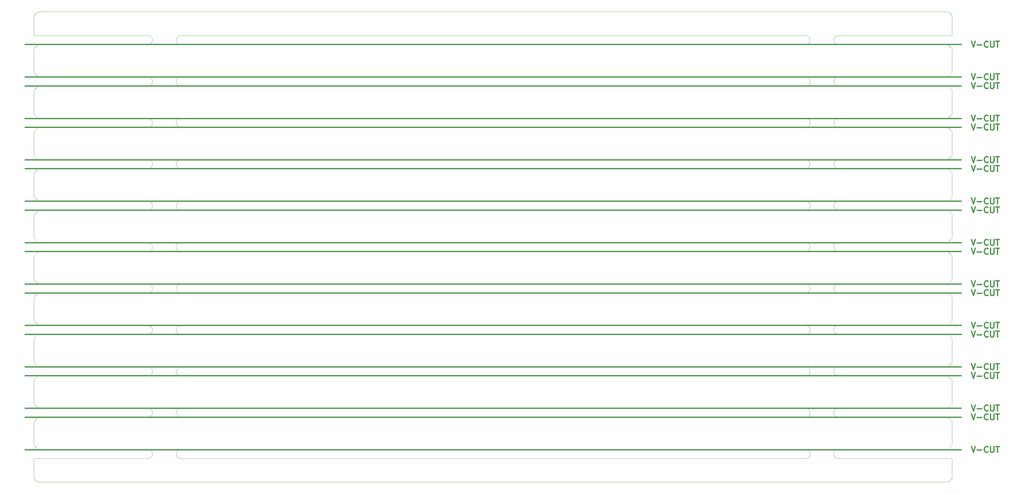
<source format=gbr>
%TF.GenerationSoftware,KiCad,Pcbnew,(6.0.7)*%
%TF.CreationDate,2023-02-06T13:38:00+00:00*%
%TF.ProjectId,Dayspring_P,44617973-7072-4696-9e67-5f502e6b6963,rev?*%
%TF.SameCoordinates,Original*%
%TF.FileFunction,Profile,NP*%
%FSLAX46Y46*%
G04 Gerber Fmt 4.6, Leading zero omitted, Abs format (unit mm)*
G04 Created by KiCad (PCBNEW (6.0.7)) date 2023-02-06 13:38:00*
%MOMM*%
%LPD*%
G01*
G04 APERTURE LIST*
%TA.AperFunction,Profile*%
%ADD10C,0.100000*%
%TD*%
%TA.AperFunction,Profile*%
%ADD11C,0.400000*%
%TD*%
%ADD12C,0.400000*%
G04 APERTURE END LIST*
D10*
X276337797Y-93251112D02*
X276397590Y-93293223D01*
X15160111Y-172782008D02*
X15236442Y-172942362D01*
X286343954Y-67992822D02*
X286271372Y-67983870D01*
X64127960Y-135044656D02*
X64199316Y-135028632D01*
X286057476Y-135064161D02*
X286127960Y-135044656D01*
X54397590Y-149293223D02*
X54455244Y-149338216D01*
X54983870Y-94728627D02*
X54971367Y-94800683D01*
X64416889Y-109998202D02*
X64343954Y-109992822D01*
X285662202Y-149251112D02*
X285723988Y-149211986D01*
X63028632Y-80199316D02*
X63044656Y-80127960D01*
X324999148Y-133498851D02*
X324999506Y-125502576D01*
X54955343Y-136872039D02*
X54935838Y-136942523D01*
X63489379Y-123614014D02*
X63436413Y-123563586D01*
X63293223Y-65602409D02*
X63338216Y-65544755D01*
X276661783Y-107544755D02*
X276706776Y-107602409D01*
X286199316Y-109971367D02*
X286127960Y-109955343D01*
X54337797Y-121251112D02*
X54397590Y-121293223D01*
X277000000Y-24490122D02*
X276998202Y-24583110D01*
X53800683Y-151971367D02*
X53728627Y-151983870D01*
X276748887Y-123337797D02*
X276706776Y-123397590D01*
D11*
X12000000Y-40000000D02*
X328000000Y-40000000D01*
D10*
X63723988Y-23211986D02*
X63787620Y-23175939D01*
X54955343Y-150872039D02*
X54935838Y-150942523D01*
X15013016Y-55486983D02*
X15000851Y-55501148D01*
X286199316Y-163028632D02*
X286271372Y-163016129D01*
X16504040Y-68000349D02*
X16498133Y-68002463D01*
X275942523Y-123935838D02*
X275872039Y-123955343D01*
X15042902Y-16591962D02*
X15035728Y-16628028D01*
X63064161Y-94942523D02*
X63044656Y-94872039D01*
X53509877Y-40000000D02*
X16504040Y-40000349D01*
X285211986Y-163723988D02*
X285251112Y-163662202D01*
X285787620Y-25824060D02*
X285723988Y-25788013D01*
X285016129Y-80728627D02*
X285007177Y-80656045D01*
X324991989Y-166000444D02*
X286490122Y-166000000D01*
X323498381Y-96000708D02*
X286490122Y-96000000D01*
X63988035Y-39912897D02*
X63919802Y-39886577D01*
X275872039Y-79044656D02*
X275942523Y-79064161D01*
X63044656Y-24127960D02*
X63064161Y-24057476D01*
X286199316Y-123971367D02*
X286127960Y-123955343D01*
X276276011Y-25788013D02*
X276212379Y-25824060D01*
X323513016Y-92986983D02*
X324998585Y-91500210D01*
X53728627Y-109983870D02*
X53656045Y-109992822D01*
X54912897Y-53011964D02*
X54886577Y-53080197D01*
X276983870Y-80271372D02*
X276992822Y-80343954D01*
X276397590Y-67706776D02*
X276337797Y-67748887D01*
X285544755Y-79338216D02*
X285602409Y-79293223D01*
X276992822Y-136343954D02*
X276998202Y-136416889D01*
X285211986Y-23723988D02*
X285251112Y-23662202D01*
X286199316Y-137971367D02*
X286127960Y-137955343D01*
X63143058Y-79852944D02*
X63175939Y-79787620D01*
X63544755Y-137661783D02*
X63489379Y-137614014D01*
X285251112Y-23662202D02*
X285293223Y-23602409D01*
X54983870Y-38728627D02*
X54971367Y-38800683D01*
X55000000Y-122490122D02*
X54998202Y-122583110D01*
X54788013Y-37723988D02*
X54824060Y-37787620D01*
X54397590Y-121293223D02*
X54455244Y-121338216D01*
X275872039Y-37044656D02*
X275942523Y-37064161D01*
X276276011Y-65211986D02*
X276337797Y-65251112D01*
X54998202Y-150583110D02*
X54992822Y-150656045D01*
X285087102Y-67011964D02*
X285064161Y-66942523D01*
X324986983Y-27486983D02*
X323501472Y-26002170D01*
X275509877Y-152000000D02*
X64490122Y-152000000D01*
X286199316Y-149028632D02*
X286271372Y-149016129D01*
X54147055Y-67856941D02*
X54080197Y-67886577D01*
X276856941Y-37852944D02*
X276886577Y-37919802D01*
X63662202Y-123748887D02*
X63602409Y-123706776D01*
X275509877Y-37000000D02*
X275583110Y-37001797D01*
X63787620Y-149175939D02*
X63852944Y-149143058D01*
X276011964Y-53912897D02*
X275942523Y-53935838D01*
X54510620Y-81614014D02*
X54455244Y-81661783D01*
X285028632Y-136199316D02*
X285044656Y-136127960D01*
X63251112Y-65662202D02*
X63293223Y-65602409D01*
X276080197Y-121113422D02*
X276147055Y-121143058D01*
D11*
X12000000Y-124000000D02*
X328000000Y-124000000D01*
D10*
X276856941Y-95147055D02*
X276824060Y-95212379D01*
X16498133Y-96002463D02*
X16486983Y-96013016D01*
X323764966Y-15152567D02*
X323597901Y-15092321D01*
X54856941Y-149852944D02*
X54886577Y-149919802D01*
X63489379Y-65385985D02*
X63544755Y-65338216D01*
X285852944Y-23143058D02*
X285919802Y-23113422D01*
X16501618Y-50999291D02*
X53509877Y-51000000D01*
X63919802Y-149113422D02*
X63988035Y-149087102D01*
X64416889Y-123998202D02*
X64343954Y-123992822D01*
X15002463Y-77501866D02*
X15013016Y-77513016D01*
X276563586Y-81563586D02*
X276510620Y-81614014D01*
X63919802Y-109886577D02*
X63852944Y-109856941D01*
X325000000Y-22981591D02*
X325000000Y-17018408D01*
X64416889Y-25998202D02*
X64343954Y-25992822D01*
X64127960Y-39955343D02*
X64057476Y-39935838D01*
X54935838Y-108942523D02*
X54912897Y-109011964D01*
X64127960Y-123955343D02*
X64057476Y-123935838D01*
X54912897Y-65988035D02*
X54935838Y-66057476D01*
X63016129Y-80271372D02*
X63028632Y-80199316D01*
X64416889Y-53998202D02*
X64343954Y-53992822D01*
X275942523Y-137935838D02*
X275872039Y-137955343D01*
X275800683Y-39971367D02*
X275728627Y-39983870D01*
X54455244Y-107338216D02*
X54510620Y-107385985D01*
X15002463Y-119501866D02*
X15013016Y-119513016D01*
X285988035Y-53912897D02*
X285919802Y-53886577D01*
X286271372Y-149016129D02*
X286343954Y-149007177D01*
D11*
X12000000Y-37000000D02*
X328000000Y-37000000D01*
D10*
X63001797Y-94583110D02*
X63000000Y-94509877D01*
X285338216Y-25455244D02*
X285293223Y-25397590D01*
X286490122Y-152000000D02*
X286416889Y-151998202D01*
X286127960Y-25955343D02*
X286057476Y-25935838D01*
X54563586Y-65436413D02*
X54614014Y-65489379D01*
X54856941Y-23852944D02*
X54886577Y-23919802D01*
X285436413Y-25563586D02*
X285385985Y-25510620D01*
X285602409Y-53706776D02*
X285544755Y-53661783D01*
X63787620Y-79175939D02*
X63852944Y-79143058D01*
X63385985Y-53510620D02*
X63338216Y-53455244D01*
X276748887Y-51662202D02*
X276788013Y-51723988D01*
X16501618Y-106999291D02*
X53509877Y-107000000D01*
X54212379Y-25824060D02*
X54147055Y-25856941D01*
X54992822Y-66656045D02*
X54983870Y-66728627D01*
X63113422Y-25080197D02*
X63087102Y-25011964D01*
X63602409Y-39706776D02*
X63544755Y-39661783D01*
X54080197Y-81886577D02*
X54011964Y-81912897D01*
X285143058Y-135852944D02*
X285175939Y-135787620D01*
X285044656Y-38127960D02*
X285064161Y-38057476D01*
X63489379Y-165614014D02*
X63436413Y-165563586D01*
X64271372Y-79016129D02*
X64343954Y-79007177D01*
X276455244Y-39661783D02*
X276397590Y-39706776D01*
X63787620Y-23175939D02*
X63852944Y-23143058D01*
X276337797Y-39748887D02*
X276276011Y-39788013D01*
X64199316Y-121028632D02*
X64271372Y-121016129D01*
X276080197Y-137886577D02*
X276011964Y-137912897D01*
X275583110Y-65001797D02*
X275656045Y-65007177D01*
X63175939Y-39212379D02*
X63143058Y-39147055D01*
X54276011Y-37211986D02*
X54337797Y-37251112D01*
X276276011Y-67788013D02*
X276212379Y-67824060D01*
X54886577Y-93919802D02*
X54912897Y-93988035D01*
X277000000Y-150490122D02*
X276998202Y-150583110D01*
X276824060Y-81212379D02*
X276788013Y-81276011D01*
X286343954Y-81992822D02*
X286271372Y-81983870D01*
X276011964Y-151912897D02*
X275942523Y-151935838D01*
X285385985Y-151510620D02*
X285338216Y-151455244D01*
X53509877Y-124000000D02*
X16504040Y-124000349D01*
X54212379Y-163175939D02*
X54276011Y-163211986D01*
X63662202Y-67748887D02*
X63602409Y-67706776D01*
X276563586Y-23436413D02*
X276614014Y-23489379D01*
X286343954Y-107007177D02*
X286416889Y-107001797D01*
X285723988Y-93211986D02*
X285787620Y-93175939D01*
X53509877Y-37000000D02*
X53583110Y-37001797D01*
X285602409Y-109706776D02*
X285544755Y-109661783D01*
X285113422Y-135919802D02*
X285143058Y-135852944D01*
X285662202Y-81748887D02*
X285602409Y-81706776D01*
X16503061Y-162999578D02*
X16518408Y-163000000D01*
X54955343Y-122127960D02*
X54971367Y-122199316D01*
X324997536Y-55498133D02*
X324986983Y-55486983D01*
X276563586Y-25563586D02*
X276510620Y-25614014D01*
X276212379Y-23175939D02*
X276276011Y-23211986D01*
X285211986Y-137276011D02*
X285175939Y-137212379D01*
X285489379Y-51385985D02*
X285544755Y-51338216D01*
X63007177Y-136343954D02*
X63016129Y-136271372D01*
X285113422Y-65919802D02*
X285143058Y-65852944D01*
X63602409Y-79293223D02*
X63662202Y-79251112D01*
X54706776Y-151397590D02*
X54661783Y-151455244D01*
X276971367Y-122800683D02*
X276955343Y-122872039D01*
X54971367Y-38199316D02*
X54983870Y-38271372D01*
X53942523Y-109935838D02*
X53872039Y-109955343D01*
X275509877Y-163000000D02*
X275583110Y-163001797D01*
X54337797Y-109748887D02*
X54276011Y-109788013D01*
X63001797Y-66583110D02*
X63000000Y-66509877D01*
X54510620Y-121385985D02*
X54563586Y-121436413D01*
X276455244Y-137661783D02*
X276397590Y-137706776D01*
X276856941Y-79852944D02*
X276886577Y-79919802D01*
X54563586Y-151563586D02*
X54510620Y-151614014D01*
X323513016Y-78986983D02*
X324998354Y-77500643D01*
X285919802Y-79113422D02*
X285988035Y-79087102D01*
X285251112Y-163662202D02*
X285293223Y-163602409D01*
X285787620Y-121175939D02*
X285852944Y-121143058D01*
X63001797Y-108416889D02*
X63007177Y-108343954D01*
X276276011Y-39788013D02*
X276212379Y-39824060D01*
X63044656Y-122872039D02*
X63028632Y-122800683D01*
X63436413Y-149436413D02*
X63489379Y-149385985D01*
X53942523Y-23064161D02*
X54011964Y-23087102D01*
X276661783Y-67455244D02*
X276614014Y-67510620D01*
X286490122Y-124000000D02*
X286416889Y-123998202D01*
X16501618Y-78999291D02*
X53509877Y-79000000D01*
X285436413Y-135436413D02*
X285489379Y-135385985D01*
X54661783Y-137455244D02*
X54614014Y-137510620D01*
X323512841Y-50987154D02*
X324986983Y-49513016D01*
X276983870Y-38271372D02*
X276992822Y-38343954D01*
X275728627Y-135016129D02*
X275800683Y-135028632D01*
X276147055Y-39856941D02*
X276080197Y-39886577D01*
X285044656Y-80872039D02*
X285028632Y-80800683D01*
X276147055Y-51143058D02*
X276212379Y-51175939D01*
X276935838Y-122057476D02*
X276955343Y-122127960D01*
X53509877Y-54000000D02*
X16504040Y-54000349D01*
X276080197Y-25886577D02*
X276011964Y-25912897D01*
X285723988Y-95788013D02*
X285662202Y-95748887D01*
X286490122Y-138000000D02*
X286416889Y-137998202D01*
X54912897Y-67011964D02*
X54886577Y-67080197D01*
X54824060Y-81212379D02*
X54788013Y-81276011D01*
X285988035Y-165912897D02*
X285919802Y-165886577D01*
X275583110Y-67998202D02*
X275509877Y-68000000D01*
X285143058Y-67147055D02*
X285113422Y-67080197D01*
X54455244Y-65338216D02*
X54510620Y-65385985D01*
X276397590Y-53706776D02*
X276337797Y-53748887D01*
X15000493Y-49497423D02*
X15002463Y-49501866D01*
X286199316Y-25971367D02*
X286127960Y-25955343D01*
X63175939Y-135787620D02*
X63211986Y-135723988D01*
X285489379Y-81614014D02*
X285436413Y-81563586D01*
X54992822Y-136656045D02*
X54983870Y-136728627D01*
X324651973Y-173125926D02*
X324672403Y-173095350D01*
X276935838Y-66057476D02*
X276955343Y-66127960D01*
X276955343Y-24127960D02*
X276971367Y-24199316D01*
X286343954Y-25992822D02*
X286271372Y-25983870D01*
X276397590Y-81706776D02*
X276337797Y-81748887D01*
X53942523Y-151935838D02*
X53872039Y-151955343D01*
X324268308Y-173545824D02*
X324400573Y-173426576D01*
X285000000Y-150509877D02*
X285001797Y-150416889D01*
X285602409Y-135293223D02*
X285662202Y-135251112D01*
X276748887Y-93662202D02*
X276788013Y-93723988D01*
X63087102Y-121988035D02*
X63113422Y-121919802D01*
X63852944Y-109856941D02*
X63787620Y-109824060D01*
X276661783Y-137455244D02*
X276614014Y-137510620D01*
X54912897Y-93988035D02*
X54935838Y-94057476D01*
X53872039Y-37044656D02*
X53942523Y-37064161D01*
X276337797Y-121251112D02*
X276397590Y-121293223D01*
X63988035Y-165912897D02*
X63919802Y-165886577D01*
X275728627Y-23016129D02*
X275800683Y-23028632D01*
X54935838Y-38942523D02*
X54912897Y-39011964D01*
X15002463Y-105501866D02*
X15013016Y-105513016D01*
X63044656Y-94127960D02*
X63064161Y-94057476D01*
X276788013Y-65723988D02*
X276824060Y-65787620D01*
X276011964Y-121087102D02*
X276080197Y-121113422D01*
X54614014Y-93489379D02*
X54661783Y-93544755D01*
X54563586Y-109563586D02*
X54510620Y-109614014D01*
X63385985Y-135489379D02*
X63436413Y-135436413D01*
X324999506Y-139502576D02*
X324997536Y-139498133D01*
X286127960Y-81955343D02*
X286057476Y-81935838D01*
X63087102Y-25011964D02*
X63064161Y-24942523D01*
X54856941Y-121852944D02*
X54886577Y-121919802D01*
X63385985Y-23489379D02*
X63436413Y-23436413D01*
X276856941Y-93852944D02*
X276886577Y-93919802D01*
X285175939Y-53212379D02*
X285143058Y-53147055D01*
X63385985Y-121489379D02*
X63436413Y-121436413D01*
X63175939Y-51787620D02*
X63211986Y-51723988D01*
X323513016Y-124013016D02*
X323498381Y-124000708D01*
X15000000Y-153518408D02*
X15000493Y-161497423D01*
X54983870Y-108271372D02*
X54992822Y-108343954D01*
X54661783Y-79544755D02*
X54706776Y-79602409D01*
X54455244Y-51338216D02*
X54510620Y-51385985D01*
X53800683Y-79028632D02*
X53872039Y-79044656D01*
X63251112Y-39337797D02*
X63211986Y-39276011D01*
X276955343Y-80127960D02*
X276971367Y-80199316D01*
X63544755Y-107338216D02*
X63602409Y-107293223D01*
X276992822Y-94656045D02*
X276983870Y-94728627D01*
X285211986Y-51723988D02*
X285251112Y-51662202D01*
X285385985Y-165510620D02*
X285338216Y-165455244D01*
X54998202Y-108583110D02*
X54992822Y-108656045D01*
X285602409Y-137706776D02*
X285544755Y-137661783D01*
X276563586Y-107436413D02*
X276614014Y-107489379D01*
X276912897Y-123011964D02*
X276886577Y-123080197D01*
X63001797Y-122583110D02*
X63000000Y-122509877D01*
X276824060Y-65787620D02*
X276856941Y-65852944D01*
X285001797Y-80416889D02*
X285007177Y-80343954D01*
X285028632Y-80800683D02*
X285016129Y-80728627D01*
X63211986Y-23723988D02*
X63251112Y-23662202D01*
X323498851Y-36999148D02*
X323513016Y-36986983D01*
X285436413Y-107436413D02*
X285489379Y-107385985D01*
X54983870Y-24271372D02*
X54992822Y-24343954D01*
X285602409Y-65293223D02*
X285662202Y-65251112D01*
X276748887Y-109337797D02*
X276706776Y-109397590D01*
X63293223Y-163602409D02*
X63338216Y-163544755D01*
X276212379Y-135175939D02*
X276276011Y-135211986D01*
X63436413Y-67563586D02*
X63385985Y-67510620D01*
X285787620Y-53824060D02*
X285723988Y-53788013D01*
X285489379Y-67614014D02*
X285436413Y-67563586D01*
X63028632Y-52800683D02*
X63016129Y-52728627D01*
X54212379Y-79175939D02*
X54276011Y-79211986D01*
X54455244Y-79338216D02*
X54510620Y-79385985D01*
X54147055Y-123856941D02*
X54080197Y-123886577D01*
X285436413Y-95563586D02*
X285385985Y-95510620D01*
X323495959Y-134999650D02*
X323501866Y-134997536D01*
X54983870Y-136728627D02*
X54971367Y-136800683D01*
X54614014Y-107489379D02*
X54661783Y-107544755D01*
X275800683Y-65028632D02*
X275872039Y-65044656D01*
X54748887Y-165337797D02*
X54706776Y-165397590D01*
X285087102Y-93988035D02*
X285113422Y-93919802D01*
X54563586Y-149436413D02*
X54614014Y-149489379D01*
X285602409Y-163293223D02*
X285662202Y-163251112D01*
X53656045Y-93007177D02*
X53728627Y-93016129D01*
X276510620Y-93385985D02*
X276563586Y-93436413D01*
X53583110Y-25998202D02*
X53509877Y-26000000D01*
X276856941Y-107852944D02*
X276886577Y-107919802D01*
X323496938Y-26000421D02*
X323481591Y-26000000D01*
X276886577Y-151080197D02*
X276856941Y-151147055D01*
X54614014Y-79489379D02*
X54661783Y-79544755D01*
X276788013Y-67276011D02*
X276748887Y-67337797D01*
X54788013Y-39276011D02*
X54748887Y-39337797D01*
X54080197Y-93113422D02*
X54147055Y-93143058D01*
X276856941Y-135852944D02*
X276886577Y-135919802D01*
X275800683Y-23028632D02*
X275872039Y-23044656D01*
X64127960Y-25955343D02*
X64057476Y-25935838D01*
X285293223Y-39397590D02*
X285251112Y-39337797D01*
X54563586Y-79436413D02*
X54614014Y-79489379D01*
X276011964Y-149087102D02*
X276080197Y-149113422D01*
X63007177Y-150656045D02*
X63001797Y-150583110D01*
X276706776Y-123397590D02*
X276661783Y-123455244D01*
X54788013Y-79723988D02*
X54824060Y-79787620D01*
X285007177Y-38656045D02*
X285001797Y-38583110D01*
X64127960Y-79044656D02*
X64199316Y-79028632D01*
X63988035Y-81912897D02*
X63919802Y-81886577D01*
X285787620Y-37175939D02*
X285852944Y-37143058D01*
X54706776Y-121602409D02*
X54748887Y-121662202D01*
X54011964Y-53912897D02*
X53942523Y-53935838D01*
X286271372Y-93016129D02*
X286343954Y-93007177D01*
X323495959Y-64999650D02*
X323501866Y-64997536D01*
X64416889Y-149001797D02*
X64490122Y-149000000D01*
X285293223Y-79602409D02*
X285338216Y-79544755D01*
X285662202Y-123748887D02*
X285602409Y-123706776D01*
X54824060Y-123212379D02*
X54788013Y-123276011D01*
X285787620Y-149175939D02*
X285852944Y-149143058D01*
X63001797Y-80416889D02*
X63007177Y-80343954D01*
X276510620Y-149385985D02*
X276563586Y-149436413D01*
X285436413Y-109563586D02*
X285385985Y-109510620D01*
X15000493Y-119497423D02*
X15002463Y-119501866D01*
X276397590Y-95706776D02*
X276337797Y-95748887D01*
X63251112Y-93662202D02*
X63293223Y-93602409D01*
X54971367Y-94800683D02*
X54955343Y-94872039D01*
X63016129Y-66271372D02*
X63028632Y-66199316D01*
X64271372Y-25983870D02*
X64199316Y-25971367D01*
X63293223Y-137397590D02*
X63251112Y-137337797D01*
X285007177Y-136343954D02*
X285016129Y-136271372D01*
X63001797Y-150416889D02*
X63007177Y-150343954D01*
X277000000Y-66490122D02*
X276998202Y-66583110D01*
X276998202Y-66583110D02*
X276992822Y-66656045D01*
X15013016Y-63513016D02*
X16486983Y-64986983D01*
X285919802Y-81886577D02*
X285852944Y-81856941D01*
X275583110Y-53998202D02*
X275509877Y-54000000D01*
X276971367Y-66199316D02*
X276983870Y-66271372D01*
X276971367Y-164199316D02*
X276983870Y-164271372D01*
X276983870Y-164728627D02*
X276971367Y-164800683D01*
X53872039Y-109955343D02*
X53800683Y-109971367D01*
X54971367Y-24800683D02*
X54955343Y-24872039D01*
X15001204Y-83500233D02*
X15000000Y-83518408D01*
X53656045Y-51007177D02*
X53728627Y-51016129D01*
X285028632Y-94800683D02*
X285016129Y-94728627D01*
X285852944Y-39856941D02*
X285787620Y-39824060D01*
X286271372Y-67983870D02*
X286199316Y-67971367D01*
X63293223Y-109397590D02*
X63251112Y-109337797D01*
X285436413Y-23436413D02*
X285489379Y-23385985D01*
X323513016Y-134986983D02*
X324986983Y-133513016D01*
X276824060Y-107787620D02*
X276856941Y-107852944D01*
X276510620Y-121385985D02*
X276563586Y-121436413D01*
X285662202Y-67748887D02*
X285602409Y-67706776D01*
X285044656Y-66127960D02*
X285064161Y-66057476D01*
X64271372Y-95983870D02*
X64199316Y-95971367D01*
X54455244Y-95661783D02*
X54397590Y-95706776D01*
X54563586Y-25563586D02*
X54510620Y-25614014D01*
X286416889Y-25998202D02*
X286343954Y-25992822D01*
X54912897Y-109011964D02*
X54886577Y-109080197D01*
X276455244Y-135338216D02*
X276510620Y-135385985D01*
X53583110Y-53998202D02*
X53509877Y-54000000D01*
X286199316Y-53971367D02*
X286127960Y-53955343D01*
X63001797Y-24583110D02*
X63000000Y-24509877D01*
X285175939Y-51787620D02*
X285211986Y-51723988D01*
X276788013Y-135723988D02*
X276824060Y-135787620D01*
X54856941Y-79852944D02*
X54886577Y-79919802D01*
X54992822Y-108343954D02*
X54998202Y-108416889D01*
X276706776Y-79602409D02*
X276748887Y-79662202D01*
X285064161Y-80057476D02*
X285087102Y-79988035D01*
X54992822Y-164656045D02*
X54983870Y-164728627D01*
X64199316Y-165971367D02*
X64127960Y-165955343D01*
X285211986Y-95276011D02*
X285175939Y-95212379D01*
X285028632Y-108800683D02*
X285016129Y-108728627D01*
X54748887Y-81337797D02*
X54706776Y-81397590D01*
X286343954Y-37007177D02*
X286416889Y-37001797D01*
X286271372Y-137983870D02*
X286199316Y-137971367D01*
X54824060Y-163787620D02*
X54856941Y-163852944D01*
X54935838Y-122057476D02*
X54955343Y-122127960D01*
X276886577Y-51919802D02*
X276912897Y-51988035D01*
X63007177Y-52343954D02*
X63016129Y-52271372D01*
X54935838Y-66057476D02*
X54955343Y-66127960D01*
X63293223Y-123397590D02*
X63251112Y-123337797D01*
X54661783Y-163544755D02*
X54706776Y-163602409D01*
X276510620Y-81614014D02*
X276455244Y-81661783D01*
X285293223Y-149602409D02*
X285338216Y-149544755D01*
X54998202Y-164583110D02*
X54992822Y-164656045D01*
X276661783Y-149544755D02*
X276706776Y-149602409D01*
X63852944Y-107143058D02*
X63919802Y-107113422D01*
X63007177Y-122656045D02*
X63001797Y-122583110D01*
X285988035Y-25912897D02*
X285919802Y-25886577D01*
X54147055Y-53856941D02*
X54080197Y-53886577D01*
X54455244Y-121338216D02*
X54510620Y-121385985D01*
X276856941Y-23852944D02*
X276886577Y-23919802D01*
X63211986Y-95276011D02*
X63175939Y-95212379D01*
X285113422Y-67080197D02*
X285087102Y-67011964D01*
X53872039Y-81955343D02*
X53800683Y-81971367D01*
X324853960Y-172748034D02*
X324913516Y-172580202D01*
X275656045Y-65007177D02*
X275728627Y-65016129D01*
X63044656Y-164872039D02*
X63028632Y-164800683D01*
X285489379Y-163385985D02*
X285544755Y-163338216D01*
X276706776Y-93602409D02*
X276748887Y-93662202D01*
D11*
X12000000Y-107000000D02*
X328000000Y-107000000D01*
D10*
X53509877Y-82000000D02*
X16504040Y-82000349D01*
X324913516Y-172580202D02*
X324957097Y-172408037D01*
X15001645Y-111499356D02*
X15000000Y-111518408D01*
X285293223Y-93602409D02*
X285338216Y-93544755D01*
X16041416Y-15245621D02*
X15888908Y-15337575D01*
X275872039Y-151955343D02*
X275800683Y-151971367D01*
X63293223Y-25397590D02*
X63251112Y-25337797D01*
X276510620Y-37385985D02*
X276563586Y-37436413D01*
X15443013Y-15745999D02*
X15348026Y-15874073D01*
X277000000Y-94490122D02*
X276998202Y-94583110D01*
X286057476Y-51064161D02*
X286127960Y-51044656D01*
X276337797Y-67748887D02*
X276276011Y-67788013D01*
X64271372Y-65016129D02*
X64343954Y-65007177D01*
X54337797Y-81748887D02*
X54276011Y-81788013D01*
X15001016Y-147499313D02*
X15013016Y-147513016D01*
X286343954Y-95992822D02*
X286271372Y-95983870D01*
X63544755Y-37338216D02*
X63602409Y-37293223D01*
X285251112Y-95337797D02*
X285211986Y-95276011D01*
X63251112Y-23662202D02*
X63293223Y-23602409D01*
X276912897Y-37988035D02*
X276935838Y-38057476D01*
X285662202Y-137748887D02*
X285602409Y-137706776D01*
X54276011Y-51211986D02*
X54337797Y-51251112D01*
X54856941Y-81147055D02*
X54824060Y-81212379D01*
X54614014Y-137510620D02*
X54563586Y-137563586D01*
X54011964Y-123912897D02*
X53942523Y-123935838D01*
X15002463Y-63501866D02*
X15013016Y-63513016D01*
X285787620Y-67824060D02*
X285723988Y-67788013D01*
X324998940Y-22993850D02*
X325000000Y-22981591D01*
X63988035Y-37087102D02*
X64057476Y-37064161D01*
X54998202Y-122583110D02*
X54992822Y-122656045D01*
X54748887Y-23662202D02*
X54788013Y-23723988D01*
X285064161Y-94057476D02*
X285087102Y-93988035D01*
X276080197Y-37113422D02*
X276147055Y-37143058D01*
X286343954Y-151992822D02*
X286271372Y-151983870D01*
X285016129Y-164728627D02*
X285007177Y-164656045D01*
X16501148Y-148999148D02*
X53509877Y-149000000D01*
X54011964Y-135087102D02*
X54080197Y-135113422D01*
X54563586Y-137563586D02*
X54510620Y-137614014D01*
X276886577Y-121919802D02*
X276912897Y-121988035D01*
X63175939Y-37787620D02*
X63211986Y-37723988D01*
X275656045Y-163007177D02*
X275728627Y-163016129D01*
X276935838Y-38057476D02*
X276955343Y-38127960D01*
X64271372Y-165983870D02*
X64199316Y-165971367D01*
X285489379Y-79385985D02*
X285544755Y-79338216D01*
X16498133Y-124002463D02*
X16486983Y-124013016D01*
X285007177Y-108343954D02*
X285016129Y-108271372D01*
X323196233Y-15010107D02*
X322981591Y-15000000D01*
X16486983Y-82013016D02*
X15013016Y-83486983D01*
X54886577Y-123080197D02*
X54856941Y-123147055D01*
X64057476Y-137935838D02*
X63988035Y-137912897D01*
X285787620Y-135175939D02*
X285852944Y-135143058D01*
X53656045Y-151992822D02*
X53583110Y-151998202D01*
X54706776Y-23602409D02*
X54748887Y-23662202D01*
X63016129Y-24271372D02*
X63028632Y-24199316D01*
X54992822Y-136343954D02*
X54998202Y-136416889D01*
X64416889Y-135001797D02*
X64490122Y-135000000D01*
X276614014Y-107489379D02*
X276661783Y-107544755D01*
X54788013Y-149723988D02*
X54824060Y-149787620D01*
X276147055Y-123856941D02*
X276080197Y-123886577D01*
X286343954Y-39992822D02*
X286271372Y-39983870D01*
X276912897Y-151011964D02*
X276886577Y-151080197D01*
X63787620Y-93175939D02*
X63852944Y-93143058D01*
X63919802Y-163113422D02*
X63988035Y-163087102D01*
X277000000Y-52509877D02*
X276998202Y-52583110D01*
X276706776Y-23602409D02*
X276748887Y-23662202D01*
X275800683Y-37028632D02*
X275872039Y-37044656D01*
X285211986Y-65723988D02*
X285251112Y-65662202D01*
X285143058Y-151147055D02*
X285113422Y-151080197D01*
X276992822Y-164343954D02*
X276998202Y-164416889D01*
X276983870Y-52728627D02*
X276971367Y-52800683D01*
X276992822Y-52343954D02*
X276998202Y-52416889D01*
X54397590Y-25706776D02*
X54337797Y-25748887D01*
X15002463Y-49501866D02*
X15013016Y-49513016D01*
X63338216Y-137455244D02*
X63293223Y-137397590D01*
X54788013Y-121723988D02*
X54824060Y-121787620D01*
X323513016Y-54013016D02*
X323498381Y-54000708D01*
X276563586Y-137563586D02*
X276510620Y-137614014D01*
X285001797Y-52583110D02*
X285000000Y-52509877D01*
X54455244Y-37338216D02*
X54510620Y-37385985D01*
X54397590Y-53706776D02*
X54337797Y-53748887D01*
X285293223Y-107602409D02*
X285338216Y-107544755D01*
X285787620Y-51175939D02*
X285852944Y-51143058D01*
D11*
X12000000Y-65000000D02*
X328000000Y-65000000D01*
D10*
X54998202Y-38416889D02*
X55000000Y-38490122D01*
X54983870Y-150728627D02*
X54971367Y-150800683D01*
X54510620Y-123614014D02*
X54455244Y-123661783D01*
X285293223Y-151397590D02*
X285251112Y-151337797D01*
X276971367Y-150800683D02*
X276955343Y-150872039D01*
X285919802Y-65113422D02*
X285988035Y-65087102D01*
X63044656Y-24872039D02*
X63028632Y-24800683D01*
X63489379Y-137614014D02*
X63436413Y-137563586D01*
X53656045Y-37007177D02*
X53728627Y-37016129D01*
X63044656Y-80127960D02*
X63064161Y-80057476D01*
X285293223Y-135602409D02*
X285338216Y-135544755D01*
X16504040Y-82000349D02*
X16498133Y-82002463D01*
X286127960Y-149044656D02*
X286199316Y-149028632D01*
X64416889Y-79001797D02*
X64490122Y-79000000D01*
X63007177Y-38656045D02*
X63001797Y-38583110D01*
X54455244Y-23338216D02*
X54510620Y-23385985D01*
X285143058Y-65852944D02*
X285175939Y-65787620D01*
X54971367Y-136800683D02*
X54955343Y-136872039D01*
X275942523Y-79064161D02*
X276011964Y-79087102D01*
X276276011Y-53788013D02*
X276212379Y-53824060D01*
X53509877Y-51000000D02*
X53583110Y-51001797D01*
X276856941Y-137147055D02*
X276824060Y-137212379D01*
X64127960Y-51044656D02*
X64199316Y-51028632D01*
X54912897Y-51988035D02*
X54935838Y-52057476D01*
X54011964Y-95912897D02*
X53942523Y-95935838D01*
X286343954Y-79007177D02*
X286416889Y-79001797D01*
X54337797Y-53748887D02*
X54276011Y-53788013D01*
X63113422Y-121919802D02*
X63143058Y-121852944D01*
X63016129Y-38728627D02*
X63007177Y-38656045D01*
X53728627Y-165983870D02*
X53656045Y-165992822D01*
X64271372Y-23016129D02*
X64343954Y-23007177D01*
X64057476Y-163064161D02*
X64127960Y-163044656D01*
X285293223Y-67397590D02*
X285251112Y-67337797D01*
X276955343Y-66127960D02*
X276971367Y-66199316D01*
X63436413Y-23436413D02*
X63489379Y-23385985D01*
X54992822Y-122656045D02*
X54983870Y-122728627D01*
X286057476Y-95935838D02*
X285988035Y-95912897D01*
X64490122Y-124000000D02*
X64416889Y-123998202D01*
X276614014Y-137510620D02*
X276563586Y-137563586D01*
X276276011Y-37211986D02*
X276337797Y-37251112D01*
X54955343Y-108127960D02*
X54971367Y-108199316D01*
X54510620Y-135385985D02*
X54563586Y-135436413D01*
X324986983Y-125486983D02*
X323513016Y-124013016D01*
X276080197Y-107113422D02*
X276147055Y-107143058D01*
X53656045Y-81992822D02*
X53583110Y-81998202D01*
X63001797Y-164416889D02*
X63007177Y-164343954D01*
X275872039Y-121044656D02*
X275942523Y-121064161D01*
X63007177Y-108343954D02*
X63016129Y-108271372D01*
X276706776Y-65602409D02*
X276748887Y-65662202D01*
X63852944Y-51143058D02*
X63919802Y-51113422D01*
X53872039Y-67955343D02*
X53800683Y-67971367D01*
X63016129Y-94728627D02*
X63007177Y-94656045D01*
X64271372Y-109983870D02*
X64199316Y-109971367D01*
X63143058Y-39147055D02*
X63113422Y-39080197D01*
X54912897Y-137011964D02*
X54886577Y-137080197D01*
X63113422Y-151080197D02*
X63087102Y-151011964D01*
X323495959Y-120999650D02*
X323501866Y-120997536D01*
X323495959Y-162999650D02*
X323501866Y-162997536D01*
X325000000Y-166018408D02*
X324998940Y-166006149D01*
X285293223Y-51602409D02*
X285338216Y-51544755D01*
X64271372Y-121016129D02*
X64343954Y-121007177D01*
X324282426Y-15466341D02*
X324254000Y-15443013D01*
X276147055Y-135143058D02*
X276212379Y-135175939D01*
X286416889Y-81998202D02*
X286343954Y-81992822D01*
X63602409Y-107293223D02*
X63662202Y-107251112D01*
X54661783Y-23544755D02*
X54706776Y-23602409D01*
X54935838Y-122942523D02*
X54912897Y-123011964D01*
X285787620Y-123824060D02*
X285723988Y-123788013D01*
X63028632Y-150800683D02*
X63016129Y-150728627D01*
D11*
X12000000Y-138000000D02*
X328000000Y-138000000D01*
D10*
X285001797Y-24583110D02*
X285000000Y-24490122D01*
X285143058Y-93852944D02*
X285175939Y-93787620D01*
X276992822Y-66656045D02*
X276983870Y-66728627D01*
X63723988Y-151788013D02*
X63662202Y-151748887D01*
X63143058Y-67147055D02*
X63113422Y-67080197D01*
X275509877Y-110000000D02*
X64490122Y-110000000D01*
X54147055Y-51143058D02*
X54212379Y-51175939D01*
X54955343Y-24872039D02*
X54935838Y-24942523D01*
X54011964Y-163087102D02*
X54080197Y-163113422D01*
X275656045Y-79007177D02*
X275728627Y-79016129D01*
X275656045Y-165992822D02*
X275583110Y-165998202D01*
X285385985Y-65489379D02*
X285436413Y-65436413D01*
X54706776Y-137397590D02*
X54661783Y-137455244D01*
X63489379Y-95614014D02*
X63436413Y-95563586D01*
X324964271Y-172371971D02*
X324989892Y-172196233D01*
X285787620Y-137824060D02*
X285723988Y-137788013D01*
X285338216Y-79544755D02*
X285385985Y-79489379D01*
X324986983Y-105513016D02*
X324998795Y-105499766D01*
X53583110Y-163001797D02*
X53656045Y-163007177D01*
X276614014Y-51489379D02*
X276661783Y-51544755D01*
X286271372Y-53983870D02*
X286199316Y-53971367D01*
X285919802Y-165886577D02*
X285852944Y-165856941D01*
X15002463Y-161501866D02*
X15013016Y-161513016D01*
X15001059Y-166006149D02*
X15000000Y-166018408D01*
X276397590Y-137706776D02*
X276337797Y-137748887D01*
X286490122Y-166000000D02*
X286416889Y-165998202D01*
X277000000Y-38509877D02*
X276998202Y-38583110D01*
X285436413Y-67563586D02*
X285385985Y-67510620D01*
X63016129Y-52728627D02*
X63007177Y-52656045D01*
X285175939Y-65787620D02*
X285211986Y-65723988D01*
X276935838Y-122942523D02*
X276912897Y-123011964D01*
X54824060Y-95212379D02*
X54788013Y-95276011D01*
X63852944Y-149143058D02*
X63919802Y-149113422D01*
X285251112Y-65662202D02*
X285293223Y-65602409D01*
X276935838Y-164057476D02*
X276955343Y-164127960D01*
X16981858Y-15000894D02*
X16803766Y-15010107D01*
X63028632Y-164800683D02*
X63016129Y-164728627D01*
X276912897Y-81011964D02*
X276886577Y-81080197D01*
X63064161Y-164942523D02*
X63044656Y-164872039D01*
X323597901Y-15092321D02*
X323562712Y-15081646D01*
X286271372Y-51016129D02*
X286343954Y-51007177D01*
X286127960Y-79044656D02*
X286199316Y-79028632D01*
X276886577Y-149919802D02*
X276912897Y-149988035D01*
X276824060Y-137212379D02*
X276788013Y-137276011D01*
X276935838Y-136942523D02*
X276912897Y-137011964D01*
X276337797Y-23251112D02*
X276397590Y-23293223D01*
X53509877Y-93000000D02*
X53583110Y-93001797D01*
X63489379Y-79385985D02*
X63544755Y-79338216D01*
X323782008Y-173839888D02*
X323942795Y-173763325D01*
X63919802Y-95886577D02*
X63852944Y-95856941D01*
X63064161Y-122057476D02*
X63087102Y-121988035D01*
X285211986Y-151276011D02*
X285175939Y-151212379D01*
X54661783Y-135544755D02*
X54706776Y-135602409D01*
X53509877Y-163000000D02*
X53583110Y-163001797D01*
X15013016Y-139486983D02*
X15002463Y-139498133D01*
X54661783Y-151455244D02*
X54614014Y-151510620D01*
X285852944Y-109856941D02*
X285787620Y-109824060D01*
X276998202Y-150583110D02*
X276992822Y-150656045D01*
X63143058Y-107852944D02*
X63175939Y-107787620D01*
X285919802Y-109886577D02*
X285852944Y-109856941D01*
X285385985Y-135489379D02*
X285436413Y-135436413D01*
X276212379Y-51175939D02*
X276276011Y-51211986D01*
X54397590Y-51293223D02*
X54455244Y-51338216D01*
X323390332Y-173961076D02*
X323580202Y-173913516D01*
X324986983Y-119513016D02*
X324998983Y-119499313D01*
X276147055Y-53856941D02*
X276080197Y-53886577D01*
X324999578Y-63496938D02*
X325000000Y-63481591D01*
X276455244Y-23338216D02*
X276510620Y-23385985D01*
X54824060Y-109212379D02*
X54788013Y-109276011D01*
X276788013Y-23723988D02*
X276824060Y-23787620D01*
X63007177Y-150343954D02*
X63016129Y-150271372D01*
X54998202Y-136583110D02*
X54992822Y-136656045D01*
X276614014Y-25510620D02*
X276563586Y-25563586D01*
X285602409Y-95706776D02*
X285544755Y-95661783D01*
X285723988Y-135211986D02*
X285787620Y-135175939D01*
X53942523Y-51064161D02*
X54011964Y-51087102D01*
X64199316Y-51028632D02*
X64271372Y-51016129D01*
X54614014Y-53510620D02*
X54563586Y-53563586D01*
X53509877Y-135000000D02*
X53583110Y-135001797D01*
X285489379Y-135385985D02*
X285544755Y-135338216D01*
X63087102Y-163988035D02*
X63113422Y-163919802D01*
X16486983Y-110013016D02*
X15001645Y-111499356D01*
X54080197Y-123886577D02*
X54011964Y-123912897D01*
X54856941Y-67147055D02*
X54824060Y-67212379D01*
X54856941Y-51852944D02*
X54886577Y-51919802D01*
X16591962Y-173957097D02*
X16628028Y-173964271D01*
X63143058Y-163852944D02*
X63175939Y-163787620D01*
X63852944Y-123856941D02*
X63787620Y-123824060D01*
X286057476Y-123935838D02*
X285988035Y-123912897D01*
X285064161Y-80942523D02*
X285044656Y-80872039D01*
X63787620Y-53824060D02*
X63723988Y-53788013D01*
X63723988Y-137788013D02*
X63662202Y-137748887D01*
X63787620Y-121175939D02*
X63852944Y-121143058D01*
X54935838Y-136942523D02*
X54912897Y-137011964D01*
X285211986Y-107723988D02*
X285251112Y-107662202D01*
X276788013Y-123276011D02*
X276748887Y-123337797D01*
X63211986Y-165276011D02*
X63175939Y-165212379D01*
X63175939Y-65787620D02*
X63211986Y-65723988D01*
X54912897Y-165011964D02*
X54886577Y-165080197D01*
X64490122Y-149000000D02*
X275509877Y-149000000D01*
X285087102Y-23988035D02*
X285113422Y-23919802D01*
X323513016Y-36986983D02*
X324986983Y-35513016D01*
X54212379Y-165824060D02*
X54147055Y-165856941D01*
X285852944Y-121143058D02*
X285919802Y-121113422D01*
X63787620Y-107175939D02*
X63852944Y-107143058D01*
X63007177Y-66656045D02*
X63001797Y-66583110D01*
X54276011Y-39788013D02*
X54212379Y-39824060D01*
X54824060Y-25212379D02*
X54788013Y-25276011D01*
X54563586Y-51436413D02*
X54614014Y-51489379D01*
X276983870Y-52271372D02*
X276992822Y-52343954D01*
X54912897Y-151011964D02*
X54886577Y-151080197D01*
X276661783Y-51544755D02*
X276706776Y-51602409D01*
X15146039Y-172748034D02*
X15160111Y-172782008D01*
X286271372Y-121016129D02*
X286343954Y-121007177D01*
X285919802Y-123886577D02*
X285852944Y-123856941D01*
X276998202Y-38583110D02*
X276992822Y-38656045D01*
X324853960Y-16251965D02*
X324839888Y-16217991D01*
X276337797Y-135251112D02*
X276397590Y-135293223D01*
X64490122Y-166000000D02*
X64416889Y-165998202D01*
X53872039Y-163044656D02*
X53942523Y-163064161D01*
X285064161Y-108057476D02*
X285087102Y-107988035D01*
X63064161Y-94057476D02*
X63087102Y-93988035D01*
X54983870Y-52271372D02*
X54992822Y-52343954D01*
X276983870Y-94728627D02*
X276971367Y-94800683D01*
X276983870Y-38728627D02*
X276971367Y-38800683D01*
X275656045Y-149007177D02*
X275728627Y-149016129D01*
X275800683Y-151971367D02*
X275728627Y-151983870D01*
X285044656Y-38872039D02*
X285028632Y-38800683D01*
X53800683Y-25971367D02*
X53728627Y-25983870D01*
X64490122Y-121000000D02*
X275509877Y-121000000D01*
X276912897Y-25011964D02*
X276886577Y-25080197D01*
X64127960Y-137955343D02*
X64057476Y-137935838D01*
X54337797Y-93251112D02*
X54397590Y-93293223D01*
X323408037Y-15042902D02*
X323371971Y-15035728D01*
X53728627Y-65016129D02*
X53800683Y-65028632D01*
X324111091Y-15337575D02*
X323958583Y-15245621D01*
X63385985Y-39510620D02*
X63338216Y-39455244D01*
X54147055Y-151856941D02*
X54080197Y-151886577D01*
X276788013Y-121723988D02*
X276824060Y-121787620D01*
X54856941Y-165147055D02*
X54824060Y-165212379D01*
X276998202Y-52583110D02*
X276992822Y-52656045D01*
X285000000Y-80509877D02*
X285001797Y-80416889D01*
X276011964Y-65087102D02*
X276080197Y-65113422D01*
X286199316Y-79028632D02*
X286271372Y-79016129D01*
X63113422Y-53080197D02*
X63087102Y-53011964D01*
X54935838Y-52057476D02*
X54955343Y-52127960D01*
X16504040Y-26000349D02*
X16498133Y-26002463D01*
X15236442Y-16057637D02*
X15152755Y-16234580D01*
X15745999Y-173556986D02*
X15889316Y-173662697D01*
X276455244Y-95661783D02*
X276397590Y-95706776D01*
X15000000Y-166018408D02*
X15000000Y-171981591D01*
X285489379Y-23385985D02*
X285544755Y-23338216D01*
X285007177Y-38343954D02*
X285016129Y-38271372D01*
X324999506Y-83502576D02*
X324997536Y-83498133D01*
X285007177Y-164343954D02*
X285016129Y-164271372D01*
X285044656Y-108872039D02*
X285028632Y-108800683D01*
X324961076Y-16609667D02*
X324918353Y-16437287D01*
X285211986Y-135723988D02*
X285251112Y-135662202D01*
X324998983Y-119499313D02*
X325000000Y-119481591D01*
X275942523Y-81935838D02*
X275872039Y-81955343D01*
X276455244Y-79338216D02*
X276510620Y-79385985D01*
X63175939Y-81212379D02*
X63143058Y-81147055D01*
X324999291Y-147498381D02*
X324999506Y-139502576D01*
X63436413Y-123563586D02*
X63385985Y-123510620D01*
X276011964Y-67912897D02*
X275942523Y-67935838D01*
X285087102Y-163988035D02*
X285113422Y-163919802D01*
X276998202Y-122416889D02*
X277000000Y-122490122D01*
X276856941Y-123147055D02*
X276824060Y-123212379D01*
X275942523Y-37064161D02*
X276011964Y-37087102D01*
X285113422Y-39080197D02*
X285087102Y-39011964D01*
X285007177Y-122656045D02*
X285001797Y-122583110D01*
X276080197Y-165886577D02*
X276011964Y-165912897D01*
X54983870Y-94271372D02*
X54992822Y-94343954D01*
X63087102Y-151011964D02*
X63064161Y-150942523D01*
X285113422Y-149919802D02*
X285143058Y-149852944D01*
X64199316Y-151971367D02*
X64127960Y-151955343D01*
X285852944Y-149143058D02*
X285919802Y-149113422D01*
X276455244Y-149338216D02*
X276510620Y-149385985D01*
X54080197Y-23113422D02*
X54147055Y-23143058D01*
X285044656Y-52872039D02*
X285028632Y-52800683D01*
X285787620Y-163175939D02*
X285852944Y-163143058D01*
X63919802Y-107113422D02*
X63988035Y-107087102D01*
X285044656Y-80127960D02*
X285064161Y-80057476D01*
X63436413Y-95563586D02*
X63385985Y-95510620D01*
X63723988Y-135211986D02*
X63787620Y-135175939D01*
X285016129Y-38728627D02*
X285007177Y-38656045D01*
X54080197Y-165886577D02*
X54011964Y-165912897D01*
X54748887Y-109337797D02*
X54706776Y-109397590D01*
X276276011Y-51211986D02*
X276337797Y-51251112D01*
X64199316Y-163028632D02*
X64271372Y-163016129D01*
X63385985Y-149489379D02*
X63436413Y-149436413D01*
X63662202Y-163251112D02*
X63723988Y-163211986D01*
X64057476Y-23064161D02*
X64127960Y-23044656D01*
X276992822Y-94343954D02*
X276998202Y-94416889D01*
X285723988Y-23211986D02*
X285787620Y-23175939D01*
X54661783Y-67455244D02*
X54614014Y-67510620D01*
X285044656Y-108127960D02*
X285064161Y-108057476D01*
X276397590Y-39706776D02*
X276337797Y-39748887D01*
X54824060Y-137212379D02*
X54788013Y-137276011D01*
X53583110Y-123998202D02*
X53509877Y-124000000D01*
X53656045Y-23007177D02*
X53728627Y-23016129D01*
X63143058Y-149852944D02*
X63175939Y-149787620D01*
X276856941Y-149852944D02*
X276886577Y-149919802D01*
X54998202Y-164416889D02*
X55000000Y-164509877D01*
X285723988Y-121211986D02*
X285787620Y-121175939D01*
X54276011Y-65211986D02*
X54337797Y-65251112D01*
X63602409Y-23293223D02*
X63662202Y-23251112D01*
X64343954Y-135007177D02*
X64416889Y-135001797D01*
X54706776Y-79602409D02*
X54748887Y-79662202D01*
X54998202Y-80583110D02*
X54992822Y-80656045D01*
X276661783Y-37544755D02*
X276706776Y-37602409D01*
X54147055Y-93143058D02*
X54212379Y-93175939D01*
X324998940Y-166006149D02*
X324996330Y-166002629D01*
X63852944Y-151856941D02*
X63787620Y-151824060D01*
X63338216Y-81455244D02*
X63293223Y-81397590D01*
X64343954Y-81992822D02*
X64271372Y-81983870D01*
X63544755Y-151661783D02*
X63489379Y-151614014D01*
X54212379Y-53824060D02*
X54147055Y-53856941D01*
X63211986Y-79723988D02*
X63251112Y-79662202D01*
X285044656Y-94127960D02*
X285064161Y-94057476D01*
X276080197Y-67886577D02*
X276011964Y-67912897D01*
X275728627Y-79016129D02*
X275800683Y-79028632D01*
D11*
X12000000Y-68000000D02*
X328000000Y-68000000D01*
D10*
X286490122Y-107000000D02*
X323495959Y-106999650D01*
X276397590Y-65293223D02*
X276455244Y-65338216D01*
X54147055Y-137856941D02*
X54080197Y-137886577D01*
X286343954Y-65007177D02*
X286416889Y-65001797D01*
X276614014Y-79489379D02*
X276661783Y-79544755D01*
X276661783Y-163544755D02*
X276706776Y-163602409D01*
X54912897Y-81011964D02*
X54886577Y-81080197D01*
X275800683Y-121028632D02*
X275872039Y-121044656D01*
X53800683Y-135028632D02*
X53872039Y-135044656D01*
X54748887Y-151337797D02*
X54706776Y-151397590D01*
X286199316Y-135028632D02*
X286271372Y-135016129D01*
X54276011Y-135211986D02*
X54337797Y-135251112D01*
X286416889Y-37001797D02*
X286490122Y-37000000D01*
X54147055Y-165856941D02*
X54080197Y-165886577D01*
X63489379Y-149385985D02*
X63544755Y-149338216D01*
X285602409Y-123706776D02*
X285544755Y-123661783D01*
X285016129Y-136271372D02*
X285028632Y-136199316D01*
X286490122Y-82000000D02*
X286416889Y-81998202D01*
X276147055Y-37143058D02*
X276212379Y-37175939D01*
X285602409Y-67706776D02*
X285544755Y-67661783D01*
X63028632Y-94800683D02*
X63016129Y-94728627D01*
X275583110Y-163001797D02*
X275656045Y-163007177D01*
X276614014Y-37489379D02*
X276661783Y-37544755D01*
X276955343Y-122872039D02*
X276935838Y-122942523D01*
X54212379Y-123824060D02*
X54147055Y-123856941D01*
X63489379Y-37385985D02*
X63544755Y-37338216D01*
X54955343Y-94127960D02*
X54971367Y-94199316D01*
X63211986Y-53276011D02*
X63175939Y-53212379D01*
X54886577Y-23919802D02*
X54912897Y-23988035D01*
X285001797Y-94583110D02*
X285000000Y-94509877D01*
X276563586Y-53563586D02*
X276510620Y-53614014D01*
X63723988Y-109788013D02*
X63662202Y-109748887D01*
X276661783Y-39455244D02*
X276614014Y-39510620D01*
X285988035Y-109912897D02*
X285919802Y-109886577D01*
X63113422Y-67080197D02*
X63087102Y-67011964D01*
X276748887Y-37662202D02*
X276788013Y-37723988D01*
X63723988Y-25788013D02*
X63662202Y-25748887D01*
X53942523Y-107064161D02*
X54011964Y-107087102D01*
X64057476Y-149064161D02*
X64127960Y-149044656D01*
X285385985Y-81510620D02*
X285338216Y-81455244D01*
X63662202Y-137748887D02*
X63602409Y-137706776D01*
X64343954Y-123992822D02*
X64271372Y-123983870D01*
X64199316Y-79028632D02*
X64271372Y-79016129D01*
X275728627Y-39983870D02*
X275656045Y-39992822D01*
X275942523Y-163064161D02*
X276011964Y-163087102D01*
X275872039Y-137955343D02*
X275800683Y-137971367D01*
X63143058Y-53147055D02*
X63113422Y-53080197D01*
X63293223Y-107602409D02*
X63338216Y-107544755D01*
X53872039Y-65044656D02*
X53942523Y-65064161D01*
X54397590Y-163293223D02*
X54455244Y-163338216D01*
X63028632Y-108199316D02*
X63044656Y-108127960D01*
X63385985Y-165510620D02*
X63338216Y-165455244D01*
X276748887Y-135662202D02*
X276788013Y-135723988D01*
X276935838Y-150057476D02*
X276955343Y-150127960D01*
X285436413Y-37436413D02*
X285489379Y-37385985D01*
X16498133Y-54002463D02*
X16486983Y-54013016D01*
X285211986Y-67276011D02*
X285175939Y-67212379D01*
X276824060Y-37787620D02*
X276856941Y-37852944D01*
X54337797Y-163251112D02*
X54397590Y-163293223D01*
X323495959Y-78999650D02*
X323501866Y-78997536D01*
X63852944Y-81856941D02*
X63787620Y-81824060D01*
X53728627Y-25983870D02*
X53656045Y-25992822D01*
X63211986Y-109276011D02*
X63175939Y-109212379D01*
X54992822Y-38343954D02*
X54998202Y-38416889D01*
X285338216Y-123455244D02*
X285293223Y-123397590D01*
X54080197Y-37113422D02*
X54147055Y-37143058D01*
X63723988Y-37211986D02*
X63787620Y-37175939D01*
X64343954Y-53992822D02*
X64271372Y-53983870D01*
X64416889Y-51001797D02*
X64490122Y-51000000D01*
X285919802Y-39886577D02*
X285852944Y-39856941D01*
X285385985Y-25510620D02*
X285338216Y-25455244D01*
X323498851Y-40000851D02*
X286490122Y-40000000D01*
X54971367Y-122199316D02*
X54983870Y-122271372D01*
X53942523Y-65064161D02*
X54011964Y-65087102D01*
X285489379Y-93385985D02*
X285544755Y-93338216D01*
X285489379Y-137614014D02*
X285436413Y-137563586D01*
X285436413Y-65436413D02*
X285489379Y-65385985D01*
X54614014Y-37489379D02*
X54661783Y-37544755D01*
X286057476Y-121064161D02*
X286127960Y-121044656D01*
X285338216Y-165455244D02*
X285293223Y-165397590D01*
X324986983Y-97486983D02*
X323513016Y-96013016D01*
X285385985Y-109510620D02*
X285338216Y-109455244D01*
X285662202Y-53748887D02*
X285602409Y-53706776D01*
X54955343Y-24127960D02*
X54971367Y-24199316D01*
X286057476Y-67935838D02*
X285988035Y-67912897D01*
X54935838Y-24942523D02*
X54912897Y-25011964D01*
X64490122Y-82000000D02*
X64416889Y-81998202D01*
X285044656Y-24127960D02*
X285064161Y-24057476D01*
X276935838Y-24942523D02*
X276912897Y-25011964D01*
X276748887Y-137337797D02*
X276706776Y-137397590D01*
X285143058Y-81147055D02*
X285113422Y-81080197D01*
X285385985Y-53510620D02*
X285338216Y-53455244D01*
X275800683Y-95971367D02*
X275728627Y-95983870D01*
X276998202Y-136416889D02*
X277000000Y-136509877D01*
X276955343Y-94127960D02*
X276971367Y-94199316D01*
X285087102Y-109011964D02*
X285064161Y-108942523D01*
X64343954Y-25992822D02*
X64271372Y-25983870D01*
X285113422Y-109080197D02*
X285087102Y-109011964D01*
X285544755Y-53661783D02*
X285489379Y-53614014D01*
X276886577Y-65919802D02*
X276912897Y-65988035D01*
X285988035Y-23087102D02*
X286057476Y-23064161D01*
X53583110Y-39998202D02*
X53509877Y-40000000D01*
X63787620Y-123824060D02*
X63723988Y-123788013D01*
X275942523Y-25935838D02*
X275872039Y-25955343D01*
X64416889Y-137998202D02*
X64343954Y-137992822D01*
X286490122Y-37000000D02*
X323498851Y-36999148D01*
X54147055Y-37143058D02*
X54212379Y-37175939D01*
X63338216Y-121544755D02*
X63385985Y-121489379D01*
X53872039Y-149044656D02*
X53942523Y-149064161D01*
X63175939Y-121787620D02*
X63211986Y-121723988D01*
X54992822Y-52656045D02*
X54983870Y-52728627D01*
X54706776Y-149602409D02*
X54748887Y-149662202D01*
X276212379Y-107175939D02*
X276276011Y-107211986D01*
X15000493Y-63497423D02*
X15002463Y-63501866D01*
X54998202Y-80416889D02*
X55000000Y-80490122D01*
X54748887Y-163662202D02*
X54788013Y-163723988D01*
X63602409Y-163293223D02*
X63662202Y-163251112D01*
X285016129Y-136728627D02*
X285007177Y-136656045D01*
X16498133Y-110002463D02*
X16486983Y-110013016D01*
X54337797Y-151748887D02*
X54276011Y-151788013D01*
X63016129Y-66728627D02*
X63007177Y-66656045D01*
X285436413Y-151563586D02*
X285385985Y-151510620D01*
X285723988Y-81788013D02*
X285662202Y-81748887D01*
X53800683Y-67971367D02*
X53728627Y-67983870D01*
X63602409Y-135293223D02*
X63662202Y-135251112D01*
X286271372Y-25983870D02*
X286199316Y-25971367D01*
X285662202Y-39748887D02*
X285602409Y-39706776D01*
X285385985Y-149489379D02*
X285436413Y-149436413D01*
X286271372Y-79016129D02*
X286343954Y-79007177D01*
X54971367Y-94199316D02*
X54983870Y-94271372D01*
X55000000Y-150490122D02*
X54998202Y-150583110D01*
X54276011Y-107211986D02*
X54337797Y-107251112D01*
X276824060Y-25212379D02*
X276788013Y-25276011D01*
X15013016Y-41486983D02*
X15000708Y-41501618D01*
X276971367Y-24199316D02*
X276983870Y-24271372D01*
X16486983Y-96013016D02*
X15001414Y-97499789D01*
X285113422Y-137080197D02*
X285087102Y-137011964D01*
X285064161Y-150942523D02*
X285044656Y-150872039D01*
X276397590Y-37293223D02*
X276455244Y-37338216D01*
X276011964Y-23087102D02*
X276080197Y-23113422D01*
X276912897Y-53011964D02*
X276886577Y-53080197D01*
X54563586Y-121436413D02*
X54614014Y-121489379D01*
X275583110Y-37001797D02*
X275656045Y-37007177D01*
X53728627Y-163016129D02*
X53800683Y-163028632D01*
X54788013Y-135723988D02*
X54824060Y-135787620D01*
X276971367Y-122199316D02*
X276983870Y-122271372D01*
X285001797Y-164416889D02*
X285007177Y-164343954D01*
X324999105Y-172018141D02*
X325000000Y-166018408D01*
X64416889Y-23001797D02*
X64490122Y-23000000D01*
X54824060Y-165212379D02*
X54788013Y-165276011D01*
X285087102Y-121988035D02*
X285113422Y-121919802D01*
X285175939Y-39212379D02*
X285143058Y-39147055D01*
X54955343Y-150127960D02*
X54971367Y-150199316D01*
X275872039Y-93044656D02*
X275942523Y-93064161D01*
X63338216Y-39455244D02*
X63293223Y-39397590D01*
X323501866Y-134997536D02*
X323513016Y-134986983D01*
X285723988Y-123788013D02*
X285662202Y-123748887D01*
X276955343Y-122127960D02*
X276971367Y-122199316D01*
X276276011Y-109788013D02*
X276212379Y-109824060D01*
X275656045Y-109992822D02*
X275583110Y-109998202D01*
X54397590Y-79293223D02*
X54455244Y-79338216D01*
X53656045Y-135007177D02*
X53728627Y-135016129D01*
X54147055Y-149143058D02*
X54212379Y-149175939D01*
X53872039Y-95955343D02*
X53800683Y-95971367D01*
X276276011Y-165788013D02*
X276212379Y-165824060D01*
X285293223Y-65602409D02*
X285338216Y-65544755D01*
X54706776Y-39397590D02*
X54661783Y-39455244D01*
X53656045Y-53992822D02*
X53583110Y-53998202D01*
X54992822Y-164343954D02*
X54998202Y-164416889D01*
X15000000Y-147481591D02*
X15001016Y-147499313D01*
X63028632Y-136800683D02*
X63016129Y-136728627D01*
D11*
X12000000Y-82000000D02*
X328000000Y-82000000D01*
D10*
X285028632Y-94199316D02*
X285044656Y-94127960D01*
X275800683Y-93028632D02*
X275872039Y-93044656D01*
X63787620Y-135175939D02*
X63852944Y-135143058D01*
X63662202Y-109748887D02*
X63602409Y-109706776D01*
X275872039Y-95955343D02*
X275800683Y-95971367D01*
X54912897Y-121988035D02*
X54935838Y-122057476D01*
X276992822Y-38343954D02*
X276998202Y-38416889D01*
X323501472Y-26002170D02*
X323496938Y-26000421D01*
X285028632Y-52800683D02*
X285016129Y-52728627D01*
X63143058Y-81147055D02*
X63113422Y-81080197D01*
X54983870Y-150271372D02*
X54992822Y-150343954D01*
X276661783Y-123455244D02*
X276614014Y-123510620D01*
X276983870Y-122271372D02*
X276992822Y-122343954D01*
X54212379Y-149175939D02*
X54276011Y-149211986D01*
X324545513Y-173268687D02*
X324651973Y-173125926D01*
X54510620Y-39614014D02*
X54455244Y-39661783D01*
X64490122Y-79000000D02*
X275509877Y-79000000D01*
X325000000Y-91481591D02*
X324999506Y-83502576D01*
X285113422Y-25080197D02*
X285087102Y-25011964D01*
X54212379Y-151824060D02*
X54147055Y-151856941D01*
X15000000Y-171981591D02*
X15008727Y-172177647D01*
X54886577Y-65919802D02*
X54912897Y-65988035D01*
X275583110Y-121001797D02*
X275656045Y-121007177D01*
X276971367Y-80800683D02*
X276955343Y-80872039D01*
X63028632Y-136199316D02*
X63044656Y-136127960D01*
X63007177Y-52656045D02*
X63001797Y-52583110D01*
X275942523Y-39935838D02*
X275872039Y-39955343D01*
X285001797Y-66416889D02*
X285007177Y-66343954D01*
X276886577Y-67080197D02*
X276856941Y-67147055D01*
X285251112Y-151337797D02*
X285211986Y-151276011D01*
X63211986Y-65723988D02*
X63251112Y-65662202D01*
X276955343Y-108127960D02*
X276971367Y-108199316D01*
X54212379Y-81824060D02*
X54147055Y-81856941D01*
X276912897Y-149988035D02*
X276935838Y-150057476D01*
X63113422Y-93919802D02*
X63143058Y-93852944D01*
X64343954Y-37007177D02*
X64416889Y-37001797D01*
X276147055Y-25856941D02*
X276080197Y-25886577D01*
X285385985Y-39510620D02*
X285338216Y-39455244D01*
X15889316Y-173662697D02*
X16041416Y-173754378D01*
X54935838Y-108057476D02*
X54955343Y-108127960D01*
X53583110Y-37001797D02*
X53656045Y-37007177D01*
X285000000Y-38509877D02*
X285001797Y-38416889D01*
X15002463Y-35501866D02*
X15013016Y-35513016D01*
X276748887Y-53337797D02*
X276706776Y-53397590D01*
X63919802Y-165886577D02*
X63852944Y-165856941D01*
X324998795Y-105499766D02*
X325000000Y-105481591D01*
X54824060Y-93787620D02*
X54856941Y-93852944D01*
X16073847Y-15228286D02*
X16041416Y-15245621D01*
X63251112Y-81337797D02*
X63211986Y-81276011D01*
X323958583Y-15245621D02*
X323926152Y-15228286D01*
X276912897Y-135988035D02*
X276935838Y-136057476D01*
X285489379Y-151614014D02*
X285436413Y-151563586D01*
X63251112Y-123337797D02*
X63211986Y-123276011D01*
X285662202Y-121251112D02*
X285723988Y-121211986D01*
X54661783Y-81455244D02*
X54614014Y-81510620D01*
X285044656Y-150872039D02*
X285028632Y-150800683D01*
X53728627Y-95983870D02*
X53656045Y-95992822D01*
X63211986Y-121723988D02*
X63251112Y-121662202D01*
X54147055Y-79143058D02*
X54212379Y-79175939D01*
X64199316Y-53971367D02*
X64127960Y-53955343D01*
X63436413Y-53563586D02*
X63385985Y-53510620D01*
X63007177Y-94656045D02*
X63001797Y-94583110D01*
X54510620Y-95614014D02*
X54455244Y-95661783D01*
X54276011Y-151788013D02*
X54212379Y-151824060D01*
X54276011Y-79211986D02*
X54337797Y-79251112D01*
X54992822Y-80343954D02*
X54998202Y-80416889D01*
X276748887Y-23662202D02*
X276788013Y-23723988D01*
X276824060Y-93787620D02*
X276856941Y-93852944D01*
X54011964Y-137912897D02*
X53942523Y-137935838D01*
X276011964Y-135087102D02*
X276080197Y-135113422D01*
X63338216Y-135544755D02*
X63385985Y-135489379D01*
X64271372Y-37016129D02*
X64343954Y-37007177D01*
X276856941Y-65852944D02*
X276886577Y-65919802D01*
X286057476Y-53935838D02*
X285988035Y-53912897D01*
X63251112Y-51662202D02*
X63293223Y-51602409D01*
X54706776Y-25397590D02*
X54661783Y-25455244D01*
X285064161Y-66057476D02*
X285087102Y-65988035D01*
X285087102Y-107988035D02*
X285113422Y-107919802D01*
X63007177Y-80343954D02*
X63016129Y-80271372D01*
X285113422Y-123080197D02*
X285087102Y-123011964D01*
X276983870Y-66728627D02*
X276971367Y-66800683D01*
X285044656Y-150127960D02*
X285064161Y-150057476D01*
X276080197Y-65113422D02*
X276147055Y-65143058D01*
X16251965Y-15146039D02*
X16217991Y-15160111D01*
X324997536Y-97498133D02*
X324986983Y-97486983D01*
X275509877Y-79000000D02*
X275583110Y-79001797D01*
X53800683Y-137971367D02*
X53728627Y-137983870D01*
X63064161Y-66942523D02*
X63044656Y-66872039D01*
X63436413Y-51436413D02*
X63489379Y-51385985D01*
X54276011Y-53788013D02*
X54212379Y-53824060D01*
X64490122Y-135000000D02*
X275509877Y-135000000D01*
X15002463Y-91501866D02*
X15013016Y-91513016D01*
X285723988Y-149211986D02*
X285787620Y-149175939D01*
X276563586Y-151563586D02*
X276510620Y-151614014D01*
X54397590Y-37293223D02*
X54455244Y-37338216D01*
X286127960Y-137955343D02*
X286057476Y-137935838D01*
X323495959Y-92999650D02*
X323501866Y-92997536D01*
X275509877Y-166000000D02*
X64490122Y-166000000D01*
X64490122Y-37000000D02*
X275509877Y-37000000D01*
X275728627Y-109983870D02*
X275656045Y-109992822D01*
X53800683Y-37028632D02*
X53872039Y-37044656D01*
X285113422Y-51919802D02*
X285143058Y-51852944D01*
X285175939Y-93787620D02*
X285211986Y-93723988D01*
X276706776Y-53397590D02*
X276661783Y-53455244D01*
X276935838Y-136057476D02*
X276955343Y-136127960D01*
X54748887Y-39337797D02*
X54706776Y-39397590D01*
X285211986Y-123276011D02*
X285175939Y-123212379D01*
X324986983Y-83486983D02*
X323513016Y-82013016D01*
X275583110Y-165998202D02*
X275509877Y-166000000D01*
X63007177Y-24656045D02*
X63001797Y-24583110D01*
X285723988Y-37211986D02*
X285787620Y-37175939D01*
X286416889Y-39998202D02*
X286343954Y-39992822D01*
X323513016Y-96013016D02*
X323498381Y-96000708D01*
X54397590Y-23293223D02*
X54455244Y-23338216D01*
X54935838Y-164942523D02*
X54912897Y-165011964D01*
X63852944Y-137856941D02*
X63787620Y-137824060D01*
X285544755Y-67661783D02*
X285489379Y-67614014D01*
X64271372Y-81983870D02*
X64199316Y-81971367D01*
X275583110Y-39998202D02*
X275509877Y-40000000D01*
X54011964Y-23087102D02*
X54080197Y-23113422D01*
X286199316Y-107028632D02*
X286271372Y-107016129D01*
X53656045Y-109992822D02*
X53583110Y-109998202D01*
X285113422Y-107919802D02*
X285143058Y-107852944D01*
X276212379Y-37175939D02*
X276276011Y-37211986D01*
X286416889Y-165998202D02*
X286343954Y-165992822D01*
X53942523Y-135064161D02*
X54011964Y-135087102D01*
X54147055Y-163143058D02*
X54212379Y-163175939D01*
X15018408Y-23000000D02*
X53509877Y-23000000D01*
X285044656Y-122872039D02*
X285028632Y-122800683D01*
X324997536Y-63501866D02*
X324999578Y-63496938D01*
X285000000Y-66509877D02*
X285001797Y-66416889D01*
X285143058Y-163852944D02*
X285175939Y-163787620D01*
X276397590Y-151706776D02*
X276337797Y-151748887D01*
X63489379Y-81614014D02*
X63436413Y-81563586D01*
X54276011Y-163211986D02*
X54337797Y-163251112D01*
X54661783Y-25455244D02*
X54614014Y-25510620D01*
X285602409Y-121293223D02*
X285662202Y-121251112D01*
X275800683Y-137971367D02*
X275728627Y-137983870D01*
X54397590Y-95706776D02*
X54337797Y-95748887D01*
X286271372Y-135016129D02*
X286343954Y-135007177D01*
X54955343Y-136127960D02*
X54971367Y-136199316D01*
X54080197Y-121113422D02*
X54147055Y-121143058D01*
X15731691Y-15454175D02*
X15586281Y-15585934D01*
X285087102Y-65988035D02*
X285113422Y-65919802D01*
X53942523Y-37064161D02*
X54011964Y-37087102D01*
X63544755Y-51338216D02*
X63602409Y-51293223D01*
X63988035Y-135087102D02*
X64057476Y-135064161D01*
X63028632Y-94199316D02*
X63044656Y-94127960D01*
X276563586Y-37436413D02*
X276614014Y-37489379D01*
X63338216Y-23544755D02*
X63385985Y-23489379D01*
X285143058Y-95147055D02*
X285113422Y-95080197D01*
X276856941Y-121852944D02*
X276886577Y-121919802D01*
X286416889Y-123998202D02*
X286343954Y-123992822D01*
X276748887Y-149662202D02*
X276788013Y-149723988D01*
X63489379Y-107385985D02*
X63544755Y-107338216D01*
X285662202Y-135251112D02*
X285723988Y-135211986D01*
X63602409Y-37293223D02*
X63662202Y-37251112D01*
X53872039Y-135044656D02*
X53942523Y-135064161D01*
X285044656Y-94872039D02*
X285028632Y-94800683D01*
X54998202Y-66416889D02*
X55000000Y-66490122D01*
X63211986Y-123276011D02*
X63175939Y-123212379D01*
X54998202Y-94416889D02*
X55000000Y-94490122D01*
X54886577Y-81080197D02*
X54856941Y-81147055D01*
X63338216Y-95455244D02*
X63293223Y-95397590D01*
X285988035Y-149087102D02*
X286057476Y-149064161D01*
X54955343Y-52872039D02*
X54935838Y-52942523D01*
X276788013Y-163723988D02*
X276824060Y-163787620D01*
X53509877Y-65000000D02*
X53583110Y-65001797D01*
X15586281Y-15585934D02*
X15466341Y-15717573D01*
X63007177Y-66343954D02*
X63016129Y-66271372D01*
X276824060Y-149787620D02*
X276856941Y-149852944D01*
X286127960Y-53955343D02*
X286057476Y-53935838D01*
X16501618Y-120999291D02*
X53509877Y-121000000D01*
X285007177Y-150343954D02*
X285016129Y-150271372D01*
X285489379Y-37385985D02*
X285544755Y-37338216D01*
X276337797Y-51251112D02*
X276397590Y-51293223D01*
X54748887Y-67337797D02*
X54706776Y-67397590D01*
X54992822Y-80656045D02*
X54983870Y-80728627D01*
X276147055Y-81856941D02*
X276080197Y-81886577D01*
X63113422Y-137080197D02*
X63087102Y-137011964D01*
X53728627Y-39983870D02*
X53656045Y-39992822D01*
X54886577Y-95080197D02*
X54856941Y-95147055D01*
X285338216Y-93544755D02*
X285385985Y-93489379D01*
X63662202Y-149251112D02*
X63723988Y-149211986D01*
X54080197Y-25886577D02*
X54011964Y-25912897D01*
X15042902Y-172408037D02*
X15086625Y-172580672D01*
X63064161Y-108057476D02*
X63087102Y-107988035D01*
X53872039Y-51044656D02*
X53942523Y-51064161D01*
X275656045Y-135007177D02*
X275728627Y-135016129D01*
X63385985Y-123510620D02*
X63338216Y-123455244D01*
X54706776Y-53397590D02*
X54661783Y-53455244D01*
X64057476Y-121064161D02*
X64127960Y-121044656D01*
X286343954Y-121007177D02*
X286416889Y-121001797D01*
X54886577Y-151080197D02*
X54856941Y-151147055D01*
X276706776Y-67397590D02*
X276661783Y-67455244D01*
X54510620Y-51385985D02*
X54563586Y-51436413D01*
X54510620Y-25614014D02*
X54455244Y-25661783D01*
X286127960Y-37044656D02*
X286199316Y-37028632D01*
X63028632Y-122800683D02*
X63016129Y-122728627D01*
X63602409Y-93293223D02*
X63662202Y-93251112D01*
X276276011Y-151788013D02*
X276212379Y-151824060D01*
X276563586Y-79436413D02*
X276614014Y-79489379D01*
X63064161Y-52057476D02*
X63087102Y-51988035D01*
X276935838Y-164942523D02*
X276912897Y-165011964D01*
X285662202Y-37251112D02*
X285723988Y-37211986D01*
X16610148Y-15038827D02*
X16419797Y-15086483D01*
X276661783Y-121544755D02*
X276706776Y-121602409D01*
X54510620Y-23385985D02*
X54563586Y-23436413D01*
X16504040Y-96000349D02*
X16498133Y-96002463D01*
X53800683Y-165971367D02*
X53728627Y-165983870D01*
X285028632Y-38800683D02*
X285016129Y-38728627D01*
X63087102Y-95011964D02*
X63064161Y-94942523D01*
X286416889Y-107001797D02*
X286490122Y-107000000D01*
X63211986Y-93723988D02*
X63251112Y-93662202D01*
X16501618Y-36999291D02*
X53509877Y-37000000D01*
X285436413Y-121436413D02*
X285489379Y-121385985D01*
X275728627Y-51016129D02*
X275800683Y-51028632D01*
X276011964Y-123912897D02*
X275942523Y-123935838D01*
X285852944Y-65143058D02*
X285919802Y-65113422D01*
X15337575Y-173111091D02*
X15443013Y-173254000D01*
X285113422Y-53080197D02*
X285087102Y-53011964D01*
X63544755Y-79338216D02*
X63602409Y-79293223D01*
X276706776Y-165397590D02*
X276661783Y-165455244D01*
X54661783Y-95455244D02*
X54614014Y-95510620D01*
X63723988Y-65211986D02*
X63787620Y-65175939D01*
X16486983Y-124013016D02*
X15002463Y-125498133D01*
X53872039Y-93044656D02*
X53942523Y-93064161D01*
X285338216Y-121544755D02*
X285385985Y-121489379D01*
X64127960Y-165955343D02*
X64057476Y-165935838D01*
X54935838Y-150057476D02*
X54955343Y-150127960D01*
X276748887Y-95337797D02*
X276706776Y-95397590D01*
X54661783Y-121544755D02*
X54706776Y-121602409D01*
X275728627Y-137983870D02*
X275656045Y-137992822D01*
X285988035Y-107087102D02*
X286057476Y-107064161D01*
X276706776Y-151397590D02*
X276661783Y-151455244D01*
X54614014Y-163489379D02*
X54661783Y-163544755D01*
X285293223Y-121602409D02*
X285338216Y-121544755D01*
X285064161Y-66942523D02*
X285044656Y-66872039D01*
X285113422Y-79919802D02*
X285143058Y-79852944D01*
X323513016Y-162986983D02*
X324986983Y-161513016D01*
X54212379Y-93175939D02*
X54276011Y-93211986D01*
X63028632Y-24199316D02*
X63044656Y-24127960D01*
X285251112Y-79662202D02*
X285293223Y-79602409D01*
X275583110Y-25998202D02*
X275509877Y-26000000D01*
X63175939Y-149787620D02*
X63211986Y-149723988D01*
X285544755Y-37338216D02*
X285602409Y-37293223D01*
X63602409Y-121293223D02*
X63662202Y-121251112D01*
X275509877Y-40000000D02*
X64490122Y-40000000D01*
X63544755Y-93338216D02*
X63602409Y-93293223D01*
X54080197Y-65113422D02*
X54147055Y-65143058D01*
X55000000Y-136490122D02*
X54998202Y-136583110D01*
X286199316Y-65028632D02*
X286271372Y-65016129D01*
X54788013Y-151276011D02*
X54748887Y-151337797D01*
X63044656Y-136127960D02*
X63064161Y-136057476D01*
X63919802Y-37113422D02*
X63988035Y-37087102D01*
X54706776Y-135602409D02*
X54748887Y-135662202D01*
X63489379Y-109614014D02*
X63436413Y-109563586D01*
X276212379Y-93175939D02*
X276276011Y-93211986D01*
X15888908Y-15337575D02*
X15731691Y-15454175D01*
X276011964Y-107087102D02*
X276080197Y-107113422D01*
X63544755Y-53661783D02*
X63489379Y-53614014D01*
X64057476Y-65064161D02*
X64127960Y-65044656D01*
X16498133Y-40002463D02*
X16486983Y-40013016D01*
X64343954Y-149007177D02*
X64416889Y-149001797D01*
X54337797Y-51251112D02*
X54397590Y-51293223D01*
X285251112Y-51662202D02*
X285293223Y-51602409D01*
X63544755Y-25661783D02*
X63489379Y-25614014D01*
X276397590Y-51293223D02*
X276455244Y-51338216D01*
X323580202Y-173913516D02*
X323748034Y-173853960D01*
X276510620Y-39614014D02*
X276455244Y-39661783D01*
X285044656Y-136127960D02*
X285064161Y-136057476D01*
X285028632Y-52199316D02*
X285044656Y-52127960D01*
X63988035Y-151912897D02*
X63919802Y-151886577D01*
X54955343Y-52127960D02*
X54971367Y-52199316D01*
X285016129Y-94271372D02*
X285028632Y-94199316D01*
X275872039Y-67955343D02*
X275800683Y-67971367D01*
X276147055Y-151856941D02*
X276080197Y-151886577D01*
X275583110Y-51001797D02*
X275656045Y-51007177D01*
X324907678Y-16402098D02*
X324853960Y-16251965D01*
X54748887Y-65662202D02*
X54788013Y-65723988D01*
X63293223Y-37602409D02*
X63338216Y-37544755D01*
X285028632Y-164199316D02*
X285044656Y-164127960D01*
X63338216Y-25455244D02*
X63293223Y-25397590D01*
X275656045Y-151992822D02*
X275583110Y-151998202D01*
X64343954Y-95992822D02*
X64271372Y-95983870D01*
X275509877Y-65000000D02*
X275583110Y-65001797D01*
X64057476Y-123935838D02*
X63988035Y-123912897D01*
X54992822Y-94343954D02*
X54998202Y-94416889D01*
X54397590Y-151706776D02*
X54337797Y-151748887D01*
X286416889Y-95998202D02*
X286343954Y-95992822D01*
X323513016Y-148986983D02*
X324986983Y-147513016D01*
X276455244Y-67661783D02*
X276397590Y-67706776D01*
X276955343Y-38872039D02*
X276935838Y-38942523D01*
X276971367Y-66800683D02*
X276955343Y-66872039D01*
X276912897Y-39011964D02*
X276886577Y-39080197D01*
X54455244Y-81661783D02*
X54397590Y-81706776D01*
X53800683Y-51028632D02*
X53872039Y-51044656D01*
X63436413Y-37436413D02*
X63489379Y-37385985D01*
X286416889Y-163001797D02*
X286490122Y-163000000D01*
X285251112Y-137337797D02*
X285211986Y-137276011D01*
X285489379Y-109614014D02*
X285436413Y-109563586D01*
X285919802Y-107113422D02*
X285988035Y-107087102D01*
X275583110Y-107001797D02*
X275656045Y-107007177D01*
X286199316Y-95971367D02*
X286127960Y-95955343D01*
X276706776Y-121602409D02*
X276748887Y-121662202D01*
X286199316Y-51028632D02*
X286271372Y-51016129D01*
X285251112Y-67337797D02*
X285211986Y-67276011D01*
X285175939Y-25212379D02*
X285143058Y-25147055D01*
X275800683Y-107028632D02*
X275872039Y-107044656D01*
X285544755Y-81661783D02*
X285489379Y-81614014D01*
X285852944Y-95856941D02*
X285787620Y-95824060D01*
X54748887Y-137337797D02*
X54706776Y-137397590D01*
X63007177Y-80656045D02*
X63001797Y-80583110D01*
X275800683Y-149028632D02*
X275872039Y-149044656D01*
X64343954Y-23007177D02*
X64416889Y-23001797D01*
X285293223Y-95397590D02*
X285251112Y-95337797D01*
X63113422Y-123080197D02*
X63087102Y-123011964D01*
X285338216Y-23544755D02*
X285385985Y-23489379D01*
X285087102Y-79988035D02*
X285113422Y-79919802D01*
X54614014Y-135489379D02*
X54661783Y-135544755D01*
X275728627Y-93016129D02*
X275800683Y-93028632D01*
X285293223Y-25397590D02*
X285251112Y-25337797D01*
X63988035Y-121087102D02*
X64057476Y-121064161D01*
X285662202Y-165748887D02*
X285602409Y-165706776D01*
X276337797Y-37251112D02*
X276397590Y-37293223D01*
X64416889Y-151998202D02*
X64343954Y-151992822D01*
X285028632Y-164800683D02*
X285016129Y-164728627D01*
X276983870Y-136728627D02*
X276971367Y-136800683D01*
X276788013Y-51723988D02*
X276824060Y-51787620D01*
X63175939Y-53212379D02*
X63143058Y-53147055D01*
X276748887Y-25337797D02*
X276706776Y-25397590D01*
X323513016Y-64986983D02*
X324997536Y-63501866D01*
X63787620Y-39824060D02*
X63723988Y-39788013D01*
X54788013Y-65723988D02*
X54824060Y-65787620D01*
X54455244Y-25661783D02*
X54397590Y-25706776D01*
X54011964Y-107087102D02*
X54080197Y-107113422D01*
X276147055Y-149143058D02*
X276212379Y-149175939D01*
X64271372Y-149016129D02*
X64343954Y-149007177D01*
X285919802Y-25886577D02*
X285852944Y-25856941D01*
X54983870Y-66728627D02*
X54971367Y-66800683D01*
X54886577Y-107919802D02*
X54912897Y-107988035D01*
X53728627Y-107016129D02*
X53800683Y-107028632D01*
X63385985Y-37489379D02*
X63436413Y-37436413D01*
X63602409Y-81706776D02*
X63544755Y-81661783D01*
X16486983Y-152013016D02*
X15013016Y-153486983D01*
X63087102Y-165011964D02*
X63064161Y-164942523D01*
X275728627Y-37016129D02*
X275800683Y-37028632D01*
X63544755Y-149338216D02*
X63602409Y-149293223D01*
X54011964Y-165912897D02*
X53942523Y-165935838D01*
X276563586Y-165563586D02*
X276510620Y-165614014D01*
D11*
X12000000Y-96000000D02*
X328000000Y-96000000D01*
D10*
X286343954Y-93007177D02*
X286416889Y-93001797D01*
X276011964Y-93087102D02*
X276080197Y-93113422D01*
X276337797Y-79251112D02*
X276397590Y-79293223D01*
X54706776Y-163602409D02*
X54748887Y-163662202D01*
X276912897Y-65988035D02*
X276935838Y-66057476D01*
X276276011Y-79211986D02*
X276337797Y-79251112D01*
X275656045Y-81992822D02*
X275583110Y-81998202D01*
X275583110Y-135001797D02*
X275656045Y-135007177D01*
X286127960Y-165955343D02*
X286057476Y-165935838D01*
X285662202Y-151748887D02*
X285602409Y-151706776D01*
X276824060Y-121787620D02*
X276856941Y-121852944D01*
X53800683Y-109971367D02*
X53728627Y-109983870D01*
X276212379Y-123824060D02*
X276147055Y-123856941D01*
X276337797Y-137748887D02*
X276276011Y-137788013D01*
X63338216Y-37544755D02*
X63385985Y-37489379D01*
X63251112Y-135662202D02*
X63293223Y-135602409D01*
X276998202Y-24583110D02*
X276992822Y-24656045D01*
X276397590Y-93293223D02*
X276455244Y-93338216D01*
X323926152Y-15228286D02*
X323764966Y-15152567D01*
X276912897Y-137011964D02*
X276886577Y-137080197D01*
X286199316Y-23028632D02*
X286271372Y-23016129D01*
X323501866Y-78997536D02*
X323513016Y-78986983D01*
X63000000Y-24509877D02*
X63001797Y-24416889D01*
X64127960Y-65044656D02*
X64199316Y-65028632D01*
X276510620Y-163385985D02*
X276563586Y-163436413D01*
X285000000Y-108509877D02*
X285001797Y-108416889D01*
X15236442Y-172942362D02*
X15337575Y-173111091D01*
X63251112Y-137337797D02*
X63211986Y-137276011D01*
X276912897Y-23988035D02*
X276935838Y-24057476D01*
X276147055Y-79143058D02*
X276212379Y-79175939D01*
X275942523Y-53935838D02*
X275872039Y-53955343D01*
X54337797Y-65251112D02*
X54397590Y-65293223D01*
X275800683Y-51028632D02*
X275872039Y-51044656D01*
X276614014Y-121489379D02*
X276661783Y-121544755D01*
X63001797Y-52416889D02*
X63007177Y-52343954D01*
X63544755Y-81661783D02*
X63489379Y-81614014D01*
X53509877Y-107000000D02*
X53583110Y-107001797D01*
X285919802Y-137886577D02*
X285852944Y-137856941D01*
X285064161Y-52942523D02*
X285044656Y-52872039D01*
X275800683Y-109971367D02*
X275728627Y-109983870D01*
X286057476Y-149064161D02*
X286127960Y-149044656D01*
X286490122Y-93000000D02*
X323495959Y-92999650D01*
X16437287Y-173918353D02*
X16591962Y-173957097D01*
X63787620Y-81824060D02*
X63723988Y-81788013D01*
X285143058Y-137147055D02*
X285113422Y-137080197D01*
X54824060Y-121787620D02*
X54856941Y-121852944D01*
X276147055Y-65143058D02*
X276212379Y-65175939D01*
X285662202Y-79251112D02*
X285723988Y-79211986D01*
X63000000Y-108509877D02*
X63001797Y-108416889D01*
X54212379Y-65175939D02*
X54276011Y-65211986D01*
X285988035Y-37087102D02*
X286057476Y-37064161D01*
X54955343Y-108872039D02*
X54935838Y-108942523D01*
X63489379Y-121385985D02*
X63544755Y-121338216D01*
X54824060Y-51787620D02*
X54856941Y-51852944D01*
X276748887Y-163662202D02*
X276788013Y-163723988D01*
X64057476Y-151935838D02*
X63988035Y-151912897D01*
X323513016Y-68013016D02*
X323498381Y-68000708D01*
X54983870Y-24728627D02*
X54971367Y-24800683D01*
X286490122Y-40000000D02*
X286416889Y-39998202D01*
X54955343Y-164872039D02*
X54935838Y-164942523D01*
X63044656Y-52127960D02*
X63064161Y-52057476D01*
X54706776Y-37602409D02*
X54748887Y-37662202D01*
X285544755Y-95661783D02*
X285489379Y-95614014D01*
X276147055Y-109856941D02*
X276080197Y-109886577D01*
X63143058Y-25147055D02*
X63113422Y-25080197D01*
X276983870Y-24728627D02*
X276971367Y-24800683D01*
X285044656Y-66872039D02*
X285028632Y-66800683D01*
X275800683Y-135028632D02*
X275872039Y-135044656D01*
X63293223Y-39397590D02*
X63251112Y-39337797D01*
X64271372Y-123983870D02*
X64199316Y-123971367D01*
X285143058Y-107852944D02*
X285175939Y-107787620D01*
X63211986Y-163723988D02*
X63251112Y-163662202D01*
X276337797Y-123748887D02*
X276276011Y-123788013D01*
X276510620Y-123614014D02*
X276455244Y-123661783D01*
X285087102Y-39011964D02*
X285064161Y-38942523D01*
X286343954Y-109992822D02*
X286271372Y-109983870D01*
X54788013Y-137276011D02*
X54748887Y-137337797D01*
X285544755Y-107338216D02*
X285602409Y-107293223D01*
X285385985Y-23489379D02*
X285436413Y-23436413D01*
X64343954Y-163007177D02*
X64416889Y-163001797D01*
X276455244Y-123661783D02*
X276397590Y-123706776D01*
X285000000Y-52509877D02*
X285001797Y-52416889D01*
X64416889Y-121001797D02*
X64490122Y-121000000D01*
X54614014Y-165510620D02*
X54563586Y-165563586D01*
X63211986Y-107723988D02*
X63251112Y-107662202D01*
X285044656Y-136872039D02*
X285028632Y-136800683D01*
X276955343Y-164872039D02*
X276935838Y-164942523D01*
X285852944Y-37143058D02*
X285919802Y-37113422D01*
X276011964Y-109912897D02*
X275942523Y-109935838D01*
X63293223Y-93602409D02*
X63338216Y-93544755D01*
X276614014Y-151510620D02*
X276563586Y-151563586D01*
X54337797Y-135251112D02*
X54397590Y-135293223D01*
X63544755Y-165661783D02*
X63489379Y-165614014D01*
X63338216Y-51544755D02*
X63385985Y-51489379D01*
X275800683Y-25971367D02*
X275728627Y-25983870D01*
X285211986Y-37723988D02*
X285251112Y-37662202D01*
X63251112Y-151337797D02*
X63211986Y-151276011D01*
X63544755Y-95661783D02*
X63489379Y-95614014D01*
X285787620Y-165824060D02*
X285723988Y-165788013D01*
X276998202Y-38416889D02*
X277000000Y-38509877D01*
X275509877Y-93000000D02*
X275583110Y-93001797D01*
X276886577Y-95080197D02*
X276856941Y-95147055D01*
X16486983Y-78986983D02*
X16501618Y-78999291D01*
X16486983Y-64986983D02*
X16501618Y-64999291D01*
X324414065Y-15586281D02*
X324282426Y-15466341D01*
X285723988Y-39788013D02*
X285662202Y-39748887D01*
X54614014Y-121489379D02*
X54661783Y-121544755D01*
X286127960Y-123955343D02*
X286057476Y-123935838D01*
X15010107Y-16803766D02*
X15000000Y-17018408D01*
X64271372Y-51016129D02*
X64343954Y-51007177D01*
X63175939Y-107787620D02*
X63211986Y-107723988D01*
X64490122Y-93000000D02*
X275509877Y-93000000D01*
X54614014Y-95510620D02*
X54563586Y-95563586D01*
X64127960Y-109955343D02*
X64057476Y-109935838D01*
X323501866Y-64997536D02*
X323513016Y-64986983D01*
X64127960Y-149044656D02*
X64199316Y-149028632D01*
X285988035Y-93087102D02*
X286057476Y-93064161D01*
X63988035Y-149087102D02*
X64057476Y-149064161D01*
X54455244Y-109661783D02*
X54397590Y-109706776D01*
X53583110Y-137998202D02*
X53509877Y-138000000D01*
X64416889Y-95998202D02*
X64343954Y-95992822D01*
X275942523Y-95935838D02*
X275872039Y-95955343D01*
X285489379Y-149385985D02*
X285544755Y-149338216D01*
X54955343Y-80872039D02*
X54935838Y-80942523D01*
X285544755Y-165661783D02*
X285489379Y-165614014D01*
X15000493Y-105497423D02*
X15002463Y-105501866D01*
X285723988Y-51211986D02*
X285787620Y-51175939D01*
X285113422Y-95080197D02*
X285087102Y-95011964D01*
X16500686Y-138001016D02*
X16487158Y-138012845D01*
X54614014Y-151510620D02*
X54563586Y-151563586D01*
X276276011Y-163211986D02*
X276337797Y-163251112D01*
X285251112Y-109337797D02*
X285211986Y-109276011D01*
X275800683Y-79028632D02*
X275872039Y-79044656D01*
X15013016Y-119513016D02*
X16486983Y-120986983D01*
X285338216Y-95455244D02*
X285293223Y-95397590D01*
X54212379Y-107175939D02*
X54276011Y-107211986D01*
X54992822Y-122343954D02*
X54998202Y-122416889D01*
X276856941Y-81147055D02*
X276824060Y-81212379D01*
X63293223Y-149602409D02*
X63338216Y-149544755D01*
X63662202Y-53748887D02*
X63602409Y-53706776D01*
X285087102Y-51988035D02*
X285113422Y-51919802D01*
X63787620Y-67824060D02*
X63723988Y-67788013D01*
X276983870Y-108728627D02*
X276971367Y-108800683D01*
X285175939Y-109212379D02*
X285143058Y-109147055D01*
D11*
X12000000Y-149000000D02*
X328000000Y-149000000D01*
D10*
X63016129Y-164728627D02*
X63007177Y-164656045D01*
X54935838Y-164057476D02*
X54955343Y-164127960D01*
X64057476Y-93064161D02*
X64127960Y-93044656D01*
X286490122Y-54000000D02*
X286416889Y-53998202D01*
X63338216Y-53455244D02*
X63293223Y-53397590D01*
X276971367Y-80199316D02*
X276983870Y-80271372D01*
X276824060Y-51787620D02*
X276856941Y-51852944D01*
X64490122Y-51000000D02*
X275509877Y-51000000D01*
X285385985Y-95510620D02*
X285338216Y-95455244D01*
X54510620Y-151614014D02*
X54455244Y-151661783D01*
X63544755Y-39661783D02*
X63489379Y-39614014D01*
X286127960Y-109955343D02*
X286057476Y-109935838D01*
X276788013Y-149723988D02*
X276824060Y-149787620D01*
X63143058Y-37852944D02*
X63175939Y-37787620D01*
X54971367Y-66800683D02*
X54955343Y-66872039D01*
X285028632Y-80199316D02*
X285044656Y-80127960D01*
X276397590Y-165706776D02*
X276337797Y-165748887D01*
X54706776Y-81397590D02*
X54661783Y-81455244D01*
X276706776Y-95397590D02*
X276661783Y-95455244D01*
X15000000Y-17018408D02*
X15000204Y-22990043D01*
X63000000Y-80509877D02*
X63001797Y-80416889D01*
X276455244Y-121338216D02*
X276510620Y-121385985D01*
X63338216Y-151455244D02*
X63293223Y-151397590D01*
X63087102Y-93988035D02*
X63113422Y-93919802D01*
X285787620Y-151824060D02*
X285723988Y-151788013D01*
X64057476Y-135064161D02*
X64127960Y-135044656D01*
X54706776Y-67397590D02*
X54661783Y-67455244D01*
X285001797Y-136416889D02*
X285007177Y-136343954D01*
X285143058Y-165147055D02*
X285113422Y-165080197D01*
X323513016Y-106986983D02*
X324986983Y-105513016D01*
X63113422Y-79919802D02*
X63143058Y-79852944D01*
X64057476Y-79064161D02*
X64127960Y-79044656D01*
X63852944Y-53856941D02*
X63787620Y-53824060D01*
X285988035Y-151912897D02*
X285919802Y-151886577D01*
X54992822Y-24343954D02*
X54998202Y-24416889D01*
X63436413Y-93436413D02*
X63489379Y-93385985D01*
X54337797Y-79251112D02*
X54397590Y-79293223D01*
X286343954Y-53992822D02*
X286271372Y-53983870D01*
X275509877Y-121000000D02*
X275583110Y-121001797D01*
X285338216Y-151455244D02*
X285293223Y-151397590D01*
X63436413Y-137563586D02*
X63385985Y-137510620D01*
X276510620Y-109614014D02*
X276455244Y-109661783D01*
X285919802Y-67886577D02*
X285852944Y-67856941D01*
X15001016Y-69500686D02*
X15000000Y-69518408D01*
X276912897Y-79988035D02*
X276935838Y-80057476D01*
X276614014Y-163489379D02*
X276661783Y-163544755D01*
X276856941Y-53147055D02*
X276824060Y-53212379D01*
X54080197Y-39886577D02*
X54011964Y-39912897D01*
X54955343Y-80127960D02*
X54971367Y-80199316D01*
X53728627Y-135016129D02*
X53800683Y-135028632D01*
X15013016Y-105513016D02*
X16486983Y-106986983D01*
X286271372Y-107016129D02*
X286343954Y-107007177D01*
X54397590Y-67706776D02*
X54337797Y-67748887D01*
X276824060Y-95212379D02*
X276788013Y-95276011D01*
X285436413Y-79436413D02*
X285489379Y-79385985D01*
X276510620Y-165614014D02*
X276455244Y-165661783D01*
X285662202Y-65251112D02*
X285723988Y-65211986D01*
X286057476Y-25935838D02*
X285988035Y-25912897D01*
X64490122Y-68000000D02*
X64416889Y-67998202D01*
X276992822Y-150343954D02*
X276998202Y-150416889D01*
X63113422Y-109080197D02*
X63087102Y-109011964D01*
X276276011Y-81788013D02*
X276212379Y-81824060D01*
X54080197Y-109886577D02*
X54011964Y-109912897D01*
X275509877Y-23000000D02*
X275583110Y-23001797D01*
X286416889Y-149001797D02*
X286490122Y-149000000D01*
X286057476Y-165935838D02*
X285988035Y-165912897D01*
X285544755Y-121338216D02*
X285602409Y-121293223D01*
X53583110Y-65001797D02*
X53656045Y-65007177D01*
X53509877Y-149000000D02*
X53583110Y-149001797D01*
X285113422Y-165080197D02*
X285087102Y-165011964D01*
X63436413Y-163436413D02*
X63489379Y-163385985D01*
X324986983Y-41486983D02*
X323513016Y-40013016D01*
X63087102Y-51988035D02*
X63113422Y-51919802D01*
X16518408Y-163000000D02*
X53509877Y-163000000D01*
X276011964Y-25912897D02*
X275942523Y-25935838D01*
X276147055Y-165856941D02*
X276080197Y-165886577D01*
X285001797Y-38416889D02*
X285007177Y-38343954D01*
X54983870Y-164728627D02*
X54971367Y-164800683D01*
X285087102Y-95011964D02*
X285064161Y-94942523D01*
X63028632Y-108800683D02*
X63016129Y-108728627D01*
X54886577Y-165080197D02*
X54856941Y-165147055D01*
X54912897Y-107988035D02*
X54935838Y-108057476D01*
X324991989Y-22999555D02*
X324996330Y-22997370D01*
X63211986Y-51723988D02*
X63251112Y-51662202D01*
X16504040Y-54000349D02*
X16498133Y-54002463D01*
X63662202Y-93251112D02*
X63723988Y-93211986D01*
X54706776Y-109397590D02*
X54661783Y-109455244D01*
X54971367Y-150800683D02*
X54955343Y-150872039D01*
X276661783Y-151455244D02*
X276614014Y-151510620D01*
D11*
X12000000Y-110000000D02*
X328000000Y-110000000D01*
D10*
X54748887Y-95337797D02*
X54706776Y-95397590D01*
X54397590Y-93293223D02*
X54455244Y-93338216D01*
X276706776Y-81397590D02*
X276661783Y-81455244D01*
X286057476Y-151935838D02*
X285988035Y-151912897D01*
X286057476Y-109935838D02*
X285988035Y-109912897D01*
X63028632Y-52199316D02*
X63044656Y-52127960D01*
X276212379Y-109824060D02*
X276147055Y-109856941D01*
X15003669Y-166002629D02*
X15001059Y-166006149D01*
X54276011Y-109788013D02*
X54212379Y-109824060D01*
X276824060Y-165212379D02*
X276788013Y-165276011D01*
X63087102Y-109011964D02*
X63064161Y-108942523D01*
X63143058Y-123147055D02*
X63113422Y-123080197D01*
X64057476Y-53935838D02*
X63988035Y-53912897D01*
X276856941Y-25147055D02*
X276824060Y-25212379D01*
X276912897Y-107988035D02*
X276935838Y-108057476D01*
X63087102Y-135988035D02*
X63113422Y-135919802D01*
X53656045Y-79007177D02*
X53728627Y-79016129D01*
X276147055Y-67856941D02*
X276080197Y-67886577D01*
X63000000Y-66509877D02*
X63001797Y-66416889D01*
X276563586Y-123563586D02*
X276510620Y-123614014D01*
X275728627Y-67983870D02*
X275656045Y-67992822D01*
X275942523Y-151935838D02*
X275872039Y-151955343D01*
X53509877Y-138000000D02*
X16518408Y-138000000D01*
X54661783Y-149544755D02*
X54706776Y-149602409D01*
X276912897Y-51988035D02*
X276935838Y-52057476D01*
X275728627Y-81983870D02*
X275656045Y-81992822D01*
X63087102Y-23988035D02*
X63113422Y-23919802D01*
X15000493Y-35497423D02*
X15002463Y-35501866D01*
X276748887Y-121662202D02*
X276788013Y-121723988D01*
X276397590Y-107293223D02*
X276455244Y-107338216D01*
X285251112Y-123337797D02*
X285211986Y-123276011D01*
X63385985Y-67510620D02*
X63338216Y-67455244D01*
X276824060Y-109212379D02*
X276788013Y-109276011D01*
X54011964Y-109912897D02*
X53942523Y-109935838D01*
X54147055Y-95856941D02*
X54080197Y-95886577D01*
X276011964Y-137912897D02*
X275942523Y-137935838D01*
X276983870Y-66271372D02*
X276992822Y-66343954D01*
X276788013Y-165276011D02*
X276748887Y-165337797D01*
X63919802Y-23113422D02*
X63988035Y-23087102D01*
X63852944Y-93143058D02*
X63919802Y-93113422D01*
X63113422Y-135919802D02*
X63143058Y-135852944D01*
X55000000Y-24490122D02*
X54998202Y-24583110D01*
X324999506Y-153502576D02*
X324997536Y-153498133D01*
X54455244Y-135338216D02*
X54510620Y-135385985D01*
X285489379Y-95614014D02*
X285436413Y-95563586D01*
X54971367Y-38800683D02*
X54955343Y-38872039D01*
X64057476Y-39935838D02*
X63988035Y-39912897D01*
X285211986Y-93723988D02*
X285251112Y-93662202D01*
X63723988Y-123788013D02*
X63662202Y-123748887D01*
X276397590Y-123706776D02*
X276337797Y-123748887D01*
X285016129Y-150728627D02*
X285007177Y-150656045D01*
X276212379Y-53824060D02*
X276147055Y-53856941D01*
X54455244Y-123661783D02*
X54397590Y-123706776D01*
X63113422Y-165080197D02*
X63087102Y-165011964D01*
X54397590Y-107293223D02*
X54455244Y-107338216D01*
X276788013Y-109276011D02*
X276748887Y-109337797D01*
X63988035Y-51087102D02*
X64057476Y-51064161D01*
X54455244Y-53661783D02*
X54397590Y-53706776D01*
X63852944Y-163143058D02*
X63919802Y-163113422D01*
X286127960Y-107044656D02*
X286199316Y-107028632D01*
X285016129Y-122728627D02*
X285007177Y-122656045D01*
X276337797Y-25748887D02*
X276276011Y-25788013D01*
X54856941Y-25147055D02*
X54824060Y-25212379D01*
X286199316Y-81971367D02*
X286127960Y-81955343D01*
X324997536Y-27498133D02*
X324986983Y-27486983D01*
X276992822Y-108656045D02*
X276983870Y-108728627D01*
X54510620Y-79385985D02*
X54563586Y-79436413D01*
X276935838Y-52942523D02*
X276912897Y-53011964D01*
X276788013Y-137276011D02*
X276748887Y-137337797D01*
X276998202Y-164416889D02*
X277000000Y-164490122D01*
X54971367Y-150199316D02*
X54983870Y-150271372D01*
X276955343Y-108872039D02*
X276935838Y-108942523D01*
X63016129Y-136271372D02*
X63028632Y-136199316D01*
X63919802Y-123886577D02*
X63852944Y-123856941D01*
X276080197Y-53886577D02*
X276011964Y-53912897D01*
X276983870Y-150271372D02*
X276992822Y-150343954D01*
X276983870Y-164271372D02*
X276992822Y-164343954D01*
X54971367Y-164199316D02*
X54983870Y-164271372D01*
X324997536Y-49501866D02*
X324999506Y-49497423D01*
X53583110Y-51001797D02*
X53656045Y-51007177D01*
X275872039Y-107044656D02*
X275942523Y-107064161D01*
X285064161Y-108942523D02*
X285044656Y-108872039D01*
X276563586Y-135436413D02*
X276614014Y-135489379D01*
X63489379Y-51385985D02*
X63544755Y-51338216D01*
X285087102Y-81011964D02*
X285064161Y-80942523D01*
X15013016Y-49513016D02*
X16486983Y-50986983D01*
X53656045Y-149007177D02*
X53728627Y-149016129D01*
X63016129Y-80728627D02*
X63007177Y-80656045D01*
X63251112Y-149662202D02*
X63293223Y-149602409D01*
X324997536Y-69498133D02*
X324986983Y-69486983D01*
X54748887Y-37662202D02*
X54788013Y-37723988D01*
X54824060Y-67212379D02*
X54788013Y-67276011D01*
X285988035Y-65087102D02*
X286057476Y-65064161D01*
X276510620Y-65385985D02*
X276563586Y-65436413D01*
X15013016Y-35513016D02*
X16486983Y-36986983D01*
X286343954Y-51007177D02*
X286416889Y-51001797D01*
X276788013Y-95276011D02*
X276748887Y-95337797D01*
X54886577Y-25080197D02*
X54856941Y-25147055D01*
X54661783Y-65544755D02*
X54706776Y-65602409D01*
X63064161Y-52942523D02*
X63044656Y-52872039D01*
X285662202Y-163251112D02*
X285723988Y-163211986D01*
X53509877Y-152000000D02*
X16501148Y-152000851D01*
X64490122Y-107000000D02*
X275509877Y-107000000D01*
X63007177Y-122343954D02*
X63016129Y-122271372D01*
X54276011Y-93211986D02*
X54337797Y-93251112D01*
X54011964Y-93087102D02*
X54080197Y-93113422D01*
X275728627Y-123983870D02*
X275656045Y-123992822D01*
X276706776Y-137397590D02*
X276661783Y-137455244D01*
X53728627Y-23016129D02*
X53800683Y-23028632D01*
X286490122Y-26000000D02*
X286416889Y-25998202D01*
X285602409Y-93293223D02*
X285662202Y-93251112D01*
X276080197Y-23113422D02*
X276147055Y-23143058D01*
X324998585Y-91500210D02*
X325000000Y-91481591D01*
X285723988Y-165788013D02*
X285662202Y-165748887D01*
X276912897Y-67011964D02*
X276886577Y-67080197D01*
X16235033Y-173847432D02*
X16402098Y-173907678D01*
X285113422Y-163919802D02*
X285143058Y-163852944D01*
X285016129Y-80271372D02*
X285028632Y-80199316D01*
X276971367Y-150199316D02*
X276983870Y-150271372D01*
X276955343Y-38127960D02*
X276971367Y-38199316D01*
X15000000Y-83518408D02*
X15000493Y-91497423D01*
X53942523Y-53935838D02*
X53872039Y-53955343D01*
X63723988Y-149211986D02*
X63787620Y-149175939D01*
X53728627Y-121016129D02*
X53800683Y-121028632D01*
X275728627Y-25983870D02*
X275656045Y-25992822D01*
X323513016Y-138013016D02*
X323498381Y-138000708D01*
X54147055Y-65143058D02*
X54212379Y-65175939D01*
X54912897Y-149988035D02*
X54935838Y-150057476D01*
X54510620Y-53614014D02*
X54455244Y-53661783D01*
X54011964Y-149087102D02*
X54080197Y-149113422D01*
X275656045Y-37007177D02*
X275728627Y-37016129D01*
X285016129Y-52271372D02*
X285028632Y-52199316D01*
X63143058Y-165147055D02*
X63113422Y-165080197D01*
X285001797Y-122416889D02*
X285007177Y-122343954D01*
X276455244Y-107338216D02*
X276510620Y-107385985D01*
X63016129Y-150728627D02*
X63007177Y-150656045D01*
X324998795Y-41500233D02*
X324986983Y-41486983D01*
X53728627Y-123983870D02*
X53656045Y-123992822D01*
X285602409Y-51293223D02*
X285662202Y-51251112D01*
X15000000Y-125518408D02*
X15000493Y-133497423D01*
X16501618Y-64999291D02*
X53509877Y-65000000D01*
X53800683Y-39971367D02*
X53728627Y-39983870D01*
X285602409Y-25706776D02*
X285544755Y-25661783D01*
X285143058Y-23852944D02*
X285175939Y-23787620D01*
X54510620Y-165614014D02*
X54455244Y-165661783D01*
X285723988Y-107211986D02*
X285787620Y-107175939D01*
X275872039Y-123955343D02*
X275800683Y-123971367D01*
X63338216Y-107544755D02*
X63385985Y-107489379D01*
X276971367Y-24800683D02*
X276955343Y-24872039D01*
X276788013Y-53276011D02*
X276748887Y-53337797D01*
X63064161Y-136057476D02*
X63087102Y-135988035D01*
X54935838Y-38057476D02*
X54955343Y-38127960D01*
X275728627Y-107016129D02*
X275800683Y-107028632D01*
X285000000Y-94509877D02*
X285001797Y-94416889D01*
X63064161Y-164057476D02*
X63087102Y-163988035D01*
X15466341Y-15717573D02*
X15443013Y-15745999D01*
X54011964Y-37087102D02*
X54080197Y-37113422D01*
X54276011Y-149211986D02*
X54337797Y-149251112D01*
X276998202Y-136583110D02*
X276992822Y-136656045D01*
X53800683Y-121028632D02*
X53872039Y-121044656D01*
X285113422Y-93919802D02*
X285143058Y-93852944D01*
X54955343Y-164127960D02*
X54971367Y-164199316D01*
X285251112Y-37662202D02*
X285293223Y-37602409D01*
X323513016Y-82013016D02*
X323498381Y-82000708D01*
X63385985Y-107489379D02*
X63436413Y-107436413D01*
X276992822Y-80656045D02*
X276983870Y-80728627D01*
X63175939Y-165212379D02*
X63143058Y-165147055D01*
X64416889Y-67998202D02*
X64343954Y-67992822D01*
X285211986Y-121723988D02*
X285251112Y-121662202D01*
X324986983Y-35513016D02*
X324998795Y-35499766D01*
X53728627Y-51016129D02*
X53800683Y-51028632D01*
X286271372Y-39983870D02*
X286199316Y-39971367D01*
X275942523Y-165935838D02*
X275872039Y-165955343D01*
X54788013Y-165276011D02*
X54748887Y-165337797D01*
X285007177Y-24343954D02*
X285016129Y-24271372D01*
X324763557Y-16057637D02*
X324662424Y-15888908D01*
X63113422Y-163919802D02*
X63143058Y-163852944D01*
X285787620Y-81824060D02*
X285723988Y-81788013D01*
X285602409Y-23293223D02*
X285662202Y-23251112D01*
X276080197Y-149113422D02*
X276147055Y-149143058D01*
X63723988Y-93211986D02*
X63787620Y-93175939D01*
X64199316Y-93028632D02*
X64271372Y-93016129D01*
X276788013Y-151276011D02*
X276748887Y-151337797D01*
X63489379Y-163385985D02*
X63544755Y-163338216D01*
X63028632Y-66199316D02*
X63044656Y-66127960D01*
X64490122Y-138000000D02*
X64416889Y-137998202D01*
X285001797Y-136583110D02*
X285000000Y-136509877D01*
X15086625Y-172580672D02*
X15146039Y-172748034D01*
X63044656Y-150872039D02*
X63028632Y-150800683D01*
X63001797Y-52583110D02*
X63000000Y-52490122D01*
X286127960Y-93044656D02*
X286199316Y-93028632D01*
X54824060Y-135787620D02*
X54856941Y-135852944D01*
X54992822Y-24656045D02*
X54983870Y-24728627D01*
X16803766Y-173989892D02*
X17018408Y-174000000D01*
X285064161Y-136057476D02*
X285087102Y-135988035D01*
X54983870Y-80271372D02*
X54992822Y-80343954D01*
X54563586Y-37436413D02*
X54614014Y-37489379D01*
X285723988Y-79211986D02*
X285787620Y-79175939D01*
X286271372Y-165983870D02*
X286199316Y-165971367D01*
X285001797Y-94416889D02*
X285007177Y-94343954D01*
X275509877Y-96000000D02*
X64490122Y-96000000D01*
X276147055Y-107143058D02*
X276212379Y-107175939D01*
X63044656Y-108872039D02*
X63028632Y-108800683D01*
X285143058Y-149852944D02*
X285175939Y-149787620D01*
X276992822Y-24343954D02*
X276998202Y-24416889D01*
X285087102Y-151011964D02*
X285064161Y-150942523D01*
X63662202Y-121251112D02*
X63723988Y-121211986D01*
X54276011Y-67788013D02*
X54212379Y-67824060D01*
X16486983Y-92986983D02*
X16501618Y-92999291D01*
X63001797Y-122416889D02*
X63007177Y-122343954D01*
X64057476Y-109935838D02*
X63988035Y-109912897D01*
X55000000Y-94490122D02*
X54998202Y-94583110D01*
X285489379Y-107385985D02*
X285544755Y-107338216D01*
X63143058Y-135852944D02*
X63175939Y-135787620D01*
X276563586Y-65436413D02*
X276614014Y-65489379D01*
X276397590Y-121293223D02*
X276455244Y-121338216D01*
X286416889Y-53998202D02*
X286343954Y-53992822D01*
X63723988Y-39788013D02*
X63662202Y-39748887D01*
X276886577Y-137080197D02*
X276856941Y-137147055D01*
X63064161Y-80057476D02*
X63087102Y-79988035D01*
X285175939Y-95212379D02*
X285143058Y-95147055D01*
X63175939Y-151212379D02*
X63143058Y-151147055D01*
X16217991Y-15160111D02*
X16073847Y-15228286D01*
X275583110Y-93001797D02*
X275656045Y-93007177D01*
X64490122Y-23000000D02*
X275509877Y-23000000D01*
X286057476Y-107064161D02*
X286127960Y-107044656D01*
X276935838Y-94942523D02*
X276912897Y-95011964D01*
X276011964Y-79087102D02*
X276080197Y-79113422D01*
X53583110Y-151998202D02*
X53509877Y-152000000D01*
X285489379Y-165614014D02*
X285436413Y-165563586D01*
X276661783Y-95455244D02*
X276614014Y-95510620D01*
X285211986Y-149723988D02*
X285251112Y-149662202D01*
X63602409Y-151706776D02*
X63544755Y-151661783D01*
X63044656Y-108127960D02*
X63064161Y-108057476D01*
X54661783Y-37544755D02*
X54706776Y-37602409D01*
X53872039Y-151955343D02*
X53800683Y-151971367D01*
X285028632Y-24800683D02*
X285016129Y-24728627D01*
X285338216Y-65544755D02*
X285385985Y-65489379D01*
X54824060Y-53212379D02*
X54788013Y-53276011D01*
X54824060Y-37787620D02*
X54856941Y-37852944D01*
X275872039Y-81955343D02*
X275800683Y-81971367D01*
X54706776Y-93602409D02*
X54748887Y-93662202D01*
X54455244Y-93338216D02*
X54510620Y-93385985D01*
X54824060Y-65787620D02*
X54856941Y-65852944D01*
X54983870Y-66271372D02*
X54992822Y-66343954D01*
X54912897Y-37988035D02*
X54935838Y-38057476D01*
X276935838Y-108057476D02*
X276955343Y-108127960D01*
X275509877Y-135000000D02*
X275583110Y-135001797D01*
X276912897Y-93988035D02*
X276935838Y-94057476D01*
X53509877Y-26000000D02*
X16504040Y-26000349D01*
X63211986Y-137276011D02*
X63175939Y-137212379D01*
X275656045Y-137992822D02*
X275583110Y-137998202D01*
X285338216Y-51544755D02*
X285385985Y-51489379D01*
X276661783Y-53455244D02*
X276614014Y-53510620D01*
X324997536Y-83498133D02*
X324986983Y-83486983D01*
X286127960Y-121044656D02*
X286199316Y-121028632D01*
X54856941Y-109147055D02*
X54824060Y-109212379D01*
X286057476Y-37064161D02*
X286127960Y-37044656D01*
X54998202Y-136416889D02*
X55000000Y-136490122D01*
X285338216Y-149544755D02*
X285385985Y-149489379D01*
X54510620Y-37385985D02*
X54563586Y-37436413D01*
X53583110Y-67998202D02*
X53509877Y-68000000D01*
X54397590Y-137706776D02*
X54337797Y-137748887D01*
X285087102Y-135988035D02*
X285113422Y-135919802D01*
X53872039Y-107044656D02*
X53942523Y-107064161D01*
X324997536Y-153498133D02*
X324986983Y-153486983D01*
X285001797Y-24416889D02*
X285007177Y-24343954D01*
X63064161Y-122942523D02*
X63044656Y-122872039D01*
X275656045Y-123992822D02*
X275583110Y-123998202D01*
X285211986Y-39276011D02*
X285175939Y-39212379D01*
X324986983Y-49513016D02*
X324997536Y-49501866D01*
X276455244Y-163338216D02*
X276510620Y-163385985D01*
X54998202Y-24583110D02*
X54992822Y-24656045D01*
X276788013Y-25276011D02*
X276748887Y-25337797D01*
X324426576Y-173400573D02*
X324545513Y-173268687D01*
X285113422Y-81080197D02*
X285087102Y-81011964D01*
X63293223Y-95397590D02*
X63251112Y-95337797D01*
X15001016Y-153500686D02*
X15000000Y-153518408D01*
X276661783Y-79544755D02*
X276706776Y-79602409D01*
X63016129Y-150271372D02*
X63028632Y-150199316D01*
X55000000Y-108490122D02*
X54998202Y-108583110D01*
X275583110Y-137998202D02*
X275509877Y-138000000D01*
X285662202Y-109748887D02*
X285602409Y-109706776D01*
X63143058Y-23852944D02*
X63175939Y-23787620D01*
X54337797Y-25748887D02*
X54276011Y-25788013D01*
X276955343Y-80872039D02*
X276935838Y-80942523D01*
X275728627Y-53983870D02*
X275656045Y-53992822D01*
X276992822Y-24656045D02*
X276983870Y-24728627D01*
X275800683Y-163028632D02*
X275872039Y-163044656D01*
X276886577Y-39080197D02*
X276856941Y-39147055D01*
X64343954Y-109992822D02*
X64271372Y-109983870D01*
X53656045Y-163007177D02*
X53728627Y-163016129D01*
X16501148Y-152000851D02*
X16486983Y-152013016D01*
X63338216Y-79544755D02*
X63385985Y-79489379D01*
X276983870Y-108271372D02*
X276992822Y-108343954D01*
X53583110Y-149001797D02*
X53656045Y-149007177D01*
X276998202Y-122583110D02*
X276992822Y-122656045D01*
X15035728Y-172371971D02*
X15042902Y-172408037D01*
X64127960Y-23044656D02*
X64199316Y-23028632D01*
X275942523Y-107064161D02*
X276011964Y-107087102D01*
X276886577Y-163919802D02*
X276912897Y-163988035D01*
X324997536Y-139498133D02*
X324986983Y-139486983D01*
X276788013Y-79723988D02*
X276824060Y-79787620D01*
X64416889Y-163001797D02*
X64490122Y-163000000D01*
X54935838Y-94057476D02*
X54955343Y-94127960D01*
X276212379Y-165824060D02*
X276147055Y-165856941D01*
X276992822Y-66343954D02*
X276998202Y-66416889D01*
X275583110Y-109998202D02*
X275509877Y-110000000D01*
X16486983Y-50986983D02*
X16501618Y-50999291D01*
X54824060Y-151212379D02*
X54788013Y-151276011D01*
X63251112Y-79662202D02*
X63293223Y-79602409D01*
X53728627Y-37016129D02*
X53800683Y-37028632D01*
X286271372Y-65016129D02*
X286343954Y-65007177D01*
X276661783Y-81455244D02*
X276614014Y-81510620D01*
X324998795Y-35499766D02*
X325000000Y-35481591D01*
X276886577Y-165080197D02*
X276856941Y-165147055D01*
X63001797Y-164583110D02*
X63000000Y-164509877D01*
X285436413Y-165563586D02*
X285385985Y-165510620D01*
X53583110Y-93001797D02*
X53656045Y-93007177D01*
X54856941Y-151147055D02*
X54824060Y-151212379D01*
X276397590Y-163293223D02*
X276455244Y-163338216D01*
X63787620Y-137824060D02*
X63723988Y-137788013D01*
X285723988Y-109788013D02*
X285662202Y-109748887D01*
X63436413Y-135436413D02*
X63489379Y-135385985D01*
X54824060Y-79787620D02*
X54856941Y-79852944D01*
X276397590Y-25706776D02*
X276337797Y-25748887D01*
X54955343Y-122872039D02*
X54935838Y-122942523D01*
X276011964Y-95912897D02*
X275942523Y-95935838D01*
X285044656Y-122127960D02*
X285064161Y-122057476D01*
X15086625Y-16419327D02*
X15042902Y-16591962D01*
X54983870Y-122271372D02*
X54992822Y-122343954D01*
X276856941Y-163852944D02*
X276886577Y-163919802D01*
X54011964Y-81912897D02*
X53942523Y-81935838D01*
X54748887Y-121662202D02*
X54788013Y-121723988D01*
X63919802Y-151886577D02*
X63852944Y-151856941D01*
X285001797Y-150416889D02*
X285007177Y-150343954D01*
X276510620Y-137614014D02*
X276455244Y-137661783D01*
X276337797Y-107251112D02*
X276397590Y-107293223D01*
X276788013Y-39276011D02*
X276748887Y-39337797D01*
X285001797Y-164583110D02*
X285000000Y-164509877D01*
X54563586Y-135436413D02*
X54614014Y-135489379D01*
X64127960Y-81955343D02*
X64057476Y-81935838D01*
X285016129Y-66728627D02*
X285007177Y-66656045D01*
X54080197Y-135113422D02*
X54147055Y-135143058D01*
X63723988Y-163211986D02*
X63787620Y-163175939D01*
X63338216Y-123455244D02*
X63293223Y-123397590D01*
X54971367Y-136199316D02*
X54983870Y-136271372D01*
X276276011Y-135211986D02*
X276337797Y-135251112D01*
X323214243Y-173987668D02*
X323390332Y-173961076D01*
X276337797Y-149251112D02*
X276397590Y-149293223D01*
X64343954Y-93007177D02*
X64416889Y-93001797D01*
D11*
X12000000Y-121000000D02*
X328000000Y-121000000D01*
D10*
X16498133Y-82002463D02*
X16486983Y-82013016D01*
X64199316Y-109971367D02*
X64127960Y-109955343D01*
X285436413Y-53563586D02*
X285385985Y-53510620D01*
X275728627Y-121016129D02*
X275800683Y-121028632D01*
X54276011Y-95788013D02*
X54212379Y-95824060D01*
X15717573Y-173533658D02*
X15745999Y-173556986D01*
X285436413Y-51436413D02*
X285489379Y-51385985D01*
X276971367Y-108199316D02*
X276983870Y-108271372D01*
X285988035Y-163087102D02*
X286057476Y-163064161D01*
X324986983Y-153486983D02*
X323513016Y-152013016D01*
X54337797Y-107251112D02*
X54397590Y-107293223D01*
X63544755Y-135338216D02*
X63602409Y-135293223D01*
X54455244Y-149338216D02*
X54510620Y-149385985D01*
X276337797Y-95748887D02*
X276276011Y-95788013D01*
X54080197Y-51113422D02*
X54147055Y-51143058D01*
X275656045Y-107007177D02*
X275728627Y-107016129D01*
X285602409Y-149293223D02*
X285662202Y-149251112D01*
X285338216Y-39455244D02*
X285293223Y-39397590D01*
X276011964Y-81912897D02*
X275942523Y-81935838D01*
X276788013Y-93723988D02*
X276824060Y-93787620D01*
X54080197Y-67886577D02*
X54011964Y-67912897D01*
X276912897Y-165011964D02*
X276886577Y-165080197D01*
X275509877Y-54000000D02*
X64490122Y-54000000D01*
X63000000Y-38490122D02*
X63001797Y-38416889D01*
X64343954Y-79007177D02*
X64416889Y-79001797D01*
X276955343Y-136872039D02*
X276935838Y-136942523D01*
X63175939Y-67212379D02*
X63143058Y-67147055D01*
X54397590Y-39706776D02*
X54337797Y-39748887D01*
X285044656Y-52127960D02*
X285064161Y-52057476D01*
X285000000Y-136509877D02*
X285001797Y-136416889D01*
X63293223Y-135602409D02*
X63338216Y-135544755D01*
X63662202Y-39748887D02*
X63602409Y-39706776D01*
X286057476Y-23064161D02*
X286127960Y-23044656D01*
X285016129Y-24271372D02*
X285028632Y-24199316D01*
X276563586Y-121436413D02*
X276614014Y-121489379D01*
X63988035Y-67912897D02*
X63919802Y-67886577D01*
X63662202Y-165748887D02*
X63602409Y-165706776D01*
X286416889Y-51001797D02*
X286490122Y-51000000D01*
X285044656Y-24872039D02*
X285028632Y-24800683D01*
X323501866Y-106997536D02*
X323513016Y-106986983D01*
X63143058Y-95147055D02*
X63113422Y-95080197D01*
X15000000Y-69518408D02*
X15000493Y-77497423D01*
X63787620Y-109824060D02*
X63723988Y-109788013D01*
X276276011Y-149211986D02*
X276337797Y-149251112D01*
X275728627Y-95983870D02*
X275656045Y-95992822D01*
X54706776Y-95397590D02*
X54661783Y-95455244D01*
X323513016Y-152013016D02*
X323498381Y-152000708D01*
X285001797Y-52416889D02*
X285007177Y-52343954D01*
X276563586Y-95563586D02*
X276510620Y-95614014D01*
X276955343Y-150872039D02*
X276935838Y-150942523D01*
X63852944Y-95856941D02*
X63787620Y-95824060D01*
X63044656Y-52872039D02*
X63028632Y-52800683D01*
X285044656Y-164127960D02*
X285064161Y-164057476D01*
X16486983Y-54013016D02*
X15013016Y-55486983D01*
X276998202Y-80583110D02*
X276992822Y-80656045D01*
X285544755Y-149338216D02*
X285602409Y-149293223D01*
X285007177Y-66656045D02*
X285001797Y-66583110D01*
X286416889Y-93001797D02*
X286490122Y-93000000D01*
X285000000Y-122509877D02*
X285001797Y-122416889D01*
X275583110Y-81998202D02*
X275509877Y-82000000D01*
X54011964Y-51087102D02*
X54080197Y-51113422D01*
X54661783Y-93544755D02*
X54706776Y-93602409D01*
X276080197Y-39886577D02*
X276011964Y-39912897D01*
X53942523Y-165935838D02*
X53872039Y-165955343D01*
X323513016Y-110013016D02*
X323498381Y-110000708D01*
X285544755Y-25661783D02*
X285489379Y-25614014D01*
X63544755Y-65338216D02*
X63602409Y-65293223D01*
X276971367Y-136800683D02*
X276955343Y-136872039D01*
X64057476Y-25935838D02*
X63988035Y-25912897D01*
X285544755Y-23338216D02*
X285602409Y-23293223D01*
X54856941Y-163852944D02*
X54886577Y-163919802D01*
X63852944Y-165856941D02*
X63787620Y-165824060D01*
X324672403Y-173095350D02*
X324754378Y-172958583D01*
X54886577Y-121919802D02*
X54912897Y-121988035D01*
X63001797Y-136416889D02*
X63007177Y-136343954D01*
X54983870Y-108728627D02*
X54971367Y-108800683D01*
X286057476Y-81935838D02*
X285988035Y-81912897D01*
X324999506Y-97502576D02*
X324997536Y-97498133D01*
X323501866Y-120997536D02*
X323513016Y-120986983D01*
X63385985Y-163489379D02*
X63436413Y-163436413D01*
X16486983Y-120986983D02*
X16501618Y-120999291D01*
X325000000Y-17018408D02*
X324991272Y-16822352D01*
X276614014Y-123510620D02*
X276563586Y-123563586D01*
X54276011Y-25788013D02*
X54212379Y-25824060D01*
X54276011Y-165788013D02*
X54212379Y-165824060D01*
X63044656Y-122127960D02*
X63064161Y-122057476D01*
X276971367Y-52199316D02*
X276983870Y-52271372D01*
X275872039Y-53955343D02*
X275800683Y-53971367D01*
X54748887Y-149662202D02*
X54788013Y-149723988D01*
X285001797Y-108583110D02*
X285000000Y-108509877D01*
X276455244Y-93338216D02*
X276510620Y-93385985D01*
X63489379Y-25614014D02*
X63436413Y-25563586D01*
X285919802Y-135113422D02*
X285988035Y-135087102D01*
X53800683Y-123971367D02*
X53728627Y-123983870D01*
X63662202Y-107251112D02*
X63723988Y-107211986D01*
X286271372Y-123983870D02*
X286199316Y-123971367D01*
X285001797Y-108416889D02*
X285007177Y-108343954D01*
X285087102Y-37988035D02*
X285113422Y-37919802D01*
X63385985Y-79489379D02*
X63436413Y-79436413D01*
X323513016Y-40013016D02*
X323498851Y-40000851D01*
X15000204Y-22990043D02*
X15001752Y-22995148D01*
X54563586Y-39563586D02*
X54510620Y-39614014D01*
X63001797Y-150583110D02*
X63000000Y-150509877D01*
X276955343Y-164127960D02*
X276971367Y-164199316D01*
X63852944Y-135143058D02*
X63919802Y-135113422D01*
X285211986Y-79723988D02*
X285251112Y-79662202D01*
X53872039Y-121044656D02*
X53942523Y-121064161D01*
X55000000Y-66490122D02*
X54998202Y-66583110D01*
X276706776Y-149602409D02*
X276748887Y-149662202D01*
X54971367Y-122800683D02*
X54955343Y-122872039D01*
X285143058Y-39147055D02*
X285113422Y-39080197D01*
X64127960Y-67955343D02*
X64057476Y-67935838D01*
X54748887Y-135662202D02*
X54788013Y-135723988D01*
X276998202Y-108416889D02*
X277000000Y-108490122D01*
X276998202Y-80416889D02*
X277000000Y-80490122D01*
X323498381Y-152000708D02*
X286490122Y-152000000D01*
X63007177Y-108656045D02*
X63001797Y-108583110D01*
X63723988Y-79211986D02*
X63787620Y-79175939D01*
X276614014Y-65489379D02*
X276661783Y-65544755D01*
X63436413Y-81563586D02*
X63385985Y-81510620D01*
X276748887Y-67337797D02*
X276706776Y-67397590D01*
X285852944Y-107143058D02*
X285919802Y-107113422D01*
X63064161Y-24942523D02*
X63044656Y-24872039D01*
X63602409Y-137706776D02*
X63544755Y-137661783D01*
X63044656Y-66872039D02*
X63028632Y-66800683D01*
X285852944Y-51143058D02*
X285919802Y-51113422D01*
X54788013Y-25276011D02*
X54748887Y-25337797D01*
X54748887Y-79662202D02*
X54788013Y-79723988D01*
X276661783Y-25455244D02*
X276614014Y-25510620D01*
X276455244Y-37338216D02*
X276510620Y-37385985D01*
X63064161Y-150057476D02*
X63087102Y-149988035D01*
X54147055Y-23143058D02*
X54212379Y-23175939D01*
X286271372Y-81983870D02*
X286199316Y-81971367D01*
X63385985Y-151510620D02*
X63338216Y-151455244D01*
X276614014Y-95510620D02*
X276563586Y-95563586D01*
X285175939Y-23787620D02*
X285211986Y-23723988D01*
X285338216Y-67455244D02*
X285293223Y-67397590D01*
X63385985Y-51489379D02*
X63436413Y-51436413D01*
X63143058Y-121852944D02*
X63175939Y-121787620D01*
X64271372Y-53983870D02*
X64199316Y-53971367D01*
X63436413Y-79436413D02*
X63489379Y-79385985D01*
X53800683Y-95971367D02*
X53728627Y-95983870D01*
X63293223Y-81397590D02*
X63251112Y-81337797D01*
X15466341Y-173282426D02*
X15586281Y-173414065D01*
X276748887Y-79662202D02*
X276788013Y-79723988D01*
X63919802Y-53886577D02*
X63852944Y-53856941D01*
X286057476Y-65064161D02*
X286127960Y-65044656D01*
X276011964Y-39912897D02*
X275942523Y-39935838D01*
X63044656Y-136872039D02*
X63028632Y-136800683D01*
X63436413Y-121436413D02*
X63489379Y-121385985D01*
X285175939Y-81212379D02*
X285143058Y-81147055D01*
X63044656Y-80872039D02*
X63028632Y-80800683D01*
X285338216Y-109455244D02*
X285293223Y-109397590D01*
X15000708Y-41501618D02*
X15000493Y-49497423D01*
X53942523Y-79064161D02*
X54011964Y-79087102D01*
X285489379Y-39614014D02*
X285436413Y-39563586D01*
X63602409Y-51293223D02*
X63662202Y-51251112D01*
X285064161Y-150057476D02*
X285087102Y-149988035D01*
X54011964Y-79087102D02*
X54080197Y-79113422D01*
X285919802Y-121113422D02*
X285988035Y-121087102D01*
X16486983Y-134986983D02*
X16501618Y-134999291D01*
X54080197Y-107113422D02*
X54147055Y-107143058D01*
X276856941Y-67147055D02*
X276824060Y-67212379D01*
X15000493Y-77497423D02*
X15002463Y-77501866D01*
X53872039Y-123955343D02*
X53800683Y-123971367D01*
X276856941Y-39147055D02*
X276824060Y-39212379D01*
X275942523Y-149064161D02*
X276011964Y-149087102D01*
X324556986Y-15745999D02*
X324533658Y-15717573D01*
X276212379Y-95824060D02*
X276147055Y-95856941D01*
X285007177Y-80343954D02*
X285016129Y-80271372D01*
X16518408Y-138000000D02*
X16500686Y-138001016D01*
X53942523Y-67935838D02*
X53872039Y-67955343D01*
X285723988Y-67788013D02*
X285662202Y-67748887D01*
X275872039Y-149044656D02*
X275942523Y-149064161D01*
X276455244Y-165661783D02*
X276397590Y-165706776D01*
X275872039Y-135044656D02*
X275942523Y-135064161D01*
X54912897Y-39011964D02*
X54886577Y-39080197D01*
X63000000Y-122509877D02*
X63001797Y-122416889D01*
X63143058Y-151147055D02*
X63113422Y-151080197D01*
X15001752Y-22995148D02*
X15005272Y-22998499D01*
X54337797Y-39748887D02*
X54276011Y-39788013D01*
X54935838Y-136057476D02*
X54955343Y-136127960D01*
X286199316Y-151971367D02*
X286127960Y-151955343D01*
X54935838Y-94942523D02*
X54912897Y-95011964D01*
X64343954Y-65007177D02*
X64416889Y-65001797D01*
X54856941Y-137147055D02*
X54824060Y-137212379D01*
X285000000Y-164509877D02*
X285001797Y-164416889D01*
X54748887Y-51662202D02*
X54788013Y-51723988D01*
X63251112Y-163662202D02*
X63293223Y-163602409D01*
X285000000Y-24490122D02*
X285001797Y-24416889D01*
X63544755Y-67661783D02*
X63489379Y-67614014D01*
X285385985Y-79489379D02*
X285436413Y-79436413D01*
X63988035Y-95912897D02*
X63919802Y-95886577D01*
X63489379Y-67614014D02*
X63436413Y-67563586D01*
X54011964Y-121087102D02*
X54080197Y-121113422D01*
X63919802Y-39886577D02*
X63852944Y-39856941D01*
X324986983Y-69486983D02*
X323513016Y-68013016D01*
X285007177Y-94343954D02*
X285016129Y-94271372D01*
X63028632Y-164199316D02*
X63044656Y-164127960D01*
X285852944Y-123856941D02*
X285787620Y-123824060D01*
X286490122Y-149000000D02*
X323495959Y-148999650D01*
X54788013Y-123276011D02*
X54748887Y-123337797D01*
X63001797Y-80583110D02*
X63000000Y-80509877D01*
X63143058Y-51852944D02*
X63175939Y-51787620D01*
X276886577Y-135919802D02*
X276912897Y-135988035D01*
X285338216Y-107544755D02*
X285385985Y-107489379D01*
X285489379Y-25614014D02*
X285436413Y-25563586D01*
X63087102Y-123011964D02*
X63064161Y-122942523D01*
X63602409Y-25706776D02*
X63544755Y-25661783D01*
X63211986Y-67276011D02*
X63175939Y-67212379D01*
X16504040Y-110000349D02*
X16498133Y-110002463D01*
X285175939Y-149787620D02*
X285211986Y-149723988D01*
X276337797Y-165748887D02*
X276276011Y-165788013D01*
X63293223Y-151397590D02*
X63251112Y-151337797D01*
X63602409Y-149293223D02*
X63662202Y-149251112D01*
X276212379Y-67824060D02*
X276147055Y-67856941D01*
X275800683Y-53971367D02*
X275728627Y-53983870D01*
X63787620Y-151824060D02*
X63723988Y-151788013D01*
X276661783Y-165455244D02*
X276614014Y-165510620D01*
X285544755Y-109661783D02*
X285489379Y-109614014D01*
X63662202Y-23251112D02*
X63723988Y-23211986D01*
X276276011Y-123788013D02*
X276212379Y-123824060D01*
X54147055Y-121143058D02*
X54212379Y-121175939D01*
X325000000Y-77481591D02*
X324999506Y-69502576D01*
X276706776Y-51602409D02*
X276748887Y-51662202D01*
X64199316Y-149028632D02*
X64271372Y-149016129D01*
X54397590Y-135293223D02*
X54455244Y-135338216D01*
X276824060Y-123212379D02*
X276788013Y-123276011D01*
X285028632Y-122800683D02*
X285016129Y-122728627D01*
X322981591Y-174000000D02*
X323177647Y-173991272D01*
X16486983Y-106986983D02*
X16501618Y-106999291D01*
X285489379Y-121385985D02*
X285544755Y-121338216D01*
X285113422Y-37919802D02*
X285143058Y-37852944D01*
X276998202Y-94583110D02*
X276992822Y-94656045D01*
X63436413Y-165563586D02*
X63385985Y-165510620D01*
X285602409Y-81706776D02*
X285544755Y-81661783D01*
X286416889Y-79001797D02*
X286490122Y-79000000D01*
X285988035Y-137912897D02*
X285919802Y-137886577D01*
X63044656Y-38872039D02*
X63028632Y-38800683D01*
X63175939Y-95212379D02*
X63143058Y-95147055D01*
X64343954Y-137992822D02*
X64271372Y-137983870D01*
X285007177Y-164656045D02*
X285001797Y-164583110D01*
X286490122Y-51000000D02*
X323481591Y-51000000D01*
X64271372Y-137983870D02*
X64199316Y-137971367D01*
X16486983Y-40013016D02*
X15013016Y-41486983D01*
X54824060Y-39212379D02*
X54788013Y-39276011D01*
X285087102Y-53011964D02*
X285064161Y-52942523D01*
X53656045Y-123992822D02*
X53583110Y-123998202D01*
X285016129Y-108271372D02*
X285028632Y-108199316D01*
X16073847Y-173771713D02*
X16235033Y-173847432D01*
X276212379Y-25824060D02*
X276147055Y-25856941D01*
X15000493Y-91497423D02*
X15002463Y-91501866D01*
X63662202Y-151748887D02*
X63602409Y-151706776D01*
X63113422Y-81080197D02*
X63087102Y-81011964D01*
X276971367Y-94199316D02*
X276983870Y-94271372D01*
X64271372Y-93016129D02*
X64343954Y-93007177D01*
X324095350Y-173672403D02*
X324125926Y-173651973D01*
X54788013Y-109276011D02*
X54748887Y-109337797D01*
X54971367Y-80800683D02*
X54955343Y-80872039D01*
X285175939Y-37787620D02*
X285211986Y-37723988D01*
X64490122Y-65000000D02*
X275509877Y-65000000D01*
X276992822Y-52656045D02*
X276983870Y-52728627D01*
X63000000Y-150509877D02*
X63001797Y-150416889D01*
X54510620Y-93385985D02*
X54563586Y-93436413D01*
X285662202Y-95748887D02*
X285602409Y-95706776D01*
X324986983Y-147513016D02*
X324999291Y-147498381D01*
X54510620Y-163385985D02*
X54563586Y-163436413D01*
X275800683Y-81971367D02*
X275728627Y-81983870D01*
X285852944Y-137856941D02*
X285787620Y-137824060D01*
X276983870Y-150728627D02*
X276971367Y-150800683D01*
X275656045Y-51007177D02*
X275728627Y-51016129D01*
X285028632Y-38199316D02*
X285044656Y-38127960D01*
X276563586Y-109563586D02*
X276510620Y-109614014D01*
X63001797Y-24416889D02*
X63007177Y-24343954D01*
X285175939Y-135787620D02*
X285211986Y-135723988D01*
X276276011Y-121211986D02*
X276337797Y-121251112D01*
X63436413Y-65436413D02*
X63489379Y-65385985D01*
X54992822Y-150656045D02*
X54983870Y-150728627D01*
X63251112Y-95337797D02*
X63211986Y-95276011D01*
X64490122Y-152000000D02*
X64416889Y-151998202D01*
X275656045Y-67992822D02*
X275583110Y-67998202D01*
X54080197Y-79113422D02*
X54147055Y-79143058D01*
X54983870Y-164271372D02*
X54992822Y-164343954D01*
X285988035Y-39912897D02*
X285919802Y-39886577D01*
X285489379Y-123614014D02*
X285436413Y-123563586D01*
X276661783Y-65544755D02*
X276706776Y-65602409D01*
X276748887Y-107662202D02*
X276788013Y-107723988D01*
X54886577Y-53080197D02*
X54856941Y-53147055D01*
X276080197Y-95886577D02*
X276011964Y-95912897D01*
X63988035Y-53912897D02*
X63919802Y-53886577D01*
X16487158Y-138012845D02*
X15013016Y-139486983D01*
X285919802Y-37113422D02*
X285988035Y-37087102D01*
X285028632Y-150800683D02*
X285016129Y-150728627D01*
X286490122Y-110000000D02*
X286416889Y-109998202D01*
X54614014Y-109510620D02*
X54563586Y-109563586D01*
X285662202Y-93251112D02*
X285723988Y-93211986D01*
X63662202Y-79251112D02*
X63723988Y-79211986D01*
X54886577Y-37919802D02*
X54912897Y-37988035D01*
X53509877Y-23000000D02*
X53583110Y-23001797D01*
X54856941Y-39147055D02*
X54824060Y-39212379D01*
X276955343Y-150127960D02*
X276971367Y-150199316D01*
X54971367Y-66199316D02*
X54983870Y-66271372D01*
X276971367Y-38199316D02*
X276983870Y-38271372D01*
X285016129Y-164271372D02*
X285028632Y-164199316D01*
X54992822Y-66343954D02*
X54998202Y-66416889D01*
X275583110Y-149001797D02*
X275656045Y-149007177D01*
X323562712Y-15081646D02*
X323408037Y-15042902D01*
X276397590Y-109706776D02*
X276337797Y-109748887D01*
X54563586Y-93436413D02*
X54614014Y-93489379D01*
X54510620Y-149385985D02*
X54563586Y-149436413D01*
X63662202Y-135251112D02*
X63723988Y-135211986D01*
X63113422Y-65919802D02*
X63143058Y-65852944D01*
X276397590Y-149293223D02*
X276455244Y-149338216D01*
X15013016Y-91513016D02*
X16486983Y-92986983D01*
X15013016Y-147513016D02*
X16486983Y-148986983D01*
X286490122Y-121000000D02*
X323495959Y-120999650D01*
X285852944Y-165856941D02*
X285787620Y-165824060D01*
X323495959Y-106999650D02*
X323501866Y-106997536D01*
X54337797Y-123748887D02*
X54276011Y-123788013D01*
X63988035Y-137912897D02*
X63919802Y-137886577D01*
X276337797Y-151748887D02*
X276276011Y-151788013D01*
X276011964Y-165912897D02*
X275942523Y-165935838D01*
X285251112Y-165337797D02*
X285211986Y-165276011D01*
X63787620Y-25824060D02*
X63723988Y-25788013D01*
X276212379Y-65175939D02*
X276276011Y-65211986D01*
X63489379Y-135385985D02*
X63544755Y-135338216D01*
X285087102Y-165011964D02*
X285064161Y-164942523D01*
X276212379Y-121175939D02*
X276276011Y-121211986D01*
X275728627Y-65016129D02*
X275800683Y-65028632D01*
X324986983Y-161513016D02*
X324999291Y-161498381D01*
X276510620Y-53614014D02*
X276455244Y-53661783D01*
X324125926Y-173651973D02*
X324268308Y-173545824D01*
X285988035Y-79087102D02*
X286057476Y-79064161D01*
X15000851Y-55501148D02*
X15000493Y-63497423D01*
X285338216Y-137455244D02*
X285293223Y-137397590D01*
X54983870Y-136271372D02*
X54992822Y-136343954D01*
X285919802Y-95886577D02*
X285852944Y-95856941D01*
X286416889Y-67998202D02*
X286343954Y-67992822D01*
X53656045Y-165992822D02*
X53583110Y-165998202D01*
X276614014Y-81510620D02*
X276563586Y-81563586D01*
X54856941Y-123147055D02*
X54824060Y-123212379D01*
X54971367Y-24199316D02*
X54983870Y-24271372D01*
X323498381Y-54000708D02*
X286490122Y-54000000D01*
D11*
X12000000Y-51000000D02*
X328000000Y-51000000D01*
D10*
X324996330Y-166002629D02*
X324991989Y-166000444D01*
X64490122Y-26000000D02*
X64416889Y-25998202D01*
X63436413Y-39563586D02*
X63385985Y-39510620D01*
X285385985Y-123510620D02*
X285338216Y-123455244D01*
X63211986Y-39276011D02*
X63175939Y-39212379D01*
X324998354Y-77500643D02*
X325000000Y-77481591D01*
X63662202Y-37251112D02*
X63723988Y-37211986D01*
X285113422Y-151080197D02*
X285087102Y-151011964D01*
X276748887Y-151337797D02*
X276706776Y-151397590D01*
X15000493Y-161497423D02*
X15002463Y-161501866D01*
X63293223Y-121602409D02*
X63338216Y-121544755D01*
X276824060Y-67212379D02*
X276788013Y-67276011D01*
X54788013Y-51723988D02*
X54824060Y-51787620D01*
X285087102Y-137011964D02*
X285064161Y-136942523D01*
X285251112Y-149662202D02*
X285293223Y-149602409D01*
X285852944Y-67856941D02*
X285787620Y-67824060D01*
X15348026Y-15874073D02*
X15327596Y-15904649D01*
X54212379Y-39824060D02*
X54147055Y-39856941D01*
X285143058Y-53147055D02*
X285113422Y-53080197D01*
X324996330Y-22997370D02*
X324998940Y-22993850D01*
X324986983Y-139486983D02*
X323513016Y-138013016D01*
X64343954Y-51007177D02*
X64416889Y-51001797D01*
X285385985Y-121489379D02*
X285436413Y-121436413D01*
X276706776Y-163602409D02*
X276748887Y-163662202D01*
X54706776Y-51602409D02*
X54748887Y-51662202D01*
X276856941Y-165147055D02*
X276824060Y-165212379D01*
X285988035Y-51087102D02*
X286057476Y-51064161D01*
X276337797Y-53748887D02*
X276276011Y-53788013D01*
X276955343Y-94872039D02*
X276935838Y-94942523D01*
X64057476Y-37064161D02*
X64127960Y-37044656D01*
X276912897Y-109011964D02*
X276886577Y-109080197D01*
X15002463Y-139498133D02*
X15000493Y-139502576D01*
X285988035Y-95912897D02*
X285919802Y-95886577D01*
X275942523Y-65064161D02*
X276011964Y-65087102D01*
X276886577Y-123080197D02*
X276856941Y-123147055D01*
X285028632Y-66800683D02*
X285016129Y-66728627D01*
X323501866Y-92997536D02*
X323513016Y-92986983D01*
X15000708Y-27501618D02*
X15000493Y-35497423D01*
X276147055Y-121143058D02*
X276212379Y-121175939D01*
X64057476Y-51064161D02*
X64127960Y-51044656D01*
X276886577Y-93919802D02*
X276912897Y-93988035D01*
X54080197Y-151886577D02*
X54011964Y-151912897D01*
X324986983Y-55486983D02*
X323513016Y-54013016D01*
X276856941Y-151147055D02*
X276824060Y-151212379D01*
X275942523Y-23064161D02*
X276011964Y-23087102D01*
X285028632Y-150199316D02*
X285044656Y-150127960D01*
X285436413Y-81563586D02*
X285385985Y-81510620D01*
X285064161Y-24057476D02*
X285087102Y-23988035D01*
X285723988Y-137788013D02*
X285662202Y-137748887D01*
X15000000Y-111518408D02*
X15000493Y-119497423D01*
X285852944Y-79143058D02*
X285919802Y-79113422D01*
X285293223Y-137397590D02*
X285251112Y-137337797D01*
X64343954Y-39992822D02*
X64271372Y-39983870D01*
X285087102Y-25011964D02*
X285064161Y-24942523D01*
X285016129Y-52728627D02*
X285007177Y-52656045D01*
X64127960Y-37044656D02*
X64199316Y-37028632D01*
X54998202Y-66583110D02*
X54992822Y-66656045D01*
X63988035Y-23087102D02*
X64057476Y-23064161D01*
X63016129Y-24728627D02*
X63007177Y-24656045D01*
X323498381Y-124000708D02*
X286490122Y-124000000D01*
X276563586Y-67563586D02*
X276510620Y-67614014D01*
X285988035Y-67912897D02*
X285919802Y-67886577D01*
X15002463Y-133501866D02*
X15013016Y-133513016D01*
X276212379Y-163175939D02*
X276276011Y-163211986D01*
X285251112Y-53337797D02*
X285211986Y-53276011D01*
X54397590Y-165706776D02*
X54337797Y-165748887D01*
X15035728Y-16628028D02*
X15010107Y-16803766D01*
D11*
X12000000Y-163000000D02*
X328000000Y-163000000D01*
D10*
X276212379Y-39824060D02*
X276147055Y-39856941D01*
X285919802Y-51113422D02*
X285988035Y-51087102D01*
X276212379Y-149175939D02*
X276276011Y-149211986D01*
X63251112Y-25337797D02*
X63211986Y-25276011D01*
X63385985Y-95510620D02*
X63338216Y-95455244D01*
X63919802Y-79113422D02*
X63988035Y-79087102D01*
X63489379Y-39614014D02*
X63436413Y-39563586D01*
X53509877Y-166000000D02*
X15008010Y-166000444D01*
X15002463Y-125498133D02*
X15000421Y-125503061D01*
X54912897Y-163988035D02*
X54935838Y-164057476D01*
X276147055Y-137856941D02*
X276080197Y-137886577D01*
X63436413Y-107436413D02*
X63489379Y-107385985D01*
X276276011Y-107211986D02*
X276337797Y-107251112D01*
X276935838Y-38942523D02*
X276912897Y-39011964D01*
X285338216Y-37544755D02*
X285385985Y-37489379D01*
X277000000Y-108490122D02*
X276998202Y-108583110D01*
X286127960Y-95955343D02*
X286057476Y-95935838D01*
X64199316Y-65028632D02*
X64271372Y-65016129D01*
X54397590Y-65293223D02*
X54455244Y-65338216D01*
X276080197Y-93113422D02*
X276147055Y-93143058D01*
X285001797Y-80583110D02*
X285000000Y-80509877D01*
X285723988Y-151788013D02*
X285662202Y-151748887D01*
X285723988Y-65211986D02*
X285787620Y-65175939D01*
X324999506Y-49497423D02*
X325000000Y-41518408D01*
X64416889Y-81998202D02*
X64343954Y-81992822D01*
X324989892Y-172196233D02*
X324999105Y-172018141D01*
X285662202Y-25748887D02*
X285602409Y-25706776D01*
X64490122Y-54000000D02*
X64416889Y-53998202D01*
X54510620Y-137614014D02*
X54455244Y-137661783D01*
X285723988Y-53788013D02*
X285662202Y-53748887D01*
X54788013Y-81276011D02*
X54748887Y-81337797D01*
X54147055Y-81856941D02*
X54080197Y-81886577D01*
X64343954Y-165992822D02*
X64271372Y-165983870D01*
X54992822Y-108656045D02*
X54983870Y-108728627D01*
X54788013Y-107723988D02*
X54824060Y-107787620D01*
X54337797Y-165748887D02*
X54276011Y-165788013D01*
X15327596Y-15904649D02*
X15236442Y-16057637D01*
X285175939Y-121787620D02*
X285211986Y-121723988D01*
X285251112Y-93662202D02*
X285293223Y-93602409D01*
X285988035Y-123912897D02*
X285919802Y-123886577D01*
D11*
X12000000Y-26000000D02*
X328000000Y-26000000D01*
D10*
X54337797Y-137748887D02*
X54276011Y-137788013D01*
X54661783Y-53455244D02*
X54614014Y-53510620D01*
X276992822Y-38656045D02*
X276983870Y-38728627D01*
X276971367Y-108800683D02*
X276955343Y-108872039D01*
X54397590Y-81706776D02*
X54337797Y-81748887D01*
X275656045Y-95992822D02*
X275583110Y-95998202D01*
X276455244Y-109661783D02*
X276397590Y-109706776D01*
X286343954Y-165992822D02*
X286271372Y-165983870D01*
X63251112Y-67337797D02*
X63211986Y-67276011D01*
X15443013Y-173254000D02*
X15466341Y-173282426D01*
X54661783Y-107544755D02*
X54706776Y-107602409D01*
X54992822Y-38656045D02*
X54983870Y-38728627D01*
X276455244Y-81661783D02*
X276397590Y-81706776D01*
X323177647Y-173991272D02*
X323214243Y-173987668D01*
X276998202Y-52416889D02*
X277000000Y-52509877D01*
X63016129Y-122728627D02*
X63007177Y-122656045D01*
X285143058Y-79852944D02*
X285175939Y-79787620D01*
X54563586Y-23436413D02*
X54614014Y-23489379D01*
X54886577Y-79919802D02*
X54912897Y-79988035D01*
X275656045Y-121007177D02*
X275728627Y-121016129D01*
X276992822Y-150656045D02*
X276983870Y-150728627D01*
D11*
X12000000Y-79000000D02*
X328000000Y-79000000D01*
D10*
X63044656Y-66127960D02*
X63064161Y-66057476D01*
X63016129Y-38271372D02*
X63028632Y-38199316D01*
X276912897Y-163988035D02*
X276935838Y-164057476D01*
X276886577Y-53080197D02*
X276856941Y-53147055D01*
X64343954Y-121007177D02*
X64416889Y-121001797D01*
X63602409Y-123706776D02*
X63544755Y-123661783D01*
X276886577Y-109080197D02*
X276856941Y-109147055D01*
X63000000Y-94509877D02*
X63001797Y-94416889D01*
X286199316Y-67971367D02*
X286127960Y-67955343D01*
X63064161Y-150942523D02*
X63044656Y-150872039D01*
X285016129Y-66271372D02*
X285028632Y-66199316D01*
X285919802Y-149113422D02*
X285988035Y-149087102D01*
X276886577Y-107919802D02*
X276912897Y-107988035D01*
X285211986Y-165276011D02*
X285175939Y-165212379D01*
X54955343Y-38127960D02*
X54971367Y-38199316D01*
X276510620Y-25614014D02*
X276455244Y-25661783D01*
X285001797Y-150583110D02*
X285000000Y-150509877D01*
X53583110Y-121001797D02*
X53656045Y-121007177D01*
X53942523Y-95935838D02*
X53872039Y-95955343D01*
X54455244Y-137661783D02*
X54397590Y-137706776D01*
X54788013Y-23723988D02*
X54824060Y-23787620D01*
X286490122Y-23000000D02*
X324991989Y-22999555D01*
X54935838Y-150942523D02*
X54912897Y-151011964D01*
X54212379Y-67824060D02*
X54147055Y-67856941D01*
X54212379Y-137824060D02*
X54147055Y-137856941D01*
X275656045Y-23007177D02*
X275728627Y-23016129D01*
X54212379Y-109824060D02*
X54147055Y-109856941D01*
X286490122Y-135000000D02*
X323495959Y-134999650D01*
X63175939Y-123212379D02*
X63143058Y-123147055D01*
X54080197Y-53886577D02*
X54011964Y-53912897D01*
X64271372Y-163016129D02*
X64343954Y-163007177D01*
X276147055Y-93143058D02*
X276212379Y-93175939D01*
X276510620Y-135385985D02*
X276563586Y-135436413D01*
X54886577Y-149919802D02*
X54912897Y-149988035D01*
X276824060Y-151212379D02*
X276788013Y-151276011D01*
X324987668Y-16785756D02*
X324961076Y-16609667D01*
X276788013Y-107723988D02*
X276824060Y-107787620D01*
X286271372Y-163016129D02*
X286343954Y-163007177D01*
X64271372Y-39983870D02*
X64199316Y-39971367D01*
X285007177Y-108656045D02*
X285001797Y-108583110D01*
X286057476Y-39935838D02*
X285988035Y-39912897D01*
X54983870Y-38271372D02*
X54992822Y-38343954D01*
X15000000Y-97518408D02*
X15000493Y-105497423D01*
X63087102Y-67011964D02*
X63064161Y-66942523D01*
X276563586Y-51436413D02*
X276614014Y-51489379D01*
X63001797Y-108583110D02*
X63000000Y-108509877D01*
X54912897Y-135988035D02*
X54935838Y-136057476D01*
X285436413Y-163436413D02*
X285489379Y-163385985D01*
X53942523Y-123935838D02*
X53872039Y-123955343D01*
X64127960Y-53955343D02*
X64057476Y-53935838D01*
X286490122Y-96000000D02*
X286416889Y-95998202D01*
X285787620Y-107175939D02*
X285852944Y-107143058D01*
X285852944Y-25856941D02*
X285787620Y-25824060D01*
X53509877Y-110000000D02*
X16504040Y-110000349D01*
X15586281Y-173414065D02*
X15717573Y-173533658D01*
X63723988Y-165788013D02*
X63662202Y-165748887D01*
X275800683Y-67971367D02*
X275728627Y-67983870D01*
X275872039Y-65044656D02*
X275942523Y-65064161D01*
X63251112Y-37662202D02*
X63293223Y-37602409D01*
X64199316Y-67971367D02*
X64127960Y-67955343D01*
X64271372Y-135016129D02*
X64343954Y-135007177D01*
X276998202Y-94416889D02*
X277000000Y-94490122D01*
X63087102Y-149988035D02*
X63113422Y-149919802D01*
X63113422Y-23919802D02*
X63143058Y-23852944D01*
X54998202Y-38583110D02*
X54992822Y-38656045D01*
X63113422Y-39080197D02*
X63087102Y-39011964D01*
X15013016Y-133513016D02*
X16486983Y-134986983D01*
X276614014Y-39510620D02*
X276563586Y-39563586D01*
X63988035Y-109912897D02*
X63919802Y-109886577D01*
X54614014Y-39510620D02*
X54563586Y-39563586D01*
X54706776Y-165397590D02*
X54661783Y-165455244D01*
X285544755Y-123661783D02*
X285489379Y-123614014D01*
X323501866Y-162997536D02*
X323513016Y-162986983D01*
X285007177Y-136656045D02*
X285001797Y-136583110D01*
X63028632Y-38199316D02*
X63044656Y-38127960D01*
X54998202Y-108416889D02*
X55000000Y-108490122D01*
X285988035Y-121087102D02*
X286057476Y-121064161D01*
X54563586Y-107436413D02*
X54614014Y-107489379D01*
X285293223Y-53397590D02*
X285251112Y-53337797D01*
X276912897Y-95011964D02*
X276886577Y-95080197D01*
X276276011Y-93211986D02*
X276337797Y-93251112D01*
X275656045Y-93007177D02*
X275728627Y-93016129D01*
X63211986Y-149723988D02*
X63251112Y-149662202D01*
X285787620Y-39824060D02*
X285723988Y-39788013D01*
X276824060Y-163787620D02*
X276856941Y-163852944D01*
X63988035Y-123912897D02*
X63919802Y-123886577D01*
X16498133Y-26002463D02*
X16486983Y-26013016D01*
X285143058Y-123147055D02*
X285113422Y-123080197D01*
X286416889Y-135001797D02*
X286490122Y-135000000D01*
X323501866Y-148997536D02*
X323513016Y-148986983D01*
X64057476Y-165935838D02*
X63988035Y-165912897D01*
X275872039Y-109955343D02*
X275800683Y-109971367D01*
X63544755Y-109661783D02*
X63489379Y-109614014D01*
X324999506Y-27502576D02*
X324997536Y-27498133D01*
X63852944Y-25856941D02*
X63787620Y-25824060D01*
X285064161Y-122942523D02*
X285044656Y-122872039D01*
X63662202Y-65251112D02*
X63723988Y-65211986D01*
X285087102Y-123011964D02*
X285064161Y-122942523D01*
X63919802Y-93113422D02*
X63988035Y-93087102D01*
X63175939Y-23787620D02*
X63211986Y-23723988D01*
X276080197Y-135113422D02*
X276147055Y-135143058D01*
X64199316Y-137971367D02*
X64127960Y-137955343D01*
X63028632Y-80800683D02*
X63016129Y-80728627D01*
X285087102Y-149988035D02*
X285113422Y-149919802D01*
X276886577Y-37919802D02*
X276912897Y-37988035D01*
X285436413Y-93436413D02*
X285489379Y-93385985D01*
X53800683Y-93028632D02*
X53872039Y-93044656D01*
X63436413Y-25563586D02*
X63385985Y-25510620D01*
X63919802Y-135113422D02*
X63988035Y-135087102D01*
X54912897Y-23988035D02*
X54935838Y-24057476D01*
X54824060Y-149787620D02*
X54856941Y-149852944D01*
X54147055Y-107143058D02*
X54212379Y-107175939D01*
X276971367Y-164800683D02*
X276955343Y-164872039D01*
X285544755Y-51338216D02*
X285602409Y-51293223D01*
X276788013Y-37723988D02*
X276824060Y-37787620D01*
X17018408Y-174000000D02*
X322981591Y-174000000D01*
X54011964Y-65087102D02*
X54080197Y-65113422D01*
X285544755Y-163338216D02*
X285602409Y-163293223D01*
X63016129Y-52271372D02*
X63028632Y-52199316D01*
X276992822Y-80343954D02*
X276998202Y-80416889D01*
X54992822Y-52343954D02*
X54998202Y-52416889D01*
X276955343Y-24872039D02*
X276935838Y-24942523D01*
X325000000Y-105481591D02*
X324999506Y-97502576D01*
X53583110Y-79001797D02*
X53656045Y-79007177D01*
X276337797Y-65251112D02*
X276397590Y-65293223D01*
X16498527Y-162997829D02*
X16503061Y-162999578D01*
X54080197Y-95886577D02*
X54011964Y-95912897D01*
X63028632Y-38800683D02*
X63016129Y-38728627D01*
X63007177Y-24343954D02*
X63016129Y-24271372D01*
X63385985Y-109510620D02*
X63338216Y-109455244D01*
D11*
X12000000Y-152000000D02*
X328000000Y-152000000D01*
D10*
X325000000Y-119481591D02*
X324999506Y-111502576D01*
X275583110Y-151998202D02*
X275509877Y-152000000D01*
X15000493Y-133497423D02*
X15002463Y-133501866D01*
X276998202Y-66416889D02*
X277000000Y-66490122D01*
X285662202Y-23251112D02*
X285723988Y-23211986D01*
X54856941Y-93852944D02*
X54886577Y-93919802D01*
X275942523Y-109935838D02*
X275872039Y-109955343D01*
X286343954Y-163007177D02*
X286416889Y-163001797D01*
X276748887Y-81337797D02*
X276706776Y-81397590D01*
X64416889Y-93001797D02*
X64490122Y-93000000D01*
X63087102Y-53011964D02*
X63064161Y-52942523D01*
X64127960Y-121044656D02*
X64199316Y-121028632D01*
X63113422Y-37919802D02*
X63143058Y-37852944D01*
X53728627Y-67983870D02*
X53656045Y-67992822D01*
X285662202Y-107251112D02*
X285723988Y-107211986D01*
X63489379Y-151614014D02*
X63436413Y-151563586D01*
X54455244Y-39661783D02*
X54397590Y-39706776D01*
X63385985Y-81510620D02*
X63338216Y-81455244D01*
X276992822Y-136656045D02*
X276983870Y-136728627D01*
X63787620Y-51175939D02*
X63852944Y-51143058D01*
X285544755Y-93338216D02*
X285602409Y-93293223D01*
X63293223Y-79602409D02*
X63338216Y-79544755D01*
X285211986Y-81276011D02*
X285175939Y-81212379D01*
X285852944Y-135143058D02*
X285919802Y-135113422D01*
X63087102Y-107988035D02*
X63113422Y-107919802D01*
X285919802Y-93113422D02*
X285988035Y-93087102D01*
X276397590Y-135293223D02*
X276455244Y-135338216D01*
X63016129Y-108271372D02*
X63028632Y-108199316D01*
X53728627Y-93016129D02*
X53800683Y-93028632D01*
X63919802Y-121113422D02*
X63988035Y-121087102D01*
X276935838Y-80942523D02*
X276912897Y-81011964D01*
X63919802Y-51113422D02*
X63988035Y-51087102D01*
X285293223Y-163602409D02*
X285338216Y-163544755D01*
X276706776Y-109397590D02*
X276661783Y-109455244D01*
X63293223Y-53397590D02*
X63251112Y-53337797D01*
X63293223Y-165397590D02*
X63251112Y-165337797D01*
X285113422Y-23919802D02*
X285143058Y-23852944D01*
X54563586Y-123563586D02*
X54510620Y-123614014D01*
X54147055Y-25856941D02*
X54080197Y-25886577D01*
X285007177Y-122343954D02*
X285016129Y-122271372D01*
X285251112Y-121662202D02*
X285293223Y-121602409D01*
X63988035Y-163087102D02*
X64057476Y-163064161D01*
X276455244Y-51338216D02*
X276510620Y-51385985D01*
X285064161Y-164057476D02*
X285087102Y-163988035D01*
X63064161Y-38057476D02*
X63087102Y-37988035D01*
X285852944Y-53856941D02*
X285787620Y-53824060D01*
X54998202Y-52416889D02*
X55000000Y-52490122D01*
X63064161Y-136942523D02*
X63044656Y-136872039D01*
X15013016Y-77513016D02*
X16486983Y-78986983D01*
X276955343Y-66872039D02*
X276935838Y-66942523D01*
X276983870Y-122728627D02*
X276971367Y-122800683D01*
X275872039Y-163044656D02*
X275942523Y-163064161D01*
X276614014Y-67510620D02*
X276563586Y-67563586D01*
X276971367Y-94800683D02*
X276955343Y-94872039D01*
X324986983Y-133513016D02*
X324999148Y-133498851D01*
X285143058Y-37852944D02*
X285175939Y-37787620D01*
X276886577Y-25080197D02*
X276856941Y-25147055D01*
X64343954Y-67992822D02*
X64271372Y-67983870D01*
X53728627Y-53983870D02*
X53656045Y-53992822D01*
X53656045Y-121007177D02*
X53728627Y-121016129D01*
X63175939Y-93787620D02*
X63211986Y-93723988D01*
X15000421Y-125503061D02*
X15000000Y-125518408D01*
X325000000Y-41518408D02*
X324998795Y-41500233D01*
X63338216Y-165455244D02*
X63293223Y-165397590D01*
X285293223Y-23602409D02*
X285338216Y-23544755D01*
X285385985Y-67510620D02*
X285338216Y-67455244D01*
X63544755Y-121338216D02*
X63602409Y-121293223D01*
X286057476Y-163064161D02*
X286127960Y-163044656D01*
X286271372Y-151983870D02*
X286199316Y-151971367D01*
X63251112Y-165337797D02*
X63211986Y-165276011D01*
X324991272Y-16822352D02*
X324987668Y-16785756D01*
X15000493Y-139502576D02*
X15000000Y-147481591D01*
X286343954Y-123992822D02*
X286271372Y-123983870D01*
X63028632Y-24800683D02*
X63016129Y-24728627D01*
X276886577Y-81080197D02*
X276856941Y-81147055D01*
X286127960Y-65044656D02*
X286199316Y-65028632D01*
X53942523Y-137935838D02*
X53872039Y-137955343D01*
X324839888Y-16217991D02*
X324763557Y-16057637D01*
X324754378Y-172958583D02*
X324771713Y-172926152D01*
X276824060Y-53212379D02*
X276788013Y-53276011D01*
X285175939Y-151212379D02*
X285143058Y-151147055D01*
X53872039Y-25955343D02*
X53800683Y-25971367D01*
X15013016Y-153486983D02*
X15001016Y-153500686D01*
X54510620Y-65385985D02*
X54563586Y-65436413D01*
X63000000Y-164509877D02*
X63001797Y-164416889D01*
X323371971Y-15035728D02*
X323196233Y-15010107D01*
X275942523Y-93064161D02*
X276011964Y-93087102D01*
X275583110Y-95998202D02*
X275509877Y-96000000D01*
X276276011Y-137788013D02*
X276212379Y-137824060D01*
X16486983Y-148986983D02*
X16501148Y-148999148D01*
X54935838Y-66942523D02*
X54912897Y-67011964D01*
X54856941Y-135852944D02*
X54886577Y-135919802D01*
X54661783Y-109455244D02*
X54614014Y-109510620D01*
X63602409Y-53706776D02*
X63544755Y-53661783D01*
X54276011Y-23211986D02*
X54337797Y-23251112D01*
X63338216Y-65544755D02*
X63385985Y-65489379D01*
X285544755Y-137661783D02*
X285489379Y-137614014D01*
X286127960Y-51044656D02*
X286199316Y-51028632D01*
X285293223Y-37602409D02*
X285338216Y-37544755D01*
X286127960Y-163044656D02*
X286199316Y-163028632D01*
X276510620Y-95614014D02*
X276455244Y-95661783D01*
X64127960Y-163044656D02*
X64199316Y-163028632D01*
X63723988Y-67788013D02*
X63662202Y-67748887D01*
X275509877Y-138000000D02*
X64490122Y-138000000D01*
X63044656Y-94872039D02*
X63028632Y-94800683D01*
X276614014Y-93489379D02*
X276661783Y-93544755D01*
X64199316Y-81971367D02*
X64127960Y-81955343D01*
X53942523Y-149064161D02*
X54011964Y-149087102D01*
X285028632Y-24199316D02*
X285044656Y-24127960D01*
X54455244Y-163338216D02*
X54510620Y-163385985D01*
X276276011Y-23211986D02*
X276337797Y-23251112D01*
X63211986Y-37723988D02*
X63251112Y-37662202D01*
X53800683Y-107028632D02*
X53872039Y-107044656D01*
X64057476Y-67935838D02*
X63988035Y-67912897D01*
X63211986Y-81276011D02*
X63175939Y-81212379D01*
X54912897Y-25011964D02*
X54886577Y-25080197D01*
X54886577Y-163919802D02*
X54912897Y-163988035D01*
X54998202Y-122416889D02*
X55000000Y-122490122D01*
X64416889Y-37001797D02*
X64490122Y-37000000D01*
X285064161Y-24942523D02*
X285044656Y-24872039D01*
X276706776Y-107602409D02*
X276748887Y-107662202D01*
X54971367Y-52800683D02*
X54955343Y-52872039D01*
X54955343Y-66127960D02*
X54971367Y-66199316D01*
X63064161Y-80942523D02*
X63044656Y-80872039D01*
X276971367Y-52800683D02*
X276955343Y-52872039D01*
X323498381Y-138000708D02*
X286490122Y-138000000D01*
X286127960Y-23044656D02*
X286199316Y-23028632D01*
X324997536Y-111498133D02*
X324986983Y-111486983D01*
X63385985Y-25510620D02*
X63338216Y-25455244D01*
X286271372Y-109983870D02*
X286199316Y-109971367D01*
X54748887Y-123337797D02*
X54706776Y-123397590D01*
X324400573Y-173426576D02*
X324426576Y-173400573D01*
X63787620Y-95824060D02*
X63723988Y-95788013D01*
X323498381Y-110000708D02*
X286490122Y-110000000D01*
X54886577Y-109080197D02*
X54856941Y-109147055D01*
X54614014Y-67510620D02*
X54563586Y-67563586D01*
X54337797Y-95748887D02*
X54276011Y-95788013D01*
X324986983Y-111486983D02*
X323513016Y-110013016D01*
X276080197Y-163113422D02*
X276147055Y-163143058D01*
X276983870Y-94271372D02*
X276992822Y-94343954D01*
X63988035Y-107087102D02*
X64057476Y-107064161D01*
X63662202Y-51251112D02*
X63723988Y-51211986D01*
X54886577Y-39080197D02*
X54856941Y-39147055D01*
X53872039Y-39955343D02*
X53800683Y-39971367D01*
X285385985Y-137510620D02*
X285338216Y-137455244D01*
X276212379Y-81824060D02*
X276147055Y-81856941D01*
X15013016Y-69486983D02*
X15001016Y-69500686D01*
X63787620Y-163175939D02*
X63852944Y-163143058D01*
X64127960Y-107044656D02*
X64199316Y-107028632D01*
X275800683Y-123971367D02*
X275728627Y-123983870D01*
X276824060Y-135787620D02*
X276856941Y-135852944D01*
X16501618Y-92999291D02*
X53509877Y-93000000D01*
X285919802Y-163113422D02*
X285988035Y-163087102D01*
X276935838Y-24057476D02*
X276955343Y-24127960D01*
X277000000Y-122490122D02*
X276998202Y-122583110D01*
X276824060Y-79787620D02*
X276856941Y-79852944D01*
X324999506Y-69502576D02*
X324997536Y-69498133D01*
X285251112Y-25337797D02*
X285211986Y-25276011D01*
X285044656Y-164872039D02*
X285028632Y-164800683D01*
X54971367Y-52199316D02*
X54983870Y-52271372D01*
X323513016Y-120986983D02*
X324986983Y-119513016D01*
X276614014Y-109510620D02*
X276563586Y-109563586D01*
X276886577Y-23919802D02*
X276912897Y-23988035D01*
X54998202Y-24416889D02*
X55000000Y-24490122D01*
X54706776Y-65602409D02*
X54748887Y-65662202D01*
X323495959Y-148999650D02*
X323501866Y-148997536D01*
X276935838Y-66942523D02*
X276912897Y-67011964D01*
X16498133Y-68002463D02*
X16486983Y-68013016D01*
X276614014Y-135489379D02*
X276661783Y-135544755D01*
X323481591Y-51000000D02*
X323499313Y-50998983D01*
X54563586Y-95563586D02*
X54510620Y-95614014D01*
X276983870Y-136271372D02*
X276992822Y-136343954D01*
X54397590Y-123706776D02*
X54337797Y-123748887D01*
X63852944Y-65143058D02*
X63919802Y-65113422D01*
X63723988Y-107211986D02*
X63787620Y-107175939D01*
X285064161Y-38942523D02*
X285044656Y-38872039D01*
X63293223Y-67397590D02*
X63251112Y-67337797D01*
X285602409Y-107293223D02*
X285662202Y-107251112D01*
X285251112Y-39337797D02*
X285211986Y-39276011D01*
X54661783Y-123455244D02*
X54614014Y-123510620D01*
X54788013Y-53276011D02*
X54748887Y-53337797D01*
X63852944Y-39856941D02*
X63787620Y-39824060D01*
X54856941Y-95147055D02*
X54824060Y-95212379D01*
X53583110Y-165998202D02*
X53509877Y-166000000D01*
X53942523Y-93064161D02*
X54011964Y-93087102D01*
X16419797Y-15086483D02*
X16251965Y-15146039D01*
X63001797Y-66416889D02*
X63007177Y-66343954D01*
X276080197Y-51113422D02*
X276147055Y-51143058D01*
X63602409Y-95706776D02*
X63544755Y-95661783D01*
X275509877Y-26000000D02*
X64490122Y-26000000D01*
X54337797Y-67748887D02*
X54276011Y-67788013D01*
X63723988Y-81788013D02*
X63662202Y-81748887D01*
X54614014Y-123510620D02*
X54563586Y-123563586D01*
X276212379Y-137824060D02*
X276147055Y-137856941D01*
X285436413Y-137563586D02*
X285385985Y-137510620D01*
X285787620Y-95824060D02*
X285723988Y-95788013D01*
X285787620Y-93175939D02*
X285852944Y-93143058D01*
X285723988Y-163211986D02*
X285787620Y-163175939D01*
X53583110Y-81998202D02*
X53509877Y-82000000D01*
X63000000Y-136490122D02*
X63001797Y-136416889D01*
X324918353Y-16437287D02*
X324907678Y-16402098D01*
X54935838Y-80942523D02*
X54912897Y-81011964D01*
X54983870Y-80728627D02*
X54971367Y-80800683D01*
X285293223Y-123397590D02*
X285251112Y-123337797D01*
X53872039Y-53955343D02*
X53800683Y-53971367D01*
X54147055Y-135143058D02*
X54212379Y-135175939D01*
X54563586Y-67563586D02*
X54510620Y-67614014D01*
X276147055Y-163143058D02*
X276212379Y-163175939D01*
X54563586Y-53563586D02*
X54510620Y-53614014D01*
X53800683Y-163028632D02*
X53872039Y-163044656D01*
X63001797Y-136583110D02*
X63000000Y-136490122D01*
X275872039Y-25955343D02*
X275800683Y-25971367D01*
X285016129Y-150271372D02*
X285028632Y-150199316D01*
X285723988Y-25788013D02*
X285662202Y-25748887D01*
X53800683Y-149028632D02*
X53872039Y-149044656D01*
X63044656Y-150127960D02*
X63064161Y-150057476D01*
X63293223Y-23602409D02*
X63338216Y-23544755D01*
X285602409Y-165706776D02*
X285544755Y-165661783D01*
X63338216Y-93544755D02*
X63385985Y-93489379D01*
X63143058Y-93852944D02*
X63175939Y-93787620D01*
X63211986Y-25276011D02*
X63175939Y-25212379D01*
X54886577Y-135919802D02*
X54912897Y-135988035D01*
X285602409Y-79293223D02*
X285662202Y-79251112D01*
X63064161Y-66057476D02*
X63087102Y-65988035D01*
X285251112Y-135662202D02*
X285293223Y-135602409D01*
X285436413Y-123563586D02*
X285385985Y-123510620D01*
X53656045Y-95992822D02*
X53583110Y-95998202D01*
X324771713Y-172926152D02*
X324839888Y-172782008D01*
X286199316Y-39971367D02*
X286127960Y-39955343D01*
X54661783Y-51544755D02*
X54706776Y-51602409D01*
X285001797Y-122583110D02*
X285000000Y-122509877D01*
X55000000Y-164509877D02*
X54998202Y-164583110D01*
X63544755Y-123661783D02*
X63489379Y-123614014D01*
X63087102Y-65988035D02*
X63113422Y-65919802D01*
X275509877Y-124000000D02*
X64490122Y-124000000D01*
X324254000Y-15443013D02*
X324111091Y-15337575D01*
X54983870Y-122728627D02*
X54971367Y-122800683D01*
X54935838Y-80057476D02*
X54955343Y-80127960D01*
X63919802Y-67886577D02*
X63852944Y-67856941D01*
X285211986Y-25276011D02*
X285175939Y-25212379D01*
X276998202Y-108583110D02*
X276992822Y-108656045D01*
X276661783Y-23544755D02*
X276706776Y-23602409D01*
X285919802Y-151886577D02*
X285852944Y-151856941D01*
X54971367Y-164800683D02*
X54955343Y-164872039D01*
X275872039Y-51044656D02*
X275942523Y-51064161D01*
X63007177Y-38343954D02*
X63016129Y-38271372D01*
X275728627Y-151983870D02*
X275656045Y-151992822D01*
X276080197Y-123886577D02*
X276011964Y-123912897D01*
X63000000Y-52490122D02*
X63001797Y-52416889D01*
X322981591Y-15000000D02*
X16981858Y-15000894D01*
X54563586Y-81563586D02*
X54510620Y-81614014D01*
X55000000Y-52490122D02*
X54998202Y-52583110D01*
X63016129Y-164271372D02*
X63028632Y-164199316D01*
X63544755Y-163338216D02*
X63602409Y-163293223D01*
X276856941Y-51852944D02*
X276886577Y-51919802D01*
X276563586Y-163436413D02*
X276614014Y-163489379D01*
X276563586Y-93436413D02*
X276614014Y-93489379D01*
X276983870Y-80728627D02*
X276971367Y-80800683D01*
X53942523Y-81935838D02*
X53872039Y-81955343D01*
X54886577Y-137080197D02*
X54856941Y-137147055D01*
X54748887Y-93662202D02*
X54788013Y-93723988D01*
X325000000Y-63481591D02*
X324999506Y-55502576D01*
X63723988Y-51211986D02*
X63787620Y-51175939D01*
X285143058Y-25147055D02*
X285113422Y-25080197D01*
X16628028Y-173964271D02*
X16803766Y-173989892D01*
X63602409Y-165706776D02*
X63544755Y-165661783D01*
X63602409Y-67706776D02*
X63544755Y-67661783D01*
X54935838Y-52942523D02*
X54912897Y-53011964D01*
X286199316Y-165971367D02*
X286127960Y-165955343D01*
X64057476Y-81935838D02*
X63988035Y-81912897D01*
X63662202Y-25748887D02*
X63602409Y-25706776D01*
X64127960Y-151955343D02*
X64057476Y-151935838D01*
X64199316Y-23028632D02*
X64271372Y-23016129D01*
X324839888Y-172782008D02*
X324853960Y-172748034D01*
X275942523Y-51064161D02*
X276011964Y-51087102D01*
X275942523Y-67935838D02*
X275872039Y-67955343D01*
X16486983Y-26013016D02*
X15013016Y-27486983D01*
X54706776Y-107602409D02*
X54748887Y-107662202D01*
X285293223Y-81397590D02*
X285251112Y-81337797D01*
X63251112Y-109337797D02*
X63211986Y-109276011D01*
X285338216Y-135544755D02*
X285385985Y-135489379D01*
X324533658Y-15717573D02*
X324414065Y-15586281D01*
X63489379Y-53614014D02*
X63436413Y-53563586D01*
X54080197Y-163113422D02*
X54147055Y-163143058D01*
X64271372Y-107016129D02*
X64343954Y-107007177D01*
X16504040Y-40000349D02*
X16498133Y-40002463D01*
X63087102Y-37988035D02*
X63113422Y-37919802D01*
X64416889Y-165998202D02*
X64343954Y-165992822D01*
X54824060Y-107787620D02*
X54856941Y-107852944D01*
X64271372Y-151983870D02*
X64199316Y-151971367D01*
X63489379Y-23385985D02*
X63544755Y-23338216D01*
X286057476Y-137935838D02*
X285988035Y-137912897D01*
X54147055Y-39856941D02*
X54080197Y-39886577D01*
X285175939Y-165212379D02*
X285143058Y-165147055D01*
X54912897Y-95011964D02*
X54886577Y-95080197D01*
X323748034Y-173853960D02*
X323782008Y-173839888D01*
X63175939Y-79787620D02*
X63211986Y-79723988D01*
X63016129Y-94271372D02*
X63028632Y-94199316D01*
X54080197Y-137886577D02*
X54011964Y-137912897D01*
X63087102Y-137011964D02*
X63064161Y-136942523D01*
X63113422Y-95080197D02*
X63087102Y-95011964D01*
X16486983Y-36986983D02*
X16501618Y-36999291D01*
X63044656Y-38127960D02*
X63064161Y-38057476D01*
X285852944Y-93143058D02*
X285919802Y-93113422D01*
X276935838Y-108942523D02*
X276912897Y-109011964D01*
X285143058Y-121852944D02*
X285175939Y-121787620D01*
X64199316Y-107028632D02*
X64271372Y-107016129D01*
X286057476Y-93064161D02*
X286127960Y-93044656D01*
X53942523Y-39935838D02*
X53872039Y-39955343D01*
X285489379Y-65385985D02*
X285544755Y-65338216D01*
X276824060Y-23787620D02*
X276856941Y-23852944D01*
X276510620Y-51385985D02*
X276563586Y-51436413D01*
X54661783Y-165455244D02*
X54614014Y-165510620D01*
X53583110Y-107001797D02*
X53656045Y-107007177D01*
X285007177Y-80656045D02*
X285001797Y-80583110D01*
X54011964Y-151912897D02*
X53942523Y-151935838D01*
X54147055Y-109856941D02*
X54080197Y-109886577D01*
X286057476Y-79064161D02*
X286127960Y-79044656D01*
X285544755Y-39661783D02*
X285489379Y-39614014D01*
X275509877Y-82000000D02*
X64490122Y-82000000D01*
X54337797Y-149251112D02*
X54397590Y-149293223D01*
X54011964Y-25912897D02*
X53942523Y-25935838D01*
X63293223Y-51602409D02*
X63338216Y-51544755D01*
X286271372Y-37016129D02*
X286343954Y-37007177D01*
X277000000Y-164490122D02*
X276998202Y-164583110D01*
X63211986Y-151276011D02*
X63175939Y-151212379D01*
X285787620Y-65175939D02*
X285852944Y-65143058D01*
X63988035Y-79087102D02*
X64057476Y-79064161D01*
X286199316Y-37028632D02*
X286271372Y-37016129D01*
X285988035Y-135087102D02*
X286057476Y-135064161D01*
X64199316Y-25971367D02*
X64127960Y-25955343D01*
X275800683Y-165971367D02*
X275728627Y-165983870D01*
X285028632Y-136800683D02*
X285016129Y-136728627D01*
X285064161Y-136942523D02*
X285044656Y-136872039D01*
X54455244Y-165661783D02*
X54397590Y-165706776D01*
X54998202Y-52583110D02*
X54992822Y-52656045D01*
X276935838Y-80057476D02*
X276955343Y-80127960D01*
X54276011Y-81788013D02*
X54212379Y-81824060D01*
X276748887Y-165337797D02*
X276706776Y-165397590D01*
X54510620Y-107385985D02*
X54563586Y-107436413D01*
X276661783Y-109455244D02*
X276614014Y-109510620D01*
X15013016Y-27486983D02*
X15000708Y-27501618D01*
X276992822Y-164656045D02*
X276983870Y-164728627D01*
X64343954Y-151992822D02*
X64271372Y-151983870D01*
X63016129Y-122271372D02*
X63028632Y-122199316D01*
X275509877Y-68000000D02*
X64490122Y-68000000D01*
X53728627Y-81983870D02*
X53656045Y-81992822D01*
X286127960Y-39955343D02*
X286057476Y-39935838D01*
X53728627Y-149016129D02*
X53800683Y-149028632D01*
X276706776Y-37602409D02*
X276748887Y-37662202D01*
X276998202Y-150416889D02*
X277000000Y-150490122D01*
X54212379Y-51175939D02*
X54276011Y-51211986D01*
X285385985Y-163489379D02*
X285436413Y-163436413D01*
X275728627Y-149016129D02*
X275800683Y-149028632D01*
X54455244Y-151661783D02*
X54397590Y-151706776D01*
X54397590Y-109706776D02*
X54337797Y-109748887D01*
X63787620Y-37175939D02*
X63852944Y-37143058D01*
X285007177Y-24656045D02*
X285001797Y-24583110D01*
X285919802Y-53886577D02*
X285852944Y-53856941D01*
X15008010Y-166000444D02*
X15003669Y-166002629D01*
X54011964Y-67912897D02*
X53942523Y-67935838D01*
X55000000Y-38490122D02*
X54998202Y-38583110D01*
X63602409Y-65293223D02*
X63662202Y-65251112D01*
X275509877Y-51000000D02*
X275583110Y-51001797D01*
X54563586Y-165563586D02*
X54510620Y-165614014D01*
X54706776Y-123397590D02*
X54661783Y-123455244D01*
X64199316Y-37028632D02*
X64271372Y-37016129D01*
X285338216Y-53455244D02*
X285293223Y-53397590D01*
X285602409Y-39706776D02*
X285544755Y-39661783D01*
X276992822Y-122343954D02*
X276998202Y-122416889D01*
X63143058Y-137147055D02*
X63113422Y-137080197D01*
X285007177Y-150656045D02*
X285001797Y-150583110D01*
X63001797Y-38416889D02*
X63007177Y-38343954D01*
X53656045Y-67992822D02*
X53583110Y-67998202D01*
X286271372Y-95983870D02*
X286199316Y-95971367D01*
X275728627Y-165983870D02*
X275656045Y-165992822D01*
X63602409Y-109706776D02*
X63544755Y-109661783D01*
X63919802Y-137886577D02*
X63852944Y-137856941D01*
X53872039Y-23044656D02*
X53942523Y-23064161D01*
X276455244Y-65338216D02*
X276510620Y-65385985D01*
X285852944Y-151856941D02*
X285787620Y-151824060D01*
X64416889Y-107001797D02*
X64490122Y-107000000D01*
X63175939Y-109212379D02*
X63143058Y-109147055D01*
X64199316Y-95971367D02*
X64127960Y-95955343D01*
D11*
X12000000Y-135000000D02*
X328000000Y-135000000D01*
D10*
X285787620Y-79175939D02*
X285852944Y-79143058D01*
X54212379Y-23175939D02*
X54276011Y-23211986D01*
X63251112Y-121662202D02*
X63293223Y-121602409D01*
X63064161Y-24057476D02*
X63087102Y-23988035D01*
X286127960Y-135044656D02*
X286199316Y-135028632D01*
X275656045Y-25992822D02*
X275583110Y-25998202D01*
X285251112Y-81337797D02*
X285211986Y-81276011D01*
X63087102Y-39011964D02*
X63064161Y-38942523D01*
X276397590Y-23293223D02*
X276455244Y-23338216D01*
X276998202Y-24416889D02*
X277000000Y-24490122D01*
X285028632Y-122199316D02*
X285044656Y-122127960D01*
X286416889Y-65001797D02*
X286490122Y-65000000D01*
X276661783Y-135544755D02*
X276706776Y-135602409D01*
X63723988Y-53788013D02*
X63662202Y-53748887D01*
X63662202Y-81748887D02*
X63602409Y-81706776D01*
X54614014Y-81510620D02*
X54563586Y-81563586D01*
X15152755Y-16234580D02*
X15086625Y-16419327D01*
X276011964Y-51087102D02*
X276080197Y-51113422D01*
X53656045Y-25992822D02*
X53583110Y-25998202D01*
X53728627Y-137983870D02*
X53656045Y-137992822D01*
X53728627Y-79016129D02*
X53800683Y-79028632D01*
X276748887Y-65662202D02*
X276788013Y-65723988D01*
X275942523Y-135064161D02*
X276011964Y-135087102D01*
X286490122Y-65000000D02*
X323495959Y-64999650D01*
X276992822Y-108343954D02*
X276998202Y-108416889D01*
X53583110Y-95998202D02*
X53509877Y-96000000D01*
X276748887Y-39337797D02*
X276706776Y-39397590D01*
X53656045Y-65007177D02*
X53728627Y-65016129D01*
X54614014Y-23489379D02*
X54661783Y-23544755D01*
X324999291Y-161498381D02*
X324999506Y-153502576D01*
X54912897Y-123011964D02*
X54886577Y-123080197D01*
X63007177Y-164343954D02*
X63016129Y-164271372D01*
X63007177Y-136656045D02*
X63001797Y-136583110D01*
X285016129Y-38271372D02*
X285028632Y-38199316D01*
X286127960Y-151955343D02*
X286057476Y-151935838D01*
X285064161Y-164942523D02*
X285044656Y-164872039D01*
X323498381Y-68000708D02*
X286490122Y-68000000D01*
X54212379Y-37175939D02*
X54276011Y-37211986D01*
X53656045Y-137992822D02*
X53583110Y-137998202D01*
X54955343Y-66872039D02*
X54935838Y-66942523D01*
X54212379Y-121175939D02*
X54276011Y-121211986D01*
X63087102Y-79988035D02*
X63113422Y-79919802D01*
X275583110Y-23001797D02*
X275656045Y-23007177D01*
X276955343Y-136127960D02*
X276971367Y-136199316D01*
X63787620Y-165824060D02*
X63723988Y-165788013D01*
X53942523Y-121064161D02*
X54011964Y-121087102D01*
X64416889Y-65001797D02*
X64490122Y-65000000D01*
X285007177Y-52656045D02*
X285001797Y-52583110D01*
X285436413Y-39563586D02*
X285385985Y-39510620D01*
X54998202Y-150416889D02*
X55000000Y-150490122D01*
X285544755Y-151661783D02*
X285489379Y-151614014D01*
X285385985Y-51489379D02*
X285436413Y-51436413D01*
X54748887Y-25337797D02*
X54706776Y-25397590D01*
X285338216Y-163544755D02*
X285385985Y-163489379D01*
X63028632Y-66800683D02*
X63016129Y-66728627D01*
X285007177Y-94656045D02*
X285001797Y-94583110D01*
X63251112Y-107662202D02*
X63293223Y-107602409D01*
X285338216Y-81455244D02*
X285293223Y-81397590D01*
X276080197Y-151886577D02*
X276011964Y-151912897D01*
X53509877Y-121000000D02*
X53583110Y-121001797D01*
X286271372Y-23016129D02*
X286343954Y-23007177D01*
X54788013Y-67276011D02*
X54748887Y-67337797D01*
X276992822Y-122656045D02*
X276983870Y-122728627D01*
X285064161Y-122057476D02*
X285087102Y-121988035D01*
X64271372Y-67983870D02*
X64199316Y-67971367D01*
X54998202Y-94583110D02*
X54992822Y-94656045D01*
X285016129Y-122271372D02*
X285028632Y-122199316D01*
X276971367Y-136199316D02*
X276983870Y-136271372D01*
X54824060Y-23787620D02*
X54856941Y-23852944D01*
X285028632Y-108199316D02*
X285044656Y-108127960D01*
X285175939Y-137212379D02*
X285143058Y-137147055D01*
X54856941Y-107852944D02*
X54886577Y-107919802D01*
X53583110Y-23001797D02*
X53656045Y-23007177D01*
X63211986Y-135723988D02*
X63251112Y-135662202D01*
X286490122Y-163000000D02*
X323495959Y-162999650D01*
X285016129Y-94728627D02*
X285007177Y-94656045D01*
X63175939Y-25212379D02*
X63143058Y-25147055D01*
X54614014Y-149489379D02*
X54661783Y-149544755D01*
X276998202Y-164583110D02*
X276992822Y-164656045D01*
X54276011Y-123788013D02*
X54212379Y-123824060D01*
X285787620Y-109824060D02*
X285723988Y-109788013D01*
X54992822Y-150343954D02*
X54998202Y-150416889D01*
X286199316Y-93028632D02*
X286271372Y-93016129D01*
X15012331Y-172214243D02*
X15035728Y-172371971D01*
X63385985Y-137510620D02*
X63338216Y-137455244D01*
D11*
X12000000Y-54000000D02*
X328000000Y-54000000D01*
D10*
X285001797Y-38583110D02*
X285000000Y-38509877D01*
X285001797Y-66583110D02*
X285000000Y-66509877D01*
X63064161Y-38942523D02*
X63044656Y-38872039D01*
X63016129Y-136728627D02*
X63007177Y-136656045D01*
X54614014Y-25510620D02*
X54563586Y-25563586D01*
X276147055Y-23143058D02*
X276212379Y-23175939D01*
X54276011Y-121211986D02*
X54337797Y-121251112D01*
X53800683Y-53971367D02*
X53728627Y-53983870D01*
X276563586Y-149436413D02*
X276614014Y-149489379D01*
X54955343Y-38872039D02*
X54935838Y-38942523D01*
X286416889Y-121001797D02*
X286490122Y-121000000D01*
X53872039Y-165955343D02*
X53800683Y-165971367D01*
D11*
X12000000Y-93000000D02*
X328000000Y-93000000D01*
D10*
X325000000Y-35481591D02*
X324999506Y-27502576D01*
X285544755Y-135338216D02*
X285602409Y-135293223D01*
X285113422Y-121919802D02*
X285143058Y-121852944D01*
X324999506Y-55502576D02*
X324997536Y-55498133D01*
X276147055Y-95856941D02*
X276080197Y-95886577D01*
X276080197Y-79113422D02*
X276147055Y-79143058D01*
X276080197Y-81886577D02*
X276011964Y-81912897D01*
X275942523Y-121064161D02*
X276011964Y-121087102D01*
X53509877Y-79000000D02*
X53583110Y-79001797D01*
X277000000Y-80490122D02*
X276998202Y-80583110D01*
X15001414Y-97499789D02*
X15000000Y-97518408D01*
X63143058Y-65852944D02*
X63175939Y-65787620D01*
X53509877Y-96000000D02*
X16504040Y-96000349D01*
X275509877Y-149000000D02*
X275583110Y-149001797D01*
X276935838Y-150942523D02*
X276912897Y-151011964D01*
X285385985Y-37489379D02*
X285436413Y-37436413D01*
X276563586Y-39563586D02*
X276510620Y-39614014D01*
X324999506Y-111502576D02*
X324997536Y-111498133D01*
X16504040Y-124000349D02*
X16498133Y-124002463D01*
X54661783Y-39455244D02*
X54614014Y-39510620D01*
X275728627Y-163016129D02*
X275800683Y-163028632D01*
X63007177Y-164656045D02*
X63001797Y-164583110D01*
X276706776Y-135602409D02*
X276748887Y-135662202D01*
X63113422Y-107919802D02*
X63143058Y-107852944D01*
X285489379Y-53614014D02*
X285436413Y-53563586D01*
X64490122Y-110000000D02*
X64416889Y-109998202D01*
X285293223Y-165397590D02*
X285251112Y-165337797D01*
X54856941Y-37852944D02*
X54886577Y-37919802D01*
X324999506Y-125502576D02*
X324997536Y-125498133D01*
X53509877Y-68000000D02*
X16504040Y-68000349D01*
X54992822Y-94656045D02*
X54983870Y-94728627D01*
X63001797Y-38583110D02*
X63000000Y-38490122D01*
X63251112Y-53337797D02*
X63211986Y-53276011D01*
X16803766Y-15010107D02*
X16610148Y-15038827D01*
X53872039Y-137955343D02*
X53800683Y-137971367D01*
X54971367Y-108800683D02*
X54955343Y-108872039D01*
X286343954Y-135007177D02*
X286416889Y-135001797D01*
X63723988Y-121211986D02*
X63787620Y-121175939D01*
X54510620Y-109614014D02*
X54455244Y-109661783D01*
X276661783Y-93544755D02*
X276706776Y-93602409D01*
X276856941Y-109147055D02*
X276824060Y-109212379D01*
X54788013Y-93723988D02*
X54824060Y-93787620D01*
X63919802Y-81886577D02*
X63852944Y-81856941D01*
X63988035Y-65087102D02*
X64057476Y-65064161D01*
X286416889Y-151998202D02*
X286343954Y-151992822D01*
X285175939Y-163787620D02*
X285211986Y-163723988D01*
X285028632Y-66199316D02*
X285044656Y-66127960D01*
X323481591Y-26000000D02*
X286490122Y-26000000D01*
X286490122Y-79000000D02*
X323495959Y-78999650D01*
X286343954Y-23007177D02*
X286416889Y-23001797D01*
X64490122Y-96000000D02*
X64416889Y-95998202D01*
X63385985Y-93489379D02*
X63436413Y-93436413D01*
X64057476Y-107064161D02*
X64127960Y-107044656D01*
X276455244Y-25661783D02*
X276397590Y-25706776D01*
X53800683Y-81971367D02*
X53728627Y-81983870D01*
X285602409Y-37293223D02*
X285662202Y-37251112D01*
X63662202Y-95748887D02*
X63602409Y-95706776D01*
X54011964Y-39912897D02*
X53942523Y-39935838D01*
X285852944Y-163143058D02*
X285919802Y-163113422D01*
X276455244Y-53661783D02*
X276397590Y-53706776D01*
X276510620Y-23385985D02*
X276563586Y-23436413D01*
X63338216Y-109455244D02*
X63293223Y-109397590D01*
X63385985Y-65489379D02*
X63436413Y-65436413D01*
X275656045Y-39992822D02*
X275583110Y-39998202D01*
X276080197Y-109886577D02*
X276011964Y-109912897D01*
X53800683Y-65028632D02*
X53872039Y-65044656D01*
X15013016Y-161513016D02*
X16498527Y-162997829D01*
X54886577Y-51919802D02*
X54912897Y-51988035D01*
X15005272Y-22998499D02*
X15018408Y-23000000D01*
X276337797Y-81748887D02*
X276276011Y-81788013D01*
X64127960Y-95955343D02*
X64057476Y-95935838D01*
X285436413Y-149436413D02*
X285489379Y-149385985D01*
X63143058Y-109147055D02*
X63113422Y-109080197D01*
X285016129Y-108728627D02*
X285007177Y-108656045D01*
X15013016Y-83486983D02*
X15001204Y-83500233D01*
X64199316Y-123971367D02*
X64127960Y-123955343D01*
X54337797Y-37251112D02*
X54397590Y-37293223D01*
X275872039Y-165955343D02*
X275800683Y-165971367D01*
X54276011Y-137788013D02*
X54212379Y-137824060D01*
X285175939Y-79787620D02*
X285211986Y-79723988D01*
X276706776Y-25397590D02*
X276661783Y-25455244D01*
X276212379Y-151824060D02*
X276147055Y-151856941D01*
X285385985Y-93489379D02*
X285436413Y-93436413D01*
X63007177Y-94343954D02*
X63016129Y-94271372D01*
X323498381Y-82000708D02*
X286490122Y-82000000D01*
X276955343Y-52127960D02*
X276971367Y-52199316D01*
X276455244Y-151661783D02*
X276397590Y-151706776D01*
X276337797Y-163251112D02*
X276397590Y-163293223D01*
X63988035Y-25912897D02*
X63919802Y-25886577D01*
X63852944Y-79143058D02*
X63919802Y-79113422D01*
X275656045Y-53992822D02*
X275583110Y-53998202D01*
X276614014Y-53510620D02*
X276563586Y-53563586D01*
X275509877Y-107000000D02*
X275583110Y-107001797D01*
X285007177Y-52343954D02*
X285016129Y-52271372D01*
X63016129Y-108728627D02*
X63007177Y-108656045D01*
X323499313Y-50998983D02*
X323512841Y-50987154D01*
X53942523Y-25935838D02*
X53872039Y-25955343D01*
X54212379Y-95824060D02*
X54147055Y-95856941D01*
X53942523Y-163064161D02*
X54011964Y-163087102D01*
X286343954Y-149007177D02*
X286416889Y-149001797D01*
X276337797Y-109748887D02*
X276276011Y-109788013D01*
X323942795Y-173763325D02*
X324095350Y-173672403D01*
X54935838Y-24057476D02*
X54955343Y-24127960D01*
X53656045Y-39992822D02*
X53583110Y-39998202D01*
X285064161Y-52057476D02*
X285087102Y-51988035D01*
X276983870Y-24271372D02*
X276992822Y-24343954D01*
X54614014Y-65489379D02*
X54661783Y-65544755D01*
X63113422Y-51919802D02*
X63143058Y-51852944D01*
X276788013Y-81276011D02*
X276748887Y-81337797D01*
X285211986Y-53276011D02*
X285175939Y-53212379D01*
X53583110Y-135001797D02*
X53656045Y-135007177D01*
X324662424Y-15888908D02*
X324556986Y-15745999D01*
X286416889Y-137998202D02*
X286343954Y-137992822D01*
X15008727Y-172177647D02*
X15012331Y-172214243D01*
X275583110Y-79001797D02*
X275656045Y-79007177D01*
X275872039Y-39955343D02*
X275800683Y-39971367D01*
X63338216Y-67455244D02*
X63293223Y-67397590D01*
X64490122Y-163000000D02*
X275509877Y-163000000D01*
X63064161Y-108942523D02*
X63044656Y-108872039D01*
X54788013Y-95276011D02*
X54748887Y-95337797D01*
X285143058Y-51852944D02*
X285175939Y-51787620D01*
X285143058Y-109147055D02*
X285113422Y-109080197D01*
X63852944Y-121143058D02*
X63919802Y-121113422D01*
X276912897Y-121988035D02*
X276935838Y-122057476D01*
X64490122Y-40000000D02*
X64416889Y-39998202D01*
X63988035Y-93087102D02*
X64057476Y-93064161D01*
X324957097Y-172408037D02*
X324964271Y-172371971D01*
X276955343Y-52872039D02*
X276935838Y-52942523D01*
X285064161Y-94942523D02*
X285044656Y-94872039D01*
X277000000Y-136509877D02*
X276998202Y-136583110D01*
X63044656Y-164127960D02*
X63064161Y-164057476D01*
X285602409Y-151706776D02*
X285544755Y-151661783D01*
X276614014Y-23489379D02*
X276661783Y-23544755D01*
X285175939Y-67212379D02*
X285143058Y-67147055D01*
X63436413Y-151563586D02*
X63385985Y-151510620D01*
X64127960Y-93044656D02*
X64199316Y-93028632D01*
X276510620Y-67614014D02*
X276455244Y-67661783D01*
X285988035Y-81912897D02*
X285919802Y-81886577D01*
X53800683Y-23028632D02*
X53872039Y-23044656D01*
X54614014Y-51489379D02*
X54661783Y-51544755D01*
X53656045Y-107007177D02*
X53728627Y-107016129D01*
X285175939Y-123212379D02*
X285143058Y-123147055D01*
X53728627Y-151983870D02*
X53656045Y-151992822D01*
X63338216Y-149544755D02*
X63385985Y-149489379D01*
X63919802Y-25886577D02*
X63852944Y-25856941D01*
X285016129Y-24728627D02*
X285007177Y-24656045D01*
X286416889Y-23001797D02*
X286490122Y-23000000D01*
X64416889Y-39998202D02*
X64343954Y-39992822D01*
X63852944Y-67856941D02*
X63787620Y-67824060D01*
X285544755Y-65338216D02*
X285602409Y-65293223D01*
X54080197Y-149113422D02*
X54147055Y-149143058D01*
X285064161Y-38057476D02*
X285087102Y-37988035D01*
X276614014Y-165510620D02*
X276563586Y-165563586D01*
X275872039Y-23044656D02*
X275942523Y-23064161D01*
X54337797Y-23251112D02*
X54397590Y-23293223D01*
X275583110Y-123998202D02*
X275509877Y-124000000D01*
X63113422Y-149919802D02*
X63143058Y-149852944D01*
X285919802Y-23113422D02*
X285988035Y-23087102D01*
X285852944Y-81856941D02*
X285787620Y-81824060D01*
X64199316Y-39971367D02*
X64127960Y-39955343D01*
X63489379Y-93385985D02*
X63544755Y-93338216D01*
X54912897Y-79988035D02*
X54935838Y-80057476D01*
X276510620Y-107385985D02*
X276563586Y-107436413D01*
X63852944Y-23143058D02*
X63919802Y-23113422D01*
X285385985Y-107489379D02*
X285436413Y-107436413D01*
X64057476Y-95935838D02*
X63988035Y-95912897D01*
X64199316Y-135028632D02*
X64271372Y-135016129D01*
X64343954Y-107007177D02*
X64416889Y-107001797D01*
X54971367Y-108199316D02*
X54983870Y-108271372D01*
X276011964Y-37087102D02*
X276080197Y-37113422D01*
X53872039Y-79044656D02*
X53942523Y-79064161D01*
X16486983Y-68013016D02*
X15013016Y-69486983D01*
X54971367Y-80199316D02*
X54983870Y-80271372D01*
X54788013Y-163723988D02*
X54824060Y-163787620D01*
X276614014Y-149489379D02*
X276661783Y-149544755D01*
X16501618Y-134999291D02*
X53509877Y-135000000D01*
X276971367Y-38800683D02*
X276955343Y-38872039D01*
X54212379Y-135175939D02*
X54276011Y-135211986D01*
X276935838Y-52057476D02*
X276955343Y-52127960D01*
X276510620Y-151614014D02*
X276455244Y-151661783D01*
X286199316Y-121028632D02*
X286271372Y-121016129D01*
X276706776Y-39397590D02*
X276661783Y-39455244D01*
X276397590Y-79293223D02*
X276455244Y-79338216D01*
X285211986Y-109276011D02*
X285175939Y-109212379D01*
X63175939Y-163787620D02*
X63211986Y-163723988D01*
X54748887Y-107662202D02*
X54788013Y-107723988D01*
X285175939Y-107787620D02*
X285211986Y-107723988D01*
X276510620Y-79385985D02*
X276563586Y-79436413D01*
X54455244Y-67661783D02*
X54397590Y-67706776D01*
X276212379Y-79175939D02*
X276276011Y-79211986D01*
X54983870Y-52728627D02*
X54971367Y-52800683D01*
X16041416Y-173754378D02*
X16073847Y-173771713D01*
X285787620Y-23175939D02*
X285852944Y-23143058D01*
X63544755Y-23338216D02*
X63602409Y-23293223D01*
X63436413Y-109563586D02*
X63385985Y-109510620D01*
X276824060Y-39212379D02*
X276788013Y-39276011D01*
X285293223Y-109397590D02*
X285251112Y-109337797D01*
X276935838Y-94057476D02*
X276955343Y-94127960D01*
X286343954Y-137992822D02*
X286271372Y-137983870D01*
X63852944Y-37143058D02*
X63919802Y-37113422D01*
X54886577Y-67080197D02*
X54856941Y-67147055D01*
X286416889Y-109998202D02*
X286343954Y-109992822D01*
X54563586Y-163436413D02*
X54614014Y-163489379D01*
X54856941Y-53147055D02*
X54824060Y-53212379D01*
X54510620Y-67614014D02*
X54455244Y-67661783D01*
X54856941Y-65852944D02*
X54886577Y-65919802D01*
X54748887Y-53337797D02*
X54706776Y-53397590D01*
X53583110Y-109998202D02*
X53509877Y-110000000D01*
X276886577Y-79919802D02*
X276912897Y-79988035D01*
X63787620Y-65175939D02*
X63852944Y-65143058D01*
X63723988Y-95788013D02*
X63662202Y-95748887D01*
X63919802Y-65113422D02*
X63988035Y-65087102D01*
X63087102Y-81011964D02*
X63064161Y-80942523D01*
X324997536Y-125498133D02*
X324986983Y-125486983D01*
X63338216Y-163544755D02*
X63385985Y-163489379D01*
X286490122Y-68000000D02*
X286416889Y-67998202D01*
X285662202Y-51251112D02*
X285723988Y-51211986D01*
X63028632Y-150199316D02*
X63044656Y-150127960D01*
X63028632Y-122199316D02*
X63044656Y-122127960D01*
X285007177Y-66343954D02*
X285016129Y-66271372D01*
X54955343Y-94872039D02*
X54935838Y-94942523D01*
X63175939Y-137212379D02*
X63143058Y-137147055D01*
X286127960Y-67955343D02*
X286057476Y-67935838D01*
X276011964Y-163087102D02*
X276080197Y-163113422D01*
X285251112Y-107662202D02*
X285293223Y-107602409D01*
X63001797Y-94416889D02*
X63007177Y-94343954D01*
X16402098Y-173907678D02*
X16437287Y-173918353D01*
X55000000Y-80490122D02*
X54998202Y-80583110D01*
X276276011Y-95788013D02*
X276212379Y-95824060D01*
D12*
X331450476Y-38904761D02*
X332117142Y-40904761D01*
X332783809Y-38904761D01*
X333450476Y-40142857D02*
X334974285Y-40142857D01*
X337069523Y-40714285D02*
X336974285Y-40809523D01*
X336688571Y-40904761D01*
X336498095Y-40904761D01*
X336212380Y-40809523D01*
X336021904Y-40619047D01*
X335926666Y-40428571D01*
X335831428Y-40047619D01*
X335831428Y-39761904D01*
X335926666Y-39380952D01*
X336021904Y-39190476D01*
X336212380Y-39000000D01*
X336498095Y-38904761D01*
X336688571Y-38904761D01*
X336974285Y-39000000D01*
X337069523Y-39095238D01*
X337926666Y-38904761D02*
X337926666Y-40523809D01*
X338021904Y-40714285D01*
X338117142Y-40809523D01*
X338307619Y-40904761D01*
X338688571Y-40904761D01*
X338879047Y-40809523D01*
X338974285Y-40714285D01*
X339069523Y-40523809D01*
X339069523Y-38904761D01*
X339736190Y-38904761D02*
X340879047Y-38904761D01*
X340307619Y-40904761D02*
X340307619Y-38904761D01*
X331450476Y-91904761D02*
X332117142Y-93904761D01*
X332783809Y-91904761D01*
X333450476Y-93142857D02*
X334974285Y-93142857D01*
X337069523Y-93714285D02*
X336974285Y-93809523D01*
X336688571Y-93904761D01*
X336498095Y-93904761D01*
X336212380Y-93809523D01*
X336021904Y-93619047D01*
X335926666Y-93428571D01*
X335831428Y-93047619D01*
X335831428Y-92761904D01*
X335926666Y-92380952D01*
X336021904Y-92190476D01*
X336212380Y-92000000D01*
X336498095Y-91904761D01*
X336688571Y-91904761D01*
X336974285Y-92000000D01*
X337069523Y-92095238D01*
X337926666Y-91904761D02*
X337926666Y-93523809D01*
X338021904Y-93714285D01*
X338117142Y-93809523D01*
X338307619Y-93904761D01*
X338688571Y-93904761D01*
X338879047Y-93809523D01*
X338974285Y-93714285D01*
X339069523Y-93523809D01*
X339069523Y-91904761D01*
X339736190Y-91904761D02*
X340879047Y-91904761D01*
X340307619Y-93904761D02*
X340307619Y-91904761D01*
X331450476Y-161904761D02*
X332117142Y-163904761D01*
X332783809Y-161904761D01*
X333450476Y-163142857D02*
X334974285Y-163142857D01*
X337069523Y-163714285D02*
X336974285Y-163809523D01*
X336688571Y-163904761D01*
X336498095Y-163904761D01*
X336212380Y-163809523D01*
X336021904Y-163619047D01*
X335926666Y-163428571D01*
X335831428Y-163047619D01*
X335831428Y-162761904D01*
X335926666Y-162380952D01*
X336021904Y-162190476D01*
X336212380Y-162000000D01*
X336498095Y-161904761D01*
X336688571Y-161904761D01*
X336974285Y-162000000D01*
X337069523Y-162095238D01*
X337926666Y-161904761D02*
X337926666Y-163523809D01*
X338021904Y-163714285D01*
X338117142Y-163809523D01*
X338307619Y-163904761D01*
X338688571Y-163904761D01*
X338879047Y-163809523D01*
X338974285Y-163714285D01*
X339069523Y-163523809D01*
X339069523Y-161904761D01*
X339736190Y-161904761D02*
X340879047Y-161904761D01*
X340307619Y-163904761D02*
X340307619Y-161904761D01*
X331450476Y-150904761D02*
X332117142Y-152904761D01*
X332783809Y-150904761D01*
X333450476Y-152142857D02*
X334974285Y-152142857D01*
X337069523Y-152714285D02*
X336974285Y-152809523D01*
X336688571Y-152904761D01*
X336498095Y-152904761D01*
X336212380Y-152809523D01*
X336021904Y-152619047D01*
X335926666Y-152428571D01*
X335831428Y-152047619D01*
X335831428Y-151761904D01*
X335926666Y-151380952D01*
X336021904Y-151190476D01*
X336212380Y-151000000D01*
X336498095Y-150904761D01*
X336688571Y-150904761D01*
X336974285Y-151000000D01*
X337069523Y-151095238D01*
X337926666Y-150904761D02*
X337926666Y-152523809D01*
X338021904Y-152714285D01*
X338117142Y-152809523D01*
X338307619Y-152904761D01*
X338688571Y-152904761D01*
X338879047Y-152809523D01*
X338974285Y-152714285D01*
X339069523Y-152523809D01*
X339069523Y-150904761D01*
X339736190Y-150904761D02*
X340879047Y-150904761D01*
X340307619Y-152904761D02*
X340307619Y-150904761D01*
X331450476Y-35904761D02*
X332117142Y-37904761D01*
X332783809Y-35904761D01*
X333450476Y-37142857D02*
X334974285Y-37142857D01*
X337069523Y-37714285D02*
X336974285Y-37809523D01*
X336688571Y-37904761D01*
X336498095Y-37904761D01*
X336212380Y-37809523D01*
X336021904Y-37619047D01*
X335926666Y-37428571D01*
X335831428Y-37047619D01*
X335831428Y-36761904D01*
X335926666Y-36380952D01*
X336021904Y-36190476D01*
X336212380Y-36000000D01*
X336498095Y-35904761D01*
X336688571Y-35904761D01*
X336974285Y-36000000D01*
X337069523Y-36095238D01*
X337926666Y-35904761D02*
X337926666Y-37523809D01*
X338021904Y-37714285D01*
X338117142Y-37809523D01*
X338307619Y-37904761D01*
X338688571Y-37904761D01*
X338879047Y-37809523D01*
X338974285Y-37714285D01*
X339069523Y-37523809D01*
X339069523Y-35904761D01*
X339736190Y-35904761D02*
X340879047Y-35904761D01*
X340307619Y-37904761D02*
X340307619Y-35904761D01*
X331450476Y-136904761D02*
X332117142Y-138904761D01*
X332783809Y-136904761D01*
X333450476Y-138142857D02*
X334974285Y-138142857D01*
X337069523Y-138714285D02*
X336974285Y-138809523D01*
X336688571Y-138904761D01*
X336498095Y-138904761D01*
X336212380Y-138809523D01*
X336021904Y-138619047D01*
X335926666Y-138428571D01*
X335831428Y-138047619D01*
X335831428Y-137761904D01*
X335926666Y-137380952D01*
X336021904Y-137190476D01*
X336212380Y-137000000D01*
X336498095Y-136904761D01*
X336688571Y-136904761D01*
X336974285Y-137000000D01*
X337069523Y-137095238D01*
X337926666Y-136904761D02*
X337926666Y-138523809D01*
X338021904Y-138714285D01*
X338117142Y-138809523D01*
X338307619Y-138904761D01*
X338688571Y-138904761D01*
X338879047Y-138809523D01*
X338974285Y-138714285D01*
X339069523Y-138523809D01*
X339069523Y-136904761D01*
X339736190Y-136904761D02*
X340879047Y-136904761D01*
X340307619Y-138904761D02*
X340307619Y-136904761D01*
X331450476Y-24904761D02*
X332117142Y-26904761D01*
X332783809Y-24904761D01*
X333450476Y-26142857D02*
X334974285Y-26142857D01*
X337069523Y-26714285D02*
X336974285Y-26809523D01*
X336688571Y-26904761D01*
X336498095Y-26904761D01*
X336212380Y-26809523D01*
X336021904Y-26619047D01*
X335926666Y-26428571D01*
X335831428Y-26047619D01*
X335831428Y-25761904D01*
X335926666Y-25380952D01*
X336021904Y-25190476D01*
X336212380Y-25000000D01*
X336498095Y-24904761D01*
X336688571Y-24904761D01*
X336974285Y-25000000D01*
X337069523Y-25095238D01*
X337926666Y-24904761D02*
X337926666Y-26523809D01*
X338021904Y-26714285D01*
X338117142Y-26809523D01*
X338307619Y-26904761D01*
X338688571Y-26904761D01*
X338879047Y-26809523D01*
X338974285Y-26714285D01*
X339069523Y-26523809D01*
X339069523Y-24904761D01*
X339736190Y-24904761D02*
X340879047Y-24904761D01*
X340307619Y-26904761D02*
X340307619Y-24904761D01*
X331450476Y-49904761D02*
X332117142Y-51904761D01*
X332783809Y-49904761D01*
X333450476Y-51142857D02*
X334974285Y-51142857D01*
X337069523Y-51714285D02*
X336974285Y-51809523D01*
X336688571Y-51904761D01*
X336498095Y-51904761D01*
X336212380Y-51809523D01*
X336021904Y-51619047D01*
X335926666Y-51428571D01*
X335831428Y-51047619D01*
X335831428Y-50761904D01*
X335926666Y-50380952D01*
X336021904Y-50190476D01*
X336212380Y-50000000D01*
X336498095Y-49904761D01*
X336688571Y-49904761D01*
X336974285Y-50000000D01*
X337069523Y-50095238D01*
X337926666Y-49904761D02*
X337926666Y-51523809D01*
X338021904Y-51714285D01*
X338117142Y-51809523D01*
X338307619Y-51904761D01*
X338688571Y-51904761D01*
X338879047Y-51809523D01*
X338974285Y-51714285D01*
X339069523Y-51523809D01*
X339069523Y-49904761D01*
X339736190Y-49904761D02*
X340879047Y-49904761D01*
X340307619Y-51904761D02*
X340307619Y-49904761D01*
X331450476Y-52904761D02*
X332117142Y-54904761D01*
X332783809Y-52904761D01*
X333450476Y-54142857D02*
X334974285Y-54142857D01*
X337069523Y-54714285D02*
X336974285Y-54809523D01*
X336688571Y-54904761D01*
X336498095Y-54904761D01*
X336212380Y-54809523D01*
X336021904Y-54619047D01*
X335926666Y-54428571D01*
X335831428Y-54047619D01*
X335831428Y-53761904D01*
X335926666Y-53380952D01*
X336021904Y-53190476D01*
X336212380Y-53000000D01*
X336498095Y-52904761D01*
X336688571Y-52904761D01*
X336974285Y-53000000D01*
X337069523Y-53095238D01*
X337926666Y-52904761D02*
X337926666Y-54523809D01*
X338021904Y-54714285D01*
X338117142Y-54809523D01*
X338307619Y-54904761D01*
X338688571Y-54904761D01*
X338879047Y-54809523D01*
X338974285Y-54714285D01*
X339069523Y-54523809D01*
X339069523Y-52904761D01*
X339736190Y-52904761D02*
X340879047Y-52904761D01*
X340307619Y-54904761D02*
X340307619Y-52904761D01*
X331450476Y-94904761D02*
X332117142Y-96904761D01*
X332783809Y-94904761D01*
X333450476Y-96142857D02*
X334974285Y-96142857D01*
X337069523Y-96714285D02*
X336974285Y-96809523D01*
X336688571Y-96904761D01*
X336498095Y-96904761D01*
X336212380Y-96809523D01*
X336021904Y-96619047D01*
X335926666Y-96428571D01*
X335831428Y-96047619D01*
X335831428Y-95761904D01*
X335926666Y-95380952D01*
X336021904Y-95190476D01*
X336212380Y-95000000D01*
X336498095Y-94904761D01*
X336688571Y-94904761D01*
X336974285Y-95000000D01*
X337069523Y-95095238D01*
X337926666Y-94904761D02*
X337926666Y-96523809D01*
X338021904Y-96714285D01*
X338117142Y-96809523D01*
X338307619Y-96904761D01*
X338688571Y-96904761D01*
X338879047Y-96809523D01*
X338974285Y-96714285D01*
X339069523Y-96523809D01*
X339069523Y-94904761D01*
X339736190Y-94904761D02*
X340879047Y-94904761D01*
X340307619Y-96904761D02*
X340307619Y-94904761D01*
X331450476Y-133904761D02*
X332117142Y-135904761D01*
X332783809Y-133904761D01*
X333450476Y-135142857D02*
X334974285Y-135142857D01*
X337069523Y-135714285D02*
X336974285Y-135809523D01*
X336688571Y-135904761D01*
X336498095Y-135904761D01*
X336212380Y-135809523D01*
X336021904Y-135619047D01*
X335926666Y-135428571D01*
X335831428Y-135047619D01*
X335831428Y-134761904D01*
X335926666Y-134380952D01*
X336021904Y-134190476D01*
X336212380Y-134000000D01*
X336498095Y-133904761D01*
X336688571Y-133904761D01*
X336974285Y-134000000D01*
X337069523Y-134095238D01*
X337926666Y-133904761D02*
X337926666Y-135523809D01*
X338021904Y-135714285D01*
X338117142Y-135809523D01*
X338307619Y-135904761D01*
X338688571Y-135904761D01*
X338879047Y-135809523D01*
X338974285Y-135714285D01*
X339069523Y-135523809D01*
X339069523Y-133904761D01*
X339736190Y-133904761D02*
X340879047Y-133904761D01*
X340307619Y-135904761D02*
X340307619Y-133904761D01*
X331450476Y-105904761D02*
X332117142Y-107904761D01*
X332783809Y-105904761D01*
X333450476Y-107142857D02*
X334974285Y-107142857D01*
X337069523Y-107714285D02*
X336974285Y-107809523D01*
X336688571Y-107904761D01*
X336498095Y-107904761D01*
X336212380Y-107809523D01*
X336021904Y-107619047D01*
X335926666Y-107428571D01*
X335831428Y-107047619D01*
X335831428Y-106761904D01*
X335926666Y-106380952D01*
X336021904Y-106190476D01*
X336212380Y-106000000D01*
X336498095Y-105904761D01*
X336688571Y-105904761D01*
X336974285Y-106000000D01*
X337069523Y-106095238D01*
X337926666Y-105904761D02*
X337926666Y-107523809D01*
X338021904Y-107714285D01*
X338117142Y-107809523D01*
X338307619Y-107904761D01*
X338688571Y-107904761D01*
X338879047Y-107809523D01*
X338974285Y-107714285D01*
X339069523Y-107523809D01*
X339069523Y-105904761D01*
X339736190Y-105904761D02*
X340879047Y-105904761D01*
X340307619Y-107904761D02*
X340307619Y-105904761D01*
X331450476Y-108904761D02*
X332117142Y-110904761D01*
X332783809Y-108904761D01*
X333450476Y-110142857D02*
X334974285Y-110142857D01*
X337069523Y-110714285D02*
X336974285Y-110809523D01*
X336688571Y-110904761D01*
X336498095Y-110904761D01*
X336212380Y-110809523D01*
X336021904Y-110619047D01*
X335926666Y-110428571D01*
X335831428Y-110047619D01*
X335831428Y-109761904D01*
X335926666Y-109380952D01*
X336021904Y-109190476D01*
X336212380Y-109000000D01*
X336498095Y-108904761D01*
X336688571Y-108904761D01*
X336974285Y-109000000D01*
X337069523Y-109095238D01*
X337926666Y-108904761D02*
X337926666Y-110523809D01*
X338021904Y-110714285D01*
X338117142Y-110809523D01*
X338307619Y-110904761D01*
X338688571Y-110904761D01*
X338879047Y-110809523D01*
X338974285Y-110714285D01*
X339069523Y-110523809D01*
X339069523Y-108904761D01*
X339736190Y-108904761D02*
X340879047Y-108904761D01*
X340307619Y-110904761D02*
X340307619Y-108904761D01*
X331450476Y-119904761D02*
X332117142Y-121904761D01*
X332783809Y-119904761D01*
X333450476Y-121142857D02*
X334974285Y-121142857D01*
X337069523Y-121714285D02*
X336974285Y-121809523D01*
X336688571Y-121904761D01*
X336498095Y-121904761D01*
X336212380Y-121809523D01*
X336021904Y-121619047D01*
X335926666Y-121428571D01*
X335831428Y-121047619D01*
X335831428Y-120761904D01*
X335926666Y-120380952D01*
X336021904Y-120190476D01*
X336212380Y-120000000D01*
X336498095Y-119904761D01*
X336688571Y-119904761D01*
X336974285Y-120000000D01*
X337069523Y-120095238D01*
X337926666Y-119904761D02*
X337926666Y-121523809D01*
X338021904Y-121714285D01*
X338117142Y-121809523D01*
X338307619Y-121904761D01*
X338688571Y-121904761D01*
X338879047Y-121809523D01*
X338974285Y-121714285D01*
X339069523Y-121523809D01*
X339069523Y-119904761D01*
X339736190Y-119904761D02*
X340879047Y-119904761D01*
X340307619Y-121904761D02*
X340307619Y-119904761D01*
X331450476Y-122904761D02*
X332117142Y-124904761D01*
X332783809Y-122904761D01*
X333450476Y-124142857D02*
X334974285Y-124142857D01*
X337069523Y-124714285D02*
X336974285Y-124809523D01*
X336688571Y-124904761D01*
X336498095Y-124904761D01*
X336212380Y-124809523D01*
X336021904Y-124619047D01*
X335926666Y-124428571D01*
X335831428Y-124047619D01*
X335831428Y-123761904D01*
X335926666Y-123380952D01*
X336021904Y-123190476D01*
X336212380Y-123000000D01*
X336498095Y-122904761D01*
X336688571Y-122904761D01*
X336974285Y-123000000D01*
X337069523Y-123095238D01*
X337926666Y-122904761D02*
X337926666Y-124523809D01*
X338021904Y-124714285D01*
X338117142Y-124809523D01*
X338307619Y-124904761D01*
X338688571Y-124904761D01*
X338879047Y-124809523D01*
X338974285Y-124714285D01*
X339069523Y-124523809D01*
X339069523Y-122904761D01*
X339736190Y-122904761D02*
X340879047Y-122904761D01*
X340307619Y-124904761D02*
X340307619Y-122904761D01*
X331450476Y-63904761D02*
X332117142Y-65904761D01*
X332783809Y-63904761D01*
X333450476Y-65142857D02*
X334974285Y-65142857D01*
X337069523Y-65714285D02*
X336974285Y-65809523D01*
X336688571Y-65904761D01*
X336498095Y-65904761D01*
X336212380Y-65809523D01*
X336021904Y-65619047D01*
X335926666Y-65428571D01*
X335831428Y-65047619D01*
X335831428Y-64761904D01*
X335926666Y-64380952D01*
X336021904Y-64190476D01*
X336212380Y-64000000D01*
X336498095Y-63904761D01*
X336688571Y-63904761D01*
X336974285Y-64000000D01*
X337069523Y-64095238D01*
X337926666Y-63904761D02*
X337926666Y-65523809D01*
X338021904Y-65714285D01*
X338117142Y-65809523D01*
X338307619Y-65904761D01*
X338688571Y-65904761D01*
X338879047Y-65809523D01*
X338974285Y-65714285D01*
X339069523Y-65523809D01*
X339069523Y-63904761D01*
X339736190Y-63904761D02*
X340879047Y-63904761D01*
X340307619Y-65904761D02*
X340307619Y-63904761D01*
X331450476Y-80904761D02*
X332117142Y-82904761D01*
X332783809Y-80904761D01*
X333450476Y-82142857D02*
X334974285Y-82142857D01*
X337069523Y-82714285D02*
X336974285Y-82809523D01*
X336688571Y-82904761D01*
X336498095Y-82904761D01*
X336212380Y-82809523D01*
X336021904Y-82619047D01*
X335926666Y-82428571D01*
X335831428Y-82047619D01*
X335831428Y-81761904D01*
X335926666Y-81380952D01*
X336021904Y-81190476D01*
X336212380Y-81000000D01*
X336498095Y-80904761D01*
X336688571Y-80904761D01*
X336974285Y-81000000D01*
X337069523Y-81095238D01*
X337926666Y-80904761D02*
X337926666Y-82523809D01*
X338021904Y-82714285D01*
X338117142Y-82809523D01*
X338307619Y-82904761D01*
X338688571Y-82904761D01*
X338879047Y-82809523D01*
X338974285Y-82714285D01*
X339069523Y-82523809D01*
X339069523Y-80904761D01*
X339736190Y-80904761D02*
X340879047Y-80904761D01*
X340307619Y-82904761D02*
X340307619Y-80904761D01*
X331450476Y-147904761D02*
X332117142Y-149904761D01*
X332783809Y-147904761D01*
X333450476Y-149142857D02*
X334974285Y-149142857D01*
X337069523Y-149714285D02*
X336974285Y-149809523D01*
X336688571Y-149904761D01*
X336498095Y-149904761D01*
X336212380Y-149809523D01*
X336021904Y-149619047D01*
X335926666Y-149428571D01*
X335831428Y-149047619D01*
X335831428Y-148761904D01*
X335926666Y-148380952D01*
X336021904Y-148190476D01*
X336212380Y-148000000D01*
X336498095Y-147904761D01*
X336688571Y-147904761D01*
X336974285Y-148000000D01*
X337069523Y-148095238D01*
X337926666Y-147904761D02*
X337926666Y-149523809D01*
X338021904Y-149714285D01*
X338117142Y-149809523D01*
X338307619Y-149904761D01*
X338688571Y-149904761D01*
X338879047Y-149809523D01*
X338974285Y-149714285D01*
X339069523Y-149523809D01*
X339069523Y-147904761D01*
X339736190Y-147904761D02*
X340879047Y-147904761D01*
X340307619Y-149904761D02*
X340307619Y-147904761D01*
X331450476Y-66904761D02*
X332117142Y-68904761D01*
X332783809Y-66904761D01*
X333450476Y-68142857D02*
X334974285Y-68142857D01*
X337069523Y-68714285D02*
X336974285Y-68809523D01*
X336688571Y-68904761D01*
X336498095Y-68904761D01*
X336212380Y-68809523D01*
X336021904Y-68619047D01*
X335926666Y-68428571D01*
X335831428Y-68047619D01*
X335831428Y-67761904D01*
X335926666Y-67380952D01*
X336021904Y-67190476D01*
X336212380Y-67000000D01*
X336498095Y-66904761D01*
X336688571Y-66904761D01*
X336974285Y-67000000D01*
X337069523Y-67095238D01*
X337926666Y-66904761D02*
X337926666Y-68523809D01*
X338021904Y-68714285D01*
X338117142Y-68809523D01*
X338307619Y-68904761D01*
X338688571Y-68904761D01*
X338879047Y-68809523D01*
X338974285Y-68714285D01*
X339069523Y-68523809D01*
X339069523Y-66904761D01*
X339736190Y-66904761D02*
X340879047Y-66904761D01*
X340307619Y-68904761D02*
X340307619Y-66904761D01*
X331450476Y-77904761D02*
X332117142Y-79904761D01*
X332783809Y-77904761D01*
X333450476Y-79142857D02*
X334974285Y-79142857D01*
X337069523Y-79714285D02*
X336974285Y-79809523D01*
X336688571Y-79904761D01*
X336498095Y-79904761D01*
X336212380Y-79809523D01*
X336021904Y-79619047D01*
X335926666Y-79428571D01*
X335831428Y-79047619D01*
X335831428Y-78761904D01*
X335926666Y-78380952D01*
X336021904Y-78190476D01*
X336212380Y-78000000D01*
X336498095Y-77904761D01*
X336688571Y-77904761D01*
X336974285Y-78000000D01*
X337069523Y-78095238D01*
X337926666Y-77904761D02*
X337926666Y-79523809D01*
X338021904Y-79714285D01*
X338117142Y-79809523D01*
X338307619Y-79904761D01*
X338688571Y-79904761D01*
X338879047Y-79809523D01*
X338974285Y-79714285D01*
X339069523Y-79523809D01*
X339069523Y-77904761D01*
X339736190Y-77904761D02*
X340879047Y-77904761D01*
X340307619Y-79904761D02*
X340307619Y-77904761D01*
M02*

</source>
